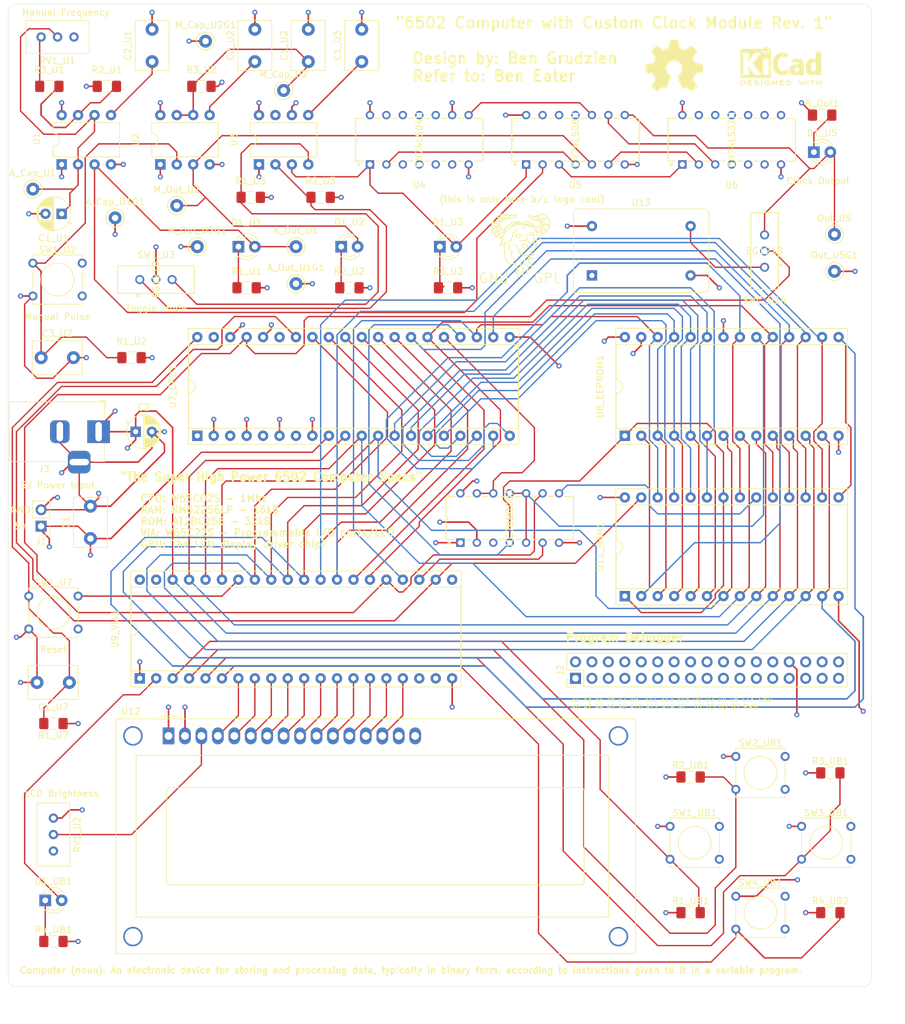
<source format=kicad_pcb>
(kicad_pcb (version 20171130) (host pcbnew 5.1.6-c6e7f7d~86~ubuntu18.04.1)
  (layers (0 F.Cu signal) (1 In1.Cu signal) (2 In2.Cu signal) (31 B.Cu signal) (34 B.Paste user) (35 F.Paste user) (36 B.SilkS user) (37 F.SilkS user) (38 B.Mask user) (39 F.Mask user) (44 Edge.Cuts user))
  (net 0 "")
  (net 1 "Net-(A_Cap_U1-Pad1)")
  (net 2 A_Out)
  (net 3 GND)
  (net 4 +VDC)
  (net 5 "Net-(C1_U2-Pad1)")
  (net 6 "Net-(C1_U3-Pad1)")
  (net 7 "Net-(C2_U1-Pad1)")
  (net 8 "Net-(C2_U2-Pad1)")
  (net 9 "Net-(D1_U1-Pad1)")
  (net 10 M_Out)
  (net 11 "Net-(D1_U2-Pad1)")
  (net 12 B_Out)
  (net 13 "Net-(D1_U3-Pad1)")
  (net 14 "Net-(R1_U3-Pad1)")
  (net 15 "Net-(R2_U1-Pad2)")
  (net 16 "Net-(R2_U3-Pad1)")
  (net 17 "Net-(R3_U1-Pad1)")
  (net 18 "Net-(RV1_U1-Pad3)")
  (net 19 "Net-(U3-Pad7)")
  (net 20 "Net-(U4-Pad13)")
  (net 21 "Net-(U4-Pad12)")
  (net 22 "Net-(U4-Pad11)")
  (net 23 "Net-(U4-Pad10)")
  (net 24 "Net-(U4-Pad8)")
  (net 25 "Net-(U4-Pad6)")
  (net 26 "Net-(U4-Pad5)")
  (net 27 "Net-(U4-Pad4)")
  (net 28 "Net-(U4-Pad3)")
  (net 29 "Net-(U4-Pad2)")
  (net 30 "Net-(U5-Pad13)")
  (net 31 "Net-(U5-Pad12)")
  (net 32 "Net-(U5-Pad11)")
  (net 33 "Net-(U5-Pad9)")
  (net 34 "Net-(U5-Pad6)")
  (net 35 "Net-(U5-Pad3)")
  (net 36 "Net-(U6-Pad13)")
  (net 37 "Net-(U6-Pad12)")
  (net 38 "Net-(U6-Pad11)")
  (net 39 "Net-(U6-Pad10)")
  (net 40 "Net-(U6-Pad9)")
  (net 41 "Net-(U6-Pad8)")
  (net 42 "Net-(U6-Pad6)")
  (net 43 "Net-(U6-Pad5)")
  (net 44 "Net-(U6-Pad4)")
  (net 45 "Net-(C3_U2-Pad1)")
  (net 46 CLKT)
  (net 47 "Net-(D1_U5-Pad1)")
  (net 48 PA0)
  (net 49 "Net-(D1_UB1-Pad1)")
  (net 50 RWB)
  (net 51 CLK)
  (net 52 D7)
  (net 53 D6)
  (net 54 D5)
  (net 55 D4)
  (net 56 D3)
  (net 57 D2)
  (net 58 D1)
  (net 59 D0)
  (net 60 A15)
  (net 61 A14)
  (net 62 A13)
  (net 63 A12)
  (net 64 A11)
  (net 65 A10)
  (net 66 A9)
  (net 67 A8)
  (net 68 A7)
  (net 69 A6)
  (net 70 A5)
  (net 71 A4)
  (net 72 A3)
  (net 73 A2)
  (net 74 A1)
  (net 75 A0)
  (net 76 PA1)
  (net 77 PA2)
  (net 78 PA3)
  (net 79 PA4)
  (net 80 "Net-(RV1_U2-Pad2)")
  (net 81 "Net-(RV1_U2-Pad1)")
  (net 82 CLKO)
  (net 83 CEB)
  (net 84 CSB)
  (net 85 CS2B)
  (net 86 "Net-(U10-Pad3)")
  (net 87 PB7)
  (net 88 PB6)
  (net 89 PB5)
  (net 90 PB4)
  (net 91 PB3)
  (net 92 PB2)
  (net 93 PB1)
  (net 94 PB0)
  (net 95 PA7)
  (net 96 PA6)
  (net 97 PA5)
  (net 98 "Net-(U13-Pad1)")
  (net 99 "Net-(U7_CPU1-Pad39)")
  (net 100 "Net-(U7_CPU1-Pad35)")
  (net 101 "Net-(U7_CPU1-Pad7)")
  (net 102 "Net-(U7_CPU1-Pad5)")
  (net 103 "Net-(U7_CPU1-Pad3)")
  (net 104 "Net-(U7_CPU1-Pad1)")
  (net 105 "Net-(U9_VIA1-Pad40)")
  (net 106 "Net-(U9_VIA1-Pad39)")
  (net 107 "Net-(U9_VIA1-Pad19)")
  (net 108 "Net-(U9_VIA1-Pad18)")
  (net 109 RESB)
  (net 110 "Net-(U9_VIA1-Pad21)")
  (net 111 "Net-(J2-Pad34)")
  (net 112 "Net-(J2-Pad33)")
  (net 113 "Net-(J2-Pad32)")
  (net 114 "Net-(J2-Pad31)")
  (net 115 "Net-(J2-Pad30)")
  (net 116 "Net-(J2-Pad29)")
  (net 117 "Net-(J2-Pad17)")
  (module Connector_PinHeader_2.54mm:PinHeader_2x17_P2.54mm_Vertical (layer F.Cu) (at 121.285 121.92 90)
    (fp_text reference J2 (at 1.27 -2.33 90) (layer F.SilkS))
    (fp_text value Debug_Monitor_Mount)
    (pad 34 thru_hole oval (at 2.54 40.64 90) (size 1.7 1.7) (drill 1) (layers *.Cu *.Mask) (net 111 "Net-(J2-Pad34)"))
    (pad 33 thru_hole oval (at 0 40.64 90) (size 1.7 1.7) (drill 1) (layers *.Cu *.Mask) (net 112 "Net-(J2-Pad33)"))
    (pad 32 thru_hole oval (at 2.54 38.1 90) (size 1.7 1.7) (drill 1) (layers *.Cu *.Mask) (net 113 "Net-(J2-Pad32)"))
    (pad 31 thru_hole oval (at 0 38.1 90) (size 1.7 1.7) (drill 1) (layers *.Cu *.Mask) (net 114 "Net-(J2-Pad31)"))
    (pad 30 thru_hole oval (at 2.54 35.56 90) (size 1.7 1.7) (drill 1) (layers *.Cu *.Mask) (net 115 "Net-(J2-Pad30)"))
    (pad 29 thru_hole oval (at 0 35.56 90) (size 1.7 1.7) (drill 1) (layers *.Cu *.Mask) (net 116 "Net-(J2-Pad29)"))
    (pad 28 thru_hole oval (at 2.54 33.02 90) (size 1.7 1.7) (drill 1) (layers *.Cu *.Mask) (net 3 GND))
    (pad 27 thru_hole oval (at 0 33.02 90) (size 1.7 1.7) (drill 1) (layers *.Cu *.Mask) (net 50 RWB))
    (pad 26 thru_hole oval (at 2.54 30.48 90) (size 1.7 1.7) (drill 1) (layers *.Cu *.Mask) (net 51 CLK))
    (pad 25 thru_hole oval (at 0 30.48 90) (size 1.7 1.7) (drill 1) (layers *.Cu *.Mask) (net 52 D7))
    (pad 24 thru_hole oval (at 2.54 27.94 90) (size 1.7 1.7) (drill 1) (layers *.Cu *.Mask) (net 53 D6))
    (pad 23 thru_hole oval (at 0 27.94 90) (size 1.7 1.7) (drill 1) (layers *.Cu *.Mask) (net 54 D5))
    (pad 22 thru_hole oval (at 2.54 25.4 90) (size 1.7 1.7) (drill 1) (layers *.Cu *.Mask) (net 55 D4))
    (pad 21 thru_hole oval (at 0 25.4 90) (size 1.7 1.7) (drill 1) (layers *.Cu *.Mask) (net 56 D3))
    (pad 20 thru_hole oval (at 2.54 22.86 90) (size 1.7 1.7) (drill 1) (layers *.Cu *.Mask) (net 57 D2))
    (pad 19 thru_hole oval (at 0 22.86 90) (size 1.7 1.7) (drill 1) (layers *.Cu *.Mask) (net 58 D1))
    (pad 18 thru_hole oval (at 2.54 20.32 90) (size 1.7 1.7) (drill 1) (layers *.Cu *.Mask) (net 59 D0))
    (pad 17 thru_hole oval (at 0 20.32 90) (size 1.7 1.7) (drill 1) (layers *.Cu *.Mask) (net 117 "Net-(J2-Pad17)"))
    (pad 16 thru_hole oval (at 2.54 17.78 90) (size 1.7 1.7) (drill 1) (layers *.Cu *.Mask) (net 60 A15))
    (pad 15 thru_hole oval (at 0 17.78 90) (size 1.7 1.7) (drill 1) (layers *.Cu *.Mask) (net 61 A14))
    (pad 14 thru_hole oval (at 2.54 15.24 90) (size 1.7 1.7) (drill 1) (layers *.Cu *.Mask) (net 62 A13))
    (pad 13 thru_hole oval (at 0 15.24 90) (size 1.7 1.7) (drill 1) (layers *.Cu *.Mask) (net 63 A12))
    (pad 12 thru_hole oval (at 2.54 12.7 90) (size 1.7 1.7) (drill 1) (layers *.Cu *.Mask) (net 64 A11))
    (pad 11 thru_hole oval (at 0 12.7 90) (size 1.7 1.7) (drill 1) (layers *.Cu *.Mask) (net 65 A10))
    (pad 10 thru_hole oval (at 2.54 10.16 90) (size 1.7 1.7) (drill 1) (layers *.Cu *.Mask) (net 66 A9))
    (pad 9 thru_hole oval (at 0 10.16 90) (size 1.7 1.7) (drill 1) (layers *.Cu *.Mask) (net 67 A8))
    (pad 8 thru_hole oval (at 2.54 7.62 90) (size 1.7 1.7) (drill 1) (layers *.Cu *.Mask) (net 68 A7))
    (pad 7 thru_hole oval (at 0 7.62 90) (size 1.7 1.7) (drill 1) (layers *.Cu *.Mask) (net 69 A6))
    (pad 6 thru_hole oval (at 2.54 5.08 90) (size 1.7 1.7) (drill 1) (layers *.Cu *.Mask) (net 70 A5))
    (pad 5 thru_hole oval (at 0 5.08 90) (size 1.7 1.7) (drill 1) (layers *.Cu *.Mask) (net 71 A4))
    (pad 4 thru_hole oval (at 2.54 2.54 90) (size 1.7 1.7) (drill 1) (layers *.Cu *.Mask) (net 72 A3))
    (pad 3 thru_hole oval (at 0 2.54 90) (size 1.7 1.7) (drill 1) (layers *.Cu *.Mask) (net 73 A2))
    (pad 2 thru_hole oval (at 2.54 0 90) (size 1.7 1.7) (drill 1) (layers *.Cu *.Mask) (net 74 A1))
    (pad 1 thru_hole rect (at 0 0 90) (size 1.7 1.7) (drill 1) (layers *.Cu *.Mask) (net 75 A0))
  )
  (module Symbol:Symbol_GNU-Logo_SilkscreenTop (layer F.Cu) (at 113.03 53.975)
    (fp_text reference "(this is only here b/c logo cool)" (at 0 -6.05028) (layer F.SilkS))
    (fp_text value Symbol_GNU-Logo_SilkscreenTop)
  )
  (module SN74LS:SN74LS32N (layer F.Cu) (at 118.745 93.345 90)
    (fp_text reference U10 (at -3.81 -7.62 90) (layer F.SilkS))
    (fp_text value MC74HC00A (at -3.81 -7.62 90) (layer F.SilkS))
    (fp_text user * (at -7.62 -16.6497 90) (layer F.SilkS))
    (fp_text user * (at -7.62 -16.6497 90) (layer F.SilkS))
    (pad 14 thru_hole circle (at 0 -15.24 90) (size 1.2954 1.2954) (drill 0.7874) (layers *.Cu *.Mask) (net 4 +VDC))
    (pad 13 thru_hole circle (at 0 -12.7 90) (size 1.2954 1.2954) (drill 0.7874) (layers *.Cu *.Mask) (net 60 A15))
    (pad 12 thru_hole circle (at 0 -10.16 90) (size 1.2954 1.2954) (drill 0.7874) (layers *.Cu *.Mask) (net 60 A15))
    (pad 11 thru_hole circle (at 0 -7.62 90) (size 1.2954 1.2954) (drill 0.7874) (layers *.Cu *.Mask) (net 83 CEB))
    (pad 10 thru_hole circle (at 0 -5.08 90) (size 1.2954 1.2954) (drill 0.7874) (layers *.Cu *.Mask) (net 83 CEB))
    (pad 9 thru_hole circle (at 0 -2.54 90) (size 1.2954 1.2954) (drill 0.7874) (layers *.Cu *.Mask) (net 51 CLK))
    (pad 8 thru_hole circle (at 0 0 90) (size 1.2954 1.2954) (drill 0.7874) (layers *.Cu *.Mask) (net 84 CSB))
    (pad 7 thru_hole circle (at -7.62 0 90) (size 1.2954 1.2954) (drill 0.7874) (layers *.Cu *.Mask) (net 3 GND))
    (pad 6 thru_hole circle (at -7.62 -2.54 90) (size 1.2954 1.2954) (drill 0.7874) (layers *.Cu *.Mask) (net 85 CS2B))
    (pad 5 thru_hole circle (at -7.62 -5.08 90) (size 1.2954 1.2954) (drill 0.7874) (layers *.Cu *.Mask) (net 83 CEB))
    (pad 4 thru_hole circle (at -7.62 -7.62 90) (size 1.2954 1.2954) (drill 0.7874) (layers *.Cu *.Mask) (net 61 A14))
    (pad 3 thru_hole circle (at -7.62 -10.16 90) (size 1.2954 1.2954) (drill 0.7874) (layers *.Cu *.Mask) (net 86 "Net-(U10-Pad3)"))
    (pad 2 thru_hole circle (at -7.62 -12.7 90) (size 1.2954 1.2954) (drill 0.7874) (layers *.Cu *.Mask) (net 4 +VDC))
    (pad 1 thru_hole rect (at -7.62 -15.24 90) (size 1.2954 1.2954) (drill 0.7874) (layers *.Cu *.Mask) (net 4 +VDC))
  )
  (module Package_DIP:DIP-40_W15.24mm_Socket (layer F.Cu) (at 53.975 121.92 90)
    (fp_text reference U9_VIA1 (at 7.62 -3.81 90) (layer F.SilkS))
    (fp_text value W65C22S)
    (pad 40 thru_hole oval (at 15.24 0 90) (size 1.6 1.6) (drill 0.8) (layers *.Cu *.Mask) (net 105 "Net-(U9_VIA1-Pad40)"))
    (pad 20 thru_hole oval (at 0 48.26 90) (size 1.6 1.6) (drill 0.8) (layers *.Cu *.Mask) (net 4 +VDC))
    (pad 39 thru_hole oval (at 15.24 2.54 90) (size 1.6 1.6) (drill 0.8) (layers *.Cu *.Mask) (net 106 "Net-(U9_VIA1-Pad39)"))
    (pad 19 thru_hole oval (at 0 45.72 90) (size 1.6 1.6) (drill 0.8) (layers *.Cu *.Mask) (net 107 "Net-(U9_VIA1-Pad19)"))
    (pad 38 thru_hole oval (at 15.24 5.08 90) (size 1.6 1.6) (drill 0.8) (layers *.Cu *.Mask) (net 75 A0))
    (pad 18 thru_hole oval (at 0 43.18 90) (size 1.6 1.6) (drill 0.8) (layers *.Cu *.Mask) (net 108 "Net-(U9_VIA1-Pad18)"))
    (pad 37 thru_hole oval (at 15.24 7.62 90) (size 1.6 1.6) (drill 0.8) (layers *.Cu *.Mask) (net 74 A1))
    (pad 17 thru_hole oval (at 0 40.64 90) (size 1.6 1.6) (drill 0.8) (layers *.Cu *.Mask) (net 87 PB7))
    (pad 36 thru_hole oval (at 15.24 10.16 90) (size 1.6 1.6) (drill 0.8) (layers *.Cu *.Mask) (net 73 A2))
    (pad 16 thru_hole oval (at 0 38.1 90) (size 1.6 1.6) (drill 0.8) (layers *.Cu *.Mask) (net 88 PB6))
    (pad 35 thru_hole oval (at 15.24 12.7 90) (size 1.6 1.6) (drill 0.8) (layers *.Cu *.Mask) (net 72 A3))
    (pad 15 thru_hole oval (at 0 35.56 90) (size 1.6 1.6) (drill 0.8) (layers *.Cu *.Mask) (net 89 PB5))
    (pad 34 thru_hole oval (at 15.24 15.24 90) (size 1.6 1.6) (drill 0.8) (layers *.Cu *.Mask) (net 109 RESB))
    (pad 14 thru_hole oval (at 0 33.02 90) (size 1.6 1.6) (drill 0.8) (layers *.Cu *.Mask) (net 90 PB4))
    (pad 33 thru_hole oval (at 15.24 17.78 90) (size 1.6 1.6) (drill 0.8) (layers *.Cu *.Mask) (net 59 D0))
    (pad 13 thru_hole oval (at 0 30.48 90) (size 1.6 1.6) (drill 0.8) (layers *.Cu *.Mask) (net 91 PB3))
    (pad 32 thru_hole oval (at 15.24 20.32 90) (size 1.6 1.6) (drill 0.8) (layers *.Cu *.Mask) (net 58 D1))
    (pad 12 thru_hole oval (at 0 27.94 90) (size 1.6 1.6) (drill 0.8) (layers *.Cu *.Mask) (net 92 PB2))
    (pad 31 thru_hole oval (at 15.24 22.86 90) (size 1.6 1.6) (drill 0.8) (layers *.Cu *.Mask) (net 57 D2))
    (pad 11 thru_hole oval (at 0 25.4 90) (size 1.6 1.6) (drill 0.8) (layers *.Cu *.Mask) (net 93 PB1))
    (pad 30 thru_hole oval (at 15.24 25.4 90) (size 1.6 1.6) (drill 0.8) (layers *.Cu *.Mask) (net 56 D3))
    (pad 10 thru_hole oval (at 0 22.86 90) (size 1.6 1.6) (drill 0.8) (layers *.Cu *.Mask) (net 94 PB0))
    (pad 29 thru_hole oval (at 15.24 27.94 90) (size 1.6 1.6) (drill 0.8) (layers *.Cu *.Mask) (net 55 D4))
    (pad 9 thru_hole oval (at 0 20.32 90) (size 1.6 1.6) (drill 0.8) (layers *.Cu *.Mask) (net 95 PA7))
    (pad 28 thru_hole oval (at 15.24 30.48 90) (size 1.6 1.6) (drill 0.8) (layers *.Cu *.Mask) (net 54 D5))
    (pad 8 thru_hole oval (at 0 17.78 90) (size 1.6 1.6) (drill 0.8) (layers *.Cu *.Mask) (net 96 PA6))
    (pad 27 thru_hole oval (at 15.24 33.02 90) (size 1.6 1.6) (drill 0.8) (layers *.Cu *.Mask) (net 53 D6))
    (pad 7 thru_hole oval (at 0 15.24 90) (size 1.6 1.6) (drill 0.8) (layers *.Cu *.Mask) (net 97 PA5))
    (pad 26 thru_hole oval (at 15.24 35.56 90) (size 1.6 1.6) (drill 0.8) (layers *.Cu *.Mask) (net 52 D7))
    (pad 6 thru_hole oval (at 0 12.7 90) (size 1.6 1.6) (drill 0.8) (layers *.Cu *.Mask) (net 79 PA4))
    (pad 25 thru_hole oval (at 15.24 38.1 90) (size 1.6 1.6) (drill 0.8) (layers *.Cu *.Mask) (net 51 CLK))
    (pad 5 thru_hole oval (at 0 10.16 90) (size 1.6 1.6) (drill 0.8) (layers *.Cu *.Mask) (net 78 PA3))
    (pad 24 thru_hole oval (at 15.24 40.64 90) (size 1.6 1.6) (drill 0.8) (layers *.Cu *.Mask) (net 62 A13))
    (pad 4 thru_hole oval (at 0 7.62 90) (size 1.6 1.6) (drill 0.8) (layers *.Cu *.Mask) (net 77 PA2))
    (pad 23 thru_hole oval (at 15.24 43.18 90) (size 1.6 1.6) (drill 0.8) (layers *.Cu *.Mask) (net 85 CS2B))
    (pad 3 thru_hole oval (at 0 5.08 90) (size 1.6 1.6) (drill 0.8) (layers *.Cu *.Mask) (net 76 PA1))
    (pad 22 thru_hole oval (at 15.24 45.72 90) (size 1.6 1.6) (drill 0.8) (layers *.Cu *.Mask) (net 50 RWB))
    (pad 2 thru_hole oval (at 0 2.54 90) (size 1.6 1.6) (drill 0.8) (layers *.Cu *.Mask) (net 48 PA0))
    (pad 21 thru_hole oval (at 15.24 48.26 90) (size 1.6 1.6) (drill 0.8) (layers *.Cu *.Mask) (net 110 "Net-(U9_VIA1-Pad21)"))
    (pad 1 thru_hole rect (at 0 0 90) (size 1.6 1.6) (drill 0.8) (layers *.Cu *.Mask) (net 3 GND))
  )
  (module Symbol:OSHW-Symbol_8.9x8mm_SilkScreen (layer F.Cu) (at 136.525 27.305)
    (fp_text reference REF** hide)
    (fp_text value OSHW-Symbol_8.9x8mm_SilkScreen hide)
  )
  (module LED_THT:LED_D3.0mm_FlatTop (layer F.Cu) (at 69.215 55.245)
    (fp_text reference D1_U1 (at 1.27 -3.81) (layer F.SilkS))
    (fp_text value LED)
    (pad 2 thru_hole circle (at 2.54 0) (size 1.8 1.8) (drill 0.9) (layers *.Cu *.Mask) (net 2 A_Out))
    (pad 1 thru_hole rect (at 0 0) (size 1.8 1.8) (drill 0.9) (layers *.Cu *.Mask) (net 9 "Net-(D1_U1-Pad1)"))
  )
  (module Package_DIP:DIP-28_W15.24mm_Socket (layer F.Cu) (at 128.905 84.455 90)
    (fp_text reference U8_EEPROM1 (at 7.62 -3.81 90) (layer F.SilkS))
    (fp_text value AT28C256)
    (pad 28 thru_hole oval (at 15.24 0 90) (size 1.6 1.6) (drill 0.8) (layers *.Cu *.Mask) (net 4 +VDC))
    (pad 14 thru_hole oval (at 0 33.02 90) (size 1.6 1.6) (drill 0.8) (layers *.Cu *.Mask) (net 3 GND))
    (pad 27 thru_hole oval (at 15.24 2.54 90) (size 1.6 1.6) (drill 0.8) (layers *.Cu *.Mask) (net 4 +VDC))
    (pad 13 thru_hole oval (at 0 30.48 90) (size 1.6 1.6) (drill 0.8) (layers *.Cu *.Mask) (net 57 D2))
    (pad 26 thru_hole oval (at 15.24 5.08 90) (size 1.6 1.6) (drill 0.8) (layers *.Cu *.Mask) (net 62 A13))
    (pad 12 thru_hole oval (at 0 27.94 90) (size 1.6 1.6) (drill 0.8) (layers *.Cu *.Mask) (net 58 D1))
    (pad 25 thru_hole oval (at 15.24 7.62 90) (size 1.6 1.6) (drill 0.8) (layers *.Cu *.Mask) (net 67 A8))
    (pad 11 thru_hole oval (at 0 25.4 90) (size 1.6 1.6) (drill 0.8) (layers *.Cu *.Mask) (net 59 D0))
    (pad 24 thru_hole oval (at 15.24 10.16 90) (size 1.6 1.6) (drill 0.8) (layers *.Cu *.Mask) (net 66 A9))
    (pad 10 thru_hole oval (at 0 22.86 90) (size 1.6 1.6) (drill 0.8) (layers *.Cu *.Mask) (net 75 A0))
    (pad 23 thru_hole oval (at 15.24 12.7 90) (size 1.6 1.6) (drill 0.8) (layers *.Cu *.Mask) (net 64 A11))
    (pad 9 thru_hole oval (at 0 20.32 90) (size 1.6 1.6) (drill 0.8) (layers *.Cu *.Mask) (net 74 A1))
    (pad 22 thru_hole oval (at 15.24 15.24 90) (size 1.6 1.6) (drill 0.8) (layers *.Cu *.Mask) (net 3 GND))
    (pad 8 thru_hole oval (at 0 17.78 90) (size 1.6 1.6) (drill 0.8) (layers *.Cu *.Mask) (net 73 A2))
    (pad 21 thru_hole oval (at 15.24 17.78 90) (size 1.6 1.6) (drill 0.8) (layers *.Cu *.Mask) (net 65 A10))
    (pad 7 thru_hole oval (at 0 15.24 90) (size 1.6 1.6) (drill 0.8) (layers *.Cu *.Mask) (net 72 A3))
    (pad 20 thru_hole oval (at 15.24 20.32 90) (size 1.6 1.6) (drill 0.8) (layers *.Cu *.Mask) (net 83 CEB))
    (pad 6 thru_hole oval (at 0 12.7 90) (size 1.6 1.6) (drill 0.8) (layers *.Cu *.Mask) (net 71 A4))
    (pad 19 thru_hole oval (at 15.24 22.86 90) (size 1.6 1.6) (drill 0.8) (layers *.Cu *.Mask) (net 52 D7))
    (pad 5 thru_hole oval (at 0 10.16 90) (size 1.6 1.6) (drill 0.8) (layers *.Cu *.Mask) (net 70 A5))
    (pad 18 thru_hole oval (at 15.24 25.4 90) (size 1.6 1.6) (drill 0.8) (layers *.Cu *.Mask) (net 53 D6))
    (pad 4 thru_hole oval (at 0 7.62 90) (size 1.6 1.6) (drill 0.8) (layers *.Cu *.Mask) (net 69 A6))
    (pad 17 thru_hole oval (at 15.24 27.94 90) (size 1.6 1.6) (drill 0.8) (layers *.Cu *.Mask) (net 54 D5))
    (pad 3 thru_hole oval (at 0 5.08 90) (size 1.6 1.6) (drill 0.8) (layers *.Cu *.Mask) (net 68 A7))
    (pad 16 thru_hole oval (at 15.24 30.48 90) (size 1.6 1.6) (drill 0.8) (layers *.Cu *.Mask) (net 55 D4))
    (pad 2 thru_hole oval (at 0 2.54 90) (size 1.6 1.6) (drill 0.8) (layers *.Cu *.Mask) (net 63 A12))
    (pad 15 thru_hole oval (at 15.24 33.02 90) (size 1.6 1.6) (drill 0.8) (layers *.Cu *.Mask) (net 56 D3))
    (pad 1 thru_hole rect (at 0 0 90) (size 1.6 1.6) (drill 0.8) (layers *.Cu *.Mask) (net 61 A14))
  )
  (module Package_DIP:DIP-40_W15.24mm_Socket (layer F.Cu) (at 62.865 84.455 90)
    (fp_text reference U7_CPU1 (at 7.62 -3.81 90) (layer F.SilkS))
    (fp_text value W65C02S)
    (pad 40 thru_hole oval (at 15.24 0 90) (size 1.6 1.6) (drill 0.8) (layers *.Cu *.Mask) (net 109 RESB))
    (pad 20 thru_hole oval (at 0 48.26 90) (size 1.6 1.6) (drill 0.8) (layers *.Cu *.Mask) (net 64 A11))
    (pad 39 thru_hole oval (at 15.24 2.54 90) (size 1.6 1.6) (drill 0.8) (layers *.Cu *.Mask) (net 99 "Net-(U7_CPU1-Pad39)"))
    (pad 19 thru_hole oval (at 0 45.72 90) (size 1.6 1.6) (drill 0.8) (layers *.Cu *.Mask) (net 65 A10))
    (pad 38 thru_hole oval (at 15.24 5.08 90) (size 1.6 1.6) (drill 0.8) (layers *.Cu *.Mask) (net 4 +VDC))
    (pad 18 thru_hole oval (at 0 43.18 90) (size 1.6 1.6) (drill 0.8) (layers *.Cu *.Mask) (net 66 A9))
    (pad 37 thru_hole oval (at 15.24 7.62 90) (size 1.6 1.6) (drill 0.8) (layers *.Cu *.Mask) (net 51 CLK))
    (pad 17 thru_hole oval (at 0 40.64 90) (size 1.6 1.6) (drill 0.8) (layers *.Cu *.Mask) (net 67 A8))
    (pad 36 thru_hole oval (at 15.24 10.16 90) (size 1.6 1.6) (drill 0.8) (layers *.Cu *.Mask) (net 4 +VDC))
    (pad 16 thru_hole oval (at 0 38.1 90) (size 1.6 1.6) (drill 0.8) (layers *.Cu *.Mask) (net 68 A7))
    (pad 35 thru_hole oval (at 15.24 12.7 90) (size 1.6 1.6) (drill 0.8) (layers *.Cu *.Mask) (net 100 "Net-(U7_CPU1-Pad35)"))
    (pad 15 thru_hole oval (at 0 35.56 90) (size 1.6 1.6) (drill 0.8) (layers *.Cu *.Mask) (net 69 A6))
    (pad 34 thru_hole oval (at 15.24 15.24 90) (size 1.6 1.6) (drill 0.8) (layers *.Cu *.Mask) (net 50 RWB))
    (pad 14 thru_hole oval (at 0 33.02 90) (size 1.6 1.6) (drill 0.8) (layers *.Cu *.Mask) (net 70 A5))
    (pad 33 thru_hole oval (at 15.24 17.78 90) (size 1.6 1.6) (drill 0.8) (layers *.Cu *.Mask) (net 59 D0))
    (pad 13 thru_hole oval (at 0 30.48 90) (size 1.6 1.6) (drill 0.8) (layers *.Cu *.Mask) (net 71 A4))
    (pad 32 thru_hole oval (at 15.24 20.32 90) (size 1.6 1.6) (drill 0.8) (layers *.Cu *.Mask) (net 58 D1))
    (pad 12 thru_hole oval (at 0 27.94 90) (size 1.6 1.6) (drill 0.8) (layers *.Cu *.Mask) (net 72 A3))
    (pad 31 thru_hole oval (at 15.24 22.86 90) (size 1.6 1.6) (drill 0.8) (layers *.Cu *.Mask) (net 57 D2))
    (pad 11 thru_hole oval (at 0 25.4 90) (size 1.6 1.6) (drill 0.8) (layers *.Cu *.Mask) (net 73 A2))
    (pad 30 thru_hole oval (at 15.24 25.4 90) (size 1.6 1.6) (drill 0.8) (layers *.Cu *.Mask) (net 56 D3))
    (pad 10 thru_hole oval (at 0 22.86 90) (size 1.6 1.6) (drill 0.8) (layers *.Cu *.Mask) (net 74 A1))
    (pad 29 thru_hole oval (at 15.24 27.94 90) (size 1.6 1.6) (drill 0.8) (layers *.Cu *.Mask) (net 55 D4))
    (pad 9 thru_hole oval (at 0 20.32 90) (size 1.6 1.6) (drill 0.8) (layers *.Cu *.Mask) (net 75 A0))
    (pad 28 thru_hole oval (at 15.24 30.48 90) (size 1.6 1.6) (drill 0.8) (layers *.Cu *.Mask) (net 54 D5))
    (pad 8 thru_hole oval (at 0 17.78 90) (size 1.6 1.6) (drill 0.8) (layers *.Cu *.Mask) (net 4 +VDC))
    (pad 27 thru_hole oval (at 15.24 33.02 90) (size 1.6 1.6) (drill 0.8) (layers *.Cu *.Mask) (net 53 D6))
    (pad 7 thru_hole oval (at 0 15.24 90) (size 1.6 1.6) (drill 0.8) (layers *.Cu *.Mask) (net 101 "Net-(U7_CPU1-Pad7)"))
    (pad 26 thru_hole oval (at 15.24 35.56 90) (size 1.6 1.6) (drill 0.8) (layers *.Cu *.Mask) (net 52 D7))
    (pad 6 thru_hole oval (at 0 12.7 90) (size 1.6 1.6) (drill 0.8) (layers *.Cu *.Mask) (net 4 +VDC))
    (pad 25 thru_hole oval (at 15.24 38.1 90) (size 1.6 1.6) (drill 0.8) (layers *.Cu *.Mask) (net 60 A15))
    (pad 5 thru_hole oval (at 0 10.16 90) (size 1.6 1.6) (drill 0.8) (layers *.Cu *.Mask) (net 102 "Net-(U7_CPU1-Pad5)"))
    (pad 24 thru_hole oval (at 15.24 40.64 90) (size 1.6 1.6) (drill 0.8) (layers *.Cu *.Mask) (net 61 A14))
    (pad 4 thru_hole oval (at 0 7.62 90) (size 1.6 1.6) (drill 0.8) (layers *.Cu *.Mask) (net 4 +VDC))
    (pad 23 thru_hole oval (at 15.24 43.18 90) (size 1.6 1.6) (drill 0.8) (layers *.Cu *.Mask) (net 62 A13))
    (pad 3 thru_hole oval (at 0 5.08 90) (size 1.6 1.6) (drill 0.8) (layers *.Cu *.Mask) (net 103 "Net-(U7_CPU1-Pad3)"))
    (pad 22 thru_hole oval (at 15.24 45.72 90) (size 1.6 1.6) (drill 0.8) (layers *.Cu *.Mask) (net 63 A12))
    (pad 2 thru_hole oval (at 0 2.54 90) (size 1.6 1.6) (drill 0.8) (layers *.Cu *.Mask) (net 4 +VDC))
    (pad 21 thru_hole oval (at 15.24 48.26 90) (size 1.6 1.6) (drill 0.8) (layers *.Cu *.Mask) (net 3 GND))
    (pad 1 thru_hole rect (at 0 0 90) (size 1.6 1.6) (drill 0.8) (layers *.Cu *.Mask) (net 104 "Net-(U7_CPU1-Pad1)"))
  )
  (module Package_DIP:DIP-28_W15.24mm_Socket (layer F.Cu) (at 128.905 109.22 90)
    (fp_text reference U11_RAM1 (at 7.62 -3.81 90) (layer F.SilkS))
    (fp_text value HM62256LP-70)
    (pad 28 thru_hole oval (at 15.24 0 90) (size 1.6 1.6) (drill 0.8) (layers *.Cu *.Mask) (net 4 +VDC))
    (pad 14 thru_hole oval (at 0 33.02 90) (size 1.6 1.6) (drill 0.8) (layers *.Cu *.Mask) (net 3 GND))
    (pad 27 thru_hole oval (at 15.24 2.54 90) (size 1.6 1.6) (drill 0.8) (layers *.Cu *.Mask) (net 50 RWB))
    (pad 13 thru_hole oval (at 0 30.48 90) (size 1.6 1.6) (drill 0.8) (layers *.Cu *.Mask) (net 57 D2))
    (pad 26 thru_hole oval (at 15.24 5.08 90) (size 1.6 1.6) (drill 0.8) (layers *.Cu *.Mask) (net 62 A13))
    (pad 12 thru_hole oval (at 0 27.94 90) (size 1.6 1.6) (drill 0.8) (layers *.Cu *.Mask) (net 58 D1))
    (pad 25 thru_hole oval (at 15.24 7.62 90) (size 1.6 1.6) (drill 0.8) (layers *.Cu *.Mask) (net 67 A8))
    (pad 11 thru_hole oval (at 0 25.4 90) (size 1.6 1.6) (drill 0.8) (layers *.Cu *.Mask) (net 59 D0))
    (pad 24 thru_hole oval (at 15.24 10.16 90) (size 1.6 1.6) (drill 0.8) (layers *.Cu *.Mask) (net 66 A9))
    (pad 10 thru_hole oval (at 0 22.86 90) (size 1.6 1.6) (drill 0.8) (layers *.Cu *.Mask) (net 75 A0))
    (pad 23 thru_hole oval (at 15.24 12.7 90) (size 1.6 1.6) (drill 0.8) (layers *.Cu *.Mask) (net 64 A11))
    (pad 9 thru_hole oval (at 0 20.32 90) (size 1.6 1.6) (drill 0.8) (layers *.Cu *.Mask) (net 74 A1))
    (pad 22 thru_hole oval (at 15.24 15.24 90) (size 1.6 1.6) (drill 0.8) (layers *.Cu *.Mask) (net 61 A14))
    (pad 8 thru_hole oval (at 0 17.78 90) (size 1.6 1.6) (drill 0.8) (layers *.Cu *.Mask) (net 73 A2))
    (pad 21 thru_hole oval (at 15.24 17.78 90) (size 1.6 1.6) (drill 0.8) (layers *.Cu *.Mask) (net 65 A10))
    (pad 7 thru_hole oval (at 0 15.24 90) (size 1.6 1.6) (drill 0.8) (layers *.Cu *.Mask) (net 72 A3))
    (pad 20 thru_hole oval (at 15.24 20.32 90) (size 1.6 1.6) (drill 0.8) (layers *.Cu *.Mask) (net 84 CSB))
    (pad 6 thru_hole oval (at 0 12.7 90) (size 1.6 1.6) (drill 0.8) (layers *.Cu *.Mask) (net 71 A4))
    (pad 19 thru_hole oval (at 15.24 22.86 90) (size 1.6 1.6) (drill 0.8) (layers *.Cu *.Mask) (net 52 D7))
    (pad 5 thru_hole oval (at 0 10.16 90) (size 1.6 1.6) (drill 0.8) (layers *.Cu *.Mask) (net 70 A5))
    (pad 18 thru_hole oval (at 15.24 25.4 90) (size 1.6 1.6) (drill 0.8) (layers *.Cu *.Mask) (net 53 D6))
    (pad 4 thru_hole oval (at 0 7.62 90) (size 1.6 1.6) (drill 0.8) (layers *.Cu *.Mask) (net 69 A6))
    (pad 17 thru_hole oval (at 15.24 27.94 90) (size 1.6 1.6) (drill 0.8) (layers *.Cu *.Mask) (net 54 D5))
    (pad 3 thru_hole oval (at 0 5.08 90) (size 1.6 1.6) (drill 0.8) (layers *.Cu *.Mask) (net 68 A7))
    (pad 16 thru_hole oval (at 15.24 30.48 90) (size 1.6 1.6) (drill 0.8) (layers *.Cu *.Mask) (net 55 D4))
    (pad 2 thru_hole oval (at 0 2.54 90) (size 1.6 1.6) (drill 0.8) (layers *.Cu *.Mask) (net 63 A12))
    (pad 15 thru_hole oval (at 15.24 33.02 90) (size 1.6 1.6) (drill 0.8) (layers *.Cu *.Mask) (net 56 D3))
    (pad 1 thru_hole rect (at 0 0 90) (size 1.6 1.6) (drill 0.8) (layers *.Cu *.Mask) (net 61 A14))
  )
  (module Oscillator:Oscillator_DIP-14 (layer F.Cu) (at 123.825 59.69)
    (fp_text reference U13 (at 7.62 -11.26) (layer F.SilkS))
    (fp_text value DGOF5S3)
    (pad 7 thru_hole circle (at 15.24 0) (size 1.6 1.6) (drill 0.8) (layers *.Cu *.Mask) (net 3 GND))
    (pad 8 thru_hole circle (at 15.24 -7.62) (size 1.6 1.6) (drill 0.8) (layers *.Cu *.Mask) (net 82 CLKO))
    (pad 14 thru_hole circle (at 0 -7.62) (size 1.6 1.6) (drill 0.8) (layers *.Cu *.Mask) (net 4 +VDC))
    (pad 1 thru_hole rect (at 0 0) (size 1.6 1.6) (drill 0.8) (layers *.Cu *.Mask) (net 98 "Net-(U13-Pad1)"))
  )
  (module Display:WC1602A (layer F.Cu) (at 58.42 130.81)
    (fp_text reference U12 (at -5.82 -3.81) (layer F.SilkS))
    (fp_text value LED_Display)
    (pad "" thru_hole circle (at 69.5 0) (size 3 3) (drill 2.5) (layers *.Cu *.Mask))
    (pad "" thru_hole circle (at 69.49948 31.0007) (size 3 3) (drill 2.5) (layers *.Cu *.Mask))
    (pad "" thru_hole circle (at -5.4991 31.0007) (size 3 3) (drill 2.5) (layers *.Cu *.Mask))
    (pad "" thru_hole circle (at -5.4991 0) (size 3 3) (drill 2.5) (layers *.Cu *.Mask))
    (pad 16 thru_hole oval (at 38.1 0) (size 1.8 2.6) (drill 1.2) (layers *.Cu *.Mask) (net 3 GND))
    (pad 15 thru_hole oval (at 35.56 0) (size 1.8 2.6) (drill 1.2) (layers *.Cu *.Mask) (net 4 +VDC))
    (pad 14 thru_hole oval (at 33.02 0) (size 1.8 2.6) (drill 1.2) (layers *.Cu *.Mask) (net 87 PB7))
    (pad 13 thru_hole oval (at 30.48 0) (size 1.8 2.6) (drill 1.2) (layers *.Cu *.Mask) (net 88 PB6))
    (pad 12 thru_hole oval (at 27.94 0) (size 1.8 2.6) (drill 1.2) (layers *.Cu *.Mask) (net 89 PB5))
    (pad 11 thru_hole oval (at 25.4 0) (size 1.8 2.6) (drill 1.2) (layers *.Cu *.Mask) (net 90 PB4))
    (pad 10 thru_hole oval (at 22.86 0) (size 1.8 2.6) (drill 1.2) (layers *.Cu *.Mask) (net 91 PB3))
    (pad 9 thru_hole oval (at 20.32 0) (size 1.8 2.6) (drill 1.2) (layers *.Cu *.Mask) (net 92 PB2))
    (pad 8 thru_hole oval (at 17.78 0) (size 1.8 2.6) (drill 1.2) (layers *.Cu *.Mask) (net 93 PB1))
    (pad 7 thru_hole oval (at 15.24 0) (size 1.8 2.6) (drill 1.2) (layers *.Cu *.Mask) (net 94 PB0))
    (pad 6 thru_hole oval (at 12.7 0) (size 1.8 2.6) (drill 1.2) (layers *.Cu *.Mask) (net 95 PA7))
    (pad 5 thru_hole oval (at 10.16 0) (size 1.8 2.6) (drill 1.2) (layers *.Cu *.Mask) (net 96 PA6))
    (pad 4 thru_hole oval (at 7.62 0) (size 1.8 2.6) (drill 1.2) (layers *.Cu *.Mask) (net 97 PA5))
    (pad 3 thru_hole oval (at 5.08 0) (size 1.8 2.6) (drill 1.2) (layers *.Cu *.Mask) (net 80 "Net-(RV1_U2-Pad2)"))
    (pad 2 thru_hole oval (at 2.54 0) (size 1.8 2.6) (drill 1.2) (layers *.Cu *.Mask) (net 4 +VDC))
    (pad 1 thru_hole rect (at 0 0) (size 1.8 2.6) (drill 1.2) (layers *.Cu *.Mask) (net 3 GND))
  )
  (module EG1218:EG1218 (layer F.Cu) (at 150.495 58.42 180)
    (fp_text reference SWC_U14 (at 0 -5.08) (layer F.SilkS))
    (fp_text value EG1218 (at 0 2.5) (layer F.SilkS))
    (fp_text user * (at -2.5019 0) (layer F.SilkS))
    (fp_text user * (at -2.5019 0) (layer F.SilkS))
    (pad 3 thru_hole circle (at 0 5 180) (size 1.397 1.397) (drill 0.889) (layers *.Cu *.Mask) (net 46 CLKT))
    (pad 2 thru_hole circle (at 0 2.5 180) (size 1.397 1.397) (drill 0.889) (layers *.Cu *.Mask) (net 51 CLK))
    (pad 1 thru_hole circle (at 0 0 180) (size 1.397 1.397) (drill 0.889) (layers *.Cu *.Mask) (net 82 CLKO))
  )
  (module Button_Switch_THT:SW_Tactile_Straight_KSL0Axx1LFTR (layer F.Cu) (at 146.05 155.575)
    (fp_text reference SW4_UB1 (at 3.81 -2.08) (layer F.SilkS))
    (fp_text value SW_Push_Dual)
    (pad 2 thru_hole circle (at 0 5.08) (size 1.397 1.397) (drill 0.8128) (layers *.Cu *.Mask) (net 79 PA4))
    (pad 1 thru_hole circle (at 0 0) (size 1.397 1.397) (drill 0.8128) (layers *.Cu *.Mask) (net 4 +VDC))
    (pad 2 thru_hole circle (at 7.62 5.08) (size 1.397 1.397) (drill 0.8128) (layers *.Cu *.Mask) (net 79 PA4))
    (pad 1 thru_hole circle (at 7.62 0) (size 1.397 1.397) (drill 0.8128) (layers *.Cu *.Mask) (net 4 +VDC))
  )
  (module Button_Switch_THT:SW_Tactile_Straight_KSL0Axx1LFTR (layer F.Cu) (at 156.21 144.78)
    (fp_text reference SW3_UB1 (at 3.81 -2.08) (layer F.SilkS))
    (fp_text value SW_Push_Dual)
    (pad 2 thru_hole circle (at 0 5.08) (size 1.397 1.397) (drill 0.8128) (layers *.Cu *.Mask) (net 78 PA3))
    (pad 1 thru_hole circle (at 0 0) (size 1.397 1.397) (drill 0.8128) (layers *.Cu *.Mask) (net 4 +VDC))
    (pad 2 thru_hole circle (at 7.62 5.08) (size 1.397 1.397) (drill 0.8128) (layers *.Cu *.Mask) (net 78 PA3))
    (pad 1 thru_hole circle (at 7.62 0) (size 1.397 1.397) (drill 0.8128) (layers *.Cu *.Mask) (net 4 +VDC))
  )
  (module Button_Switch_THT:SW_Tactile_Straight_KSL0Axx1LFTR (layer F.Cu) (at 146.05 133.985)
    (fp_text reference SW2_UB1 (at 3.81 -2.08) (layer F.SilkS))
    (fp_text value SW_Push_Dual)
    (pad 2 thru_hole circle (at 0 5.08) (size 1.397 1.397) (drill 0.8128) (layers *.Cu *.Mask) (net 77 PA2))
    (pad 1 thru_hole circle (at 0 0) (size 1.397 1.397) (drill 0.8128) (layers *.Cu *.Mask) (net 4 +VDC))
    (pad 2 thru_hole circle (at 7.62 5.08) (size 1.397 1.397) (drill 0.8128) (layers *.Cu *.Mask) (net 77 PA2))
    (pad 1 thru_hole circle (at 7.62 0) (size 1.397 1.397) (drill 0.8128) (layers *.Cu *.Mask) (net 4 +VDC))
  )
  (module Button_Switch_THT:SW_Tactile_Straight_KSL0Axx1LFTR (layer F.Cu) (at 135.89 144.78)
    (fp_text reference SW1_UB1 (at 3.81 -2.08) (layer F.SilkS))
    (fp_text value SW_Push_Dual)
    (pad 2 thru_hole circle (at 0 5.08) (size 1.397 1.397) (drill 0.8128) (layers *.Cu *.Mask) (net 76 PA1))
    (pad 1 thru_hole circle (at 0 0) (size 1.397 1.397) (drill 0.8128) (layers *.Cu *.Mask) (net 4 +VDC))
    (pad 2 thru_hole circle (at 7.62 5.08) (size 1.397 1.397) (drill 0.8128) (layers *.Cu *.Mask) (net 76 PA1))
    (pad 1 thru_hole circle (at 7.62 0) (size 1.397 1.397) (drill 0.8128) (layers *.Cu *.Mask) (net 4 +VDC))
  )
  (module Button_Switch_THT:SW_Tactile_Straight_KSL0Axx1LFTR (layer F.Cu) (at 36.83 109.22)
    (fp_text reference SW1_U7 (at 3.81 -2.08) (layer F.SilkS))
    (fp_text value SW_Push_Dual)
    (pad 2 thru_hole circle (at 0 5.08) (size 1.397 1.397) (drill 0.8128) (layers *.Cu *.Mask) (net 3 GND))
    (pad 1 thru_hole circle (at 0 0) (size 1.397 1.397) (drill 0.8128) (layers *.Cu *.Mask) (net 109 RESB))
    (pad 2 thru_hole circle (at 7.62 5.08) (size 1.397 1.397) (drill 0.8128) (layers *.Cu *.Mask) (net 3 GND))
    (pad 1 thru_hole circle (at 7.62 0) (size 1.397 1.397) (drill 0.8128) (layers *.Cu *.Mask) (net 109 RESB))
  )
  (module Potentiometer_THT:Potentiometer_Bourns_3296W_Vertical (layer F.Cu) (at 40.64 148.59 270)
    (fp_text reference RV1_U2 (at -2.54 -3.66 90) (layer F.SilkS))
    (fp_text value 10k)
    (pad 3 thru_hole circle (at -5.08 0 270) (size 1.44 1.44) (drill 0.8) (layers *.Cu *.Mask) (net 3 GND))
    (pad 2 thru_hole circle (at -2.54 0 270) (size 1.44 1.44) (drill 0.8) (layers *.Cu *.Mask) (net 80 "Net-(RV1_U2-Pad2)"))
    (pad 1 thru_hole circle (at 0 0 270) (size 1.44 1.44) (drill 0.8) (layers *.Cu *.Mask) (net 81 "Net-(RV1_U2-Pad1)"))
  )
  (module Potentiometer_THT:Potentiometer_Bourns_3296W_Vertical (layer F.Cu) (at 38.735 22.86 180)
    (fp_text reference RV1_U1 (at -2.54 -3.66) (layer F.SilkS))
    (fp_text value 1M)
    (pad 3 thru_hole circle (at -5.08 0 180) (size 1.44 1.44) (drill 0.8) (layers *.Cu *.Mask) (net 18 "Net-(RV1_U1-Pad3)"))
    (pad 2 thru_hole circle (at -2.54 0 180) (size 1.44 1.44) (drill 0.8) (layers *.Cu *.Mask) (net 1 "Net-(A_Cap_U1-Pad1)"))
    (pad 1 thru_hole circle (at 0 0 180) (size 1.44 1.44) (drill 0.8) (layers *.Cu *.Mask) (net 17 "Net-(R3_U1-Pad1)"))
  )
  (module Resistor_SMD:R_1206_3216Metric_Pad1.42x1.75mm_HandSolder (layer F.Cu) (at 159.385 34.925)
    (fp_text reference R_Out1 (at 0 -1.82) (layer F.SilkS))
    (fp_text value 220)
    (pad 2 smd roundrect (at 1.4875 0) (size 1.425 1.75) (layers F.Cu F.Paste F.Mask) (roundrect_rratio 0.175439) (net 47 "Net-(D1_U5-Pad1)"))
    (pad 1 smd roundrect (at -1.4875 0) (size 1.425 1.75) (layers F.Cu F.Paste F.Mask) (roundrect_rratio 0.175439) (net 3 GND))
  )
  (module Resistor_SMD:R_1206_3216Metric_Pad1.42x1.75mm_HandSolder (layer F.Cu) (at 160.655 158.115)
    (fp_text reference R4_UB2 (at 0 -1.82) (layer F.SilkS))
    (fp_text value 1k)
    (pad 2 smd roundrect (at 1.4875 0) (size 1.425 1.75) (layers F.Cu F.Paste F.Mask) (roundrect_rratio 0.175439) (net 79 PA4))
    (pad 1 smd roundrect (at -1.4875 0) (size 1.425 1.75) (layers F.Cu F.Paste F.Mask) (roundrect_rratio 0.175439) (net 3 GND))
  )
  (module Resistor_SMD:R_1206_3216Metric_Pad1.42x1.75mm_HandSolder (layer F.Cu) (at 40.64 162.56)
    (fp_text reference R4_UB1 (at 0 -1.82) (layer F.SilkS))
    (fp_text value 220)
    (pad 2 smd roundrect (at 1.4875 0) (size 1.425 1.75) (layers F.Cu F.Paste F.Mask) (roundrect_rratio 0.175439) (net 3 GND))
    (pad 1 smd roundrect (at -1.4875 0) (size 1.425 1.75) (layers F.Cu F.Paste F.Mask) (roundrect_rratio 0.175439) (net 49 "Net-(D1_UB1-Pad1)"))
  )
  (module Resistor_SMD:R_1206_3216Metric_Pad1.42x1.75mm_HandSolder (layer F.Cu) (at 160.655 136.525)
    (fp_text reference R3_UB1 (at 0 -1.82) (layer F.SilkS))
    (fp_text value 1k)
    (pad 2 smd roundrect (at 1.4875 0) (size 1.425 1.75) (layers F.Cu F.Paste F.Mask) (roundrect_rratio 0.175439) (net 78 PA3))
    (pad 1 smd roundrect (at -1.4875 0) (size 1.425 1.75) (layers F.Cu F.Paste F.Mask) (roundrect_rratio 0.175439) (net 3 GND))
  )
  (module Resistor_SMD:R_1206_3216Metric_Pad1.42x1.75mm_HandSolder (layer F.Cu) (at 139.065 137.16)
    (fp_text reference R2_UB1 (at 0 -1.82) (layer F.SilkS))
    (fp_text value 1k)
    (pad 2 smd roundrect (at 1.4875 0) (size 1.425 1.75) (layers F.Cu F.Paste F.Mask) (roundrect_rratio 0.175439) (net 77 PA2))
    (pad 1 smd roundrect (at -1.4875 0) (size 1.425 1.75) (layers F.Cu F.Paste F.Mask) (roundrect_rratio 0.175439) (net 3 GND))
  )
  (module Resistor_SMD:R_1206_3216Metric_Pad1.42x1.75mm_HandSolder (layer F.Cu) (at 139.065 158.115)
    (fp_text reference R1_UB1 (at 0 -1.82) (layer F.SilkS))
    (fp_text value 1k)
    (pad 2 smd roundrect (at 1.4875 0) (size 1.425 1.75) (layers F.Cu F.Paste F.Mask) (roundrect_rratio 0.175439) (net 76 PA1))
    (pad 1 smd roundrect (at -1.4875 0) (size 1.425 1.75) (layers F.Cu F.Paste F.Mask) (roundrect_rratio 0.175439) (net 3 GND))
  )
  (module Resistor_SMD:R_1206_3216Metric_Pad1.42x1.75mm_HandSolder (layer F.Cu) (at 40.64 128.905 180)
    (fp_text reference R1_U7 (at 0 -1.82) (layer F.SilkS))
    (fp_text value 1k)
    (pad 2 smd roundrect (at 1.4875 0 180) (size 1.425 1.75) (layers F.Cu F.Paste F.Mask) (roundrect_rratio 0.175439) (net 109 RESB))
    (pad 1 smd roundrect (at -1.4875 0 180) (size 1.425 1.75) (layers F.Cu F.Paste F.Mask) (roundrect_rratio 0.175439) (net 4 +VDC))
  )
  (module TestPoint:TestPoint_Keystone_5000-5004_Miniature (layer F.Cu) (at 161.29 59.055)
    (fp_text reference Out_U5G1 (at 0 -2.5) (layer F.SilkS))
    (fp_text value TestPoint)
    (pad 1 thru_hole circle (at 0 0) (size 2 2) (drill 1) (layers *.Cu *.Mask) (net 3 GND))
  )
  (module TestPoint:TestPoint_Keystone_5000-5004_Miniature (layer F.Cu) (at 62.865 55.245)
    (fp_text reference M_Out_U2G1 (at 0 -2.5) (layer F.SilkS))
    (fp_text value TestPoint)
    (pad 1 thru_hole circle (at 0 0) (size 2 2) (drill 1) (layers *.Cu *.Mask) (net 3 GND))
  )
  (module TestPoint:TestPoint_Keystone_5000-5004_Miniature (layer F.Cu) (at 64.135 23.495)
    (fp_text reference M_Cap_U2G1 (at 0 -2.5) (layer F.SilkS))
    (fp_text value TestPoint)
    (pad 1 thru_hole circle (at 0 0) (size 2 2) (drill 1) (layers *.Cu *.Mask) (net 3 GND))
  )
  (module Connector_BarrelJack:BarrelJack_Horizontal (layer F.Cu) (at 47.625 83.82)
    (fp_text reference J3 (at -8.45 5.75) (layer F.SilkS))
    (fp_text value Power_Jack)
    (pad 3 thru_hole roundrect (at -3 4.7) (size 3.5 3.5) (drill oval 3 1) (layers *.Cu *.Mask) (net 3 GND))
    (pad 2 thru_hole roundrect (at -6 0) (size 3 3.5) (drill oval 1 3) (layers *.Cu *.Mask) (net 3 GND))
    (pad 1 thru_hole rect (at 0 0) (size 3.5 3.5) (drill oval 1 3) (layers *.Cu *.Mask) (net 4 +VDC))
  )
  (module Connector_PinHeader_2.54mm:PinHeader_1x02_P2.54mm_Vertical (layer F.Cu) (at 38.735 98.425 180)
    (fp_text reference J1 (at 0 -2.33) (layer F.SilkS))
    (fp_text value Power_Mount)
    (pad 2 thru_hole oval (at 0 2.54 180) (size 1.7 1.7) (drill 1) (layers *.Cu *.Mask) (net 3 GND))
    (pad 1 thru_hole rect (at 0 0 180) (size 1.7 1.7) (drill 1) (layers *.Cu *.Mask) (net 4 +VDC))
  )
  (module LED_THT:LED_D3.0mm_FlatTop (layer F.Cu) (at 39.37 156.21)
    (fp_text reference D1_UB1 (at 1.27 -2.96) (layer F.SilkS))
    (fp_text value LED)
    (pad 2 thru_hole circle (at 2.54 0) (size 1.8 1.8) (drill 0.9) (layers *.Cu *.Mask) (net 48 PA0))
    (pad 1 thru_hole rect (at 0 0) (size 1.8 1.8) (drill 0.9) (layers *.Cu *.Mask) (net 49 "Net-(D1_UB1-Pad1)"))
  )
  (module Capacitor_THT:C_Disc_D7.5mm_W5.0mm_P5.00mm (layer F.Cu) (at 38.735 72.39)
    (fp_text reference C3_U2 (at 2.5 -3.75) (layer F.SilkS))
    (fp_text value 0.1uF)
    (pad 2 thru_hole circle (at 5 0) (size 2 2) (drill 1) (layers *.Cu *.Mask) (net 3 GND))
    (pad 1 thru_hole circle (at 0 0) (size 2 2) (drill 1) (layers *.Cu *.Mask) (net 45 "Net-(C3_U2-Pad1)"))
  )
  (module Capacitor_THT:C_Disc_D7.5mm_W5.0mm_P5.00mm (layer F.Cu) (at 38.1 122.555)
    (fp_text reference C1_U7 (at 2.54 3.81) (layer F.SilkS))
    (fp_text value 0.1uF)
    (pad 2 thru_hole circle (at 5 0) (size 2 2) (drill 1) (layers *.Cu *.Mask) (net 109 RESB))
    (pad 1 thru_hole circle (at 0 0) (size 2 2) (drill 1) (layers *.Cu *.Mask) (net 3 GND))
  )
  (module Capacitor_THT:CP_Radial_D5.0mm_P2.50mm (layer F.Cu) (at 53.34 83.82)
    (fp_text reference C2 (at 1.25 -3.75) (layer F.SilkS))
    (fp_text value 1uF)
    (pad 2 thru_hole circle (at 2.5 0) (size 1.6 1.6) (drill 0.8) (layers *.Cu *.Mask) (net 3 GND))
    (pad 1 thru_hole rect (at 0 0) (size 1.6 1.6) (drill 0.8) (layers *.Cu *.Mask) (net 4 +VDC))
  )
  (module TestPoint:TestPoint_Keystone_5000-5004_Miniature (layer F.Cu) (at 78.105 60.96)
    (fp_text reference A_Out_U1G1 (at 0 -2.5) (layer F.SilkS))
    (fp_text value TestPoint)
    (pad 1 thru_hole circle (at 0 0) (size 2 2) (drill 1) (layers *.Cu *.Mask) (net 3 GND))
  )
  (module TestPoint:TestPoint_Keystone_5000-5004_Miniature (layer F.Cu) (at 50.165 50.8)
    (fp_text reference A_Cap_U1G1 (at 0 -2.5) (layer F.SilkS))
    (fp_text value TestPoint)
    (pad 1 thru_hole circle (at 0 0) (size 2 2) (drill 1) (layers *.Cu *.Mask) (net 3 GND))
  )
  (module Symbol:KiCad-Logo2_5mm_SilkScreen (layer F.Cu) (at 153.035 27.305)
    (fp_text reference REF** hide)
    (fp_text value KiCad-Logo2_5mm_SilkScreen hide)
  )
  (module Capacitor_THT:CP_Radial_D5.0mm_P2.50mm (layer F.Cu) (at 41.91 50.165 180)
    (fp_text reference C1_U1 (at 1.25 -3.75) (layer F.SilkS))
    (fp_text value 1uF)
    (pad 2 thru_hole circle (at 2.5 0 180) (size 1.6 1.6) (drill 0.8) (layers *.Cu *.Mask) (net 3 GND))
    (pad 1 thru_hole rect (at 0 0 180) (size 1.6 1.6) (drill 0.8) (layers *.Cu *.Mask) (net 1 "Net-(A_Cap_U1-Pad1)"))
  )
  (module Capacitor_THT:C_Disc_D7.5mm_W5.0mm_P5.00mm (layer F.Cu) (at 46.355 100.33 90)
    (fp_text reference C1 (at 2.5 -3.75 90) (layer F.SilkS))
    (fp_text value 0.01uF)
    (pad 2 thru_hole circle (at 5 0 90) (size 2 2) (drill 1) (layers *.Cu *.Mask) (net 3 GND))
    (pad 1 thru_hole circle (at 0 0 90) (size 2 2) (drill 1) (layers *.Cu *.Mask) (net 4 +VDC))
  )
  (module SN74LS:SN74LS32N (layer F.Cu) (at 153.035 34.925 90)
    (fp_text reference U6 (at -10.795 -7.62 180) (layer F.SilkS))
    (fp_text value SN74LS32N (at -3.81 -7.62 90) (layer F.SilkS))
    (fp_text user * (at -7.62 -16.6497 90) (layer F.SilkS))
    (fp_text user * (at -7.62 -16.6497 90) (layer F.SilkS))
    (pad 14 thru_hole circle (at 0 -15.24 90) (size 1.2954 1.2954) (drill 0.7874) (layers *.Cu *.Mask) (net 4 +VDC))
    (pad 13 thru_hole circle (at 0 -12.7 90) (size 1.2954 1.2954) (drill 0.7874) (layers *.Cu *.Mask) (net 36 "Net-(U6-Pad13)"))
    (pad 12 thru_hole circle (at 0 -10.16 90) (size 1.2954 1.2954) (drill 0.7874) (layers *.Cu *.Mask) (net 37 "Net-(U6-Pad12)"))
    (pad 11 thru_hole circle (at 0 -7.62 90) (size 1.2954 1.2954) (drill 0.7874) (layers *.Cu *.Mask) (net 38 "Net-(U6-Pad11)"))
    (pad 10 thru_hole circle (at 0 -5.08 90) (size 1.2954 1.2954) (drill 0.7874) (layers *.Cu *.Mask) (net 39 "Net-(U6-Pad10)"))
    (pad 9 thru_hole circle (at 0 -2.54 90) (size 1.2954 1.2954) (drill 0.7874) (layers *.Cu *.Mask) (net 40 "Net-(U6-Pad9)"))
    (pad 8 thru_hole circle (at 0 0 90) (size 1.2954 1.2954) (drill 0.7874) (layers *.Cu *.Mask) (net 41 "Net-(U6-Pad8)"))
    (pad 7 thru_hole circle (at -7.62 0 90) (size 1.2954 1.2954) (drill 0.7874) (layers *.Cu *.Mask) (net 3 GND))
    (pad 6 thru_hole circle (at -7.62 -2.54 90) (size 1.2954 1.2954) (drill 0.7874) (layers *.Cu *.Mask) (net 42 "Net-(U6-Pad6)"))
    (pad 5 thru_hole circle (at -7.62 -5.08 90) (size 1.2954 1.2954) (drill 0.7874) (layers *.Cu *.Mask) (net 43 "Net-(U6-Pad5)"))
    (pad 4 thru_hole circle (at -7.62 -7.62 90) (size 1.2954 1.2954) (drill 0.7874) (layers *.Cu *.Mask) (net 44 "Net-(U6-Pad4)"))
    (pad 3 thru_hole circle (at -7.62 -10.16 90) (size 1.2954 1.2954) (drill 0.7874) (layers *.Cu *.Mask) (net 33 "Net-(U5-Pad9)"))
    (pad 2 thru_hole circle (at -7.62 -12.7 90) (size 1.2954 1.2954) (drill 0.7874) (layers *.Cu *.Mask) (net 34 "Net-(U5-Pad6)"))
    (pad 1 thru_hole rect (at -7.62 -15.24 90) (size 1.2954 1.2954) (drill 0.7874) (layers *.Cu *.Mask) (net 35 "Net-(U5-Pad3)"))
  )
  (module SN74LS:SN74LS32N (layer F.Cu) (at 128.905 34.925 90)
    (fp_text reference U5 (at -10.795 -7.62) (layer F.SilkS))
    (fp_text value SN74LS08N (at -3.81 -7.62 90) (layer F.SilkS))
    (fp_text user * (at -7.62 -16.6497 90) (layer F.SilkS))
    (fp_text user * (at -7.62 -16.6497 90) (layer F.SilkS))
    (pad 14 thru_hole circle (at 0 -15.24 90) (size 1.2954 1.2954) (drill 0.7874) (layers *.Cu *.Mask) (net 4 +VDC))
    (pad 13 thru_hole circle (at 0 -12.7 90) (size 1.2954 1.2954) (drill 0.7874) (layers *.Cu *.Mask) (net 30 "Net-(U5-Pad13)"))
    (pad 12 thru_hole circle (at 0 -10.16 90) (size 1.2954 1.2954) (drill 0.7874) (layers *.Cu *.Mask) (net 31 "Net-(U5-Pad12)"))
    (pad 11 thru_hole circle (at 0 -7.62 90) (size 1.2954 1.2954) (drill 0.7874) (layers *.Cu *.Mask) (net 32 "Net-(U5-Pad11)"))
    (pad 10 thru_hole circle (at 0 -5.08 90) (size 1.2954 1.2954) (drill 0.7874) (layers *.Cu *.Mask) (net 24 "Net-(U4-Pad8)"))
    (pad 9 thru_hole circle (at 0 -2.54 90) (size 1.2954 1.2954) (drill 0.7874) (layers *.Cu *.Mask) (net 33 "Net-(U5-Pad9)"))
    (pad 8 thru_hole circle (at 0 0 90) (size 1.2954 1.2954) (drill 0.7874) (layers *.Cu *.Mask) (net 46 CLKT))
    (pad 7 thru_hole circle (at -7.62 0 90) (size 1.2954 1.2954) (drill 0.7874) (layers *.Cu *.Mask) (net 3 GND))
    (pad 6 thru_hole circle (at -7.62 -2.54 90) (size 1.2954 1.2954) (drill 0.7874) (layers *.Cu *.Mask) (net 34 "Net-(U5-Pad6)"))
    (pad 5 thru_hole circle (at -7.62 -5.08 90) (size 1.2954 1.2954) (drill 0.7874) (layers *.Cu *.Mask) (net 10 M_Out))
    (pad 4 thru_hole circle (at -7.62 -7.62 90) (size 1.2954 1.2954) (drill 0.7874) (layers *.Cu *.Mask) (net 29 "Net-(U4-Pad2)"))
    (pad 3 thru_hole circle (at -7.62 -10.16 90) (size 1.2954 1.2954) (drill 0.7874) (layers *.Cu *.Mask) (net 35 "Net-(U5-Pad3)"))
    (pad 2 thru_hole circle (at -7.62 -12.7 90) (size 1.2954 1.2954) (drill 0.7874) (layers *.Cu *.Mask) (net 2 A_Out))
    (pad 1 thru_hole rect (at -7.62 -15.24 90) (size 1.2954 1.2954) (drill 0.7874) (layers *.Cu *.Mask) (net 12 B_Out))
  )
  (module SN74LS:SN74LS32N (layer F.Cu) (at 104.775 34.925 90)
    (fp_text reference U4 (at -10.795 -7.62 180) (layer F.SilkS))
    (fp_text value SN74LS04N (at -3.81 -7.62 90) (layer F.SilkS))
    (fp_text user * (at -7.62 -16.6497 90) (layer F.SilkS))
    (fp_text user * (at -7.62 -16.6497 90) (layer F.SilkS))
    (pad 14 thru_hole circle (at 0 -15.24 90) (size 1.2954 1.2954) (drill 0.7874) (layers *.Cu *.Mask) (net 4 +VDC))
    (pad 13 thru_hole circle (at 0 -12.7 90) (size 1.2954 1.2954) (drill 0.7874) (layers *.Cu *.Mask) (net 20 "Net-(U4-Pad13)"))
    (pad 12 thru_hole circle (at 0 -10.16 90) (size 1.2954 1.2954) (drill 0.7874) (layers *.Cu *.Mask) (net 21 "Net-(U4-Pad12)"))
    (pad 11 thru_hole circle (at 0 -7.62 90) (size 1.2954 1.2954) (drill 0.7874) (layers *.Cu *.Mask) (net 22 "Net-(U4-Pad11)"))
    (pad 10 thru_hole circle (at 0 -5.08 90) (size 1.2954 1.2954) (drill 0.7874) (layers *.Cu *.Mask) (net 23 "Net-(U4-Pad10)"))
    (pad 9 thru_hole circle (at 0 -2.54 90) (size 1.2954 1.2954) (drill 0.7874) (layers *.Cu *.Mask) (net 3 GND))
    (pad 8 thru_hole circle (at 0 0 90) (size 1.2954 1.2954) (drill 0.7874) (layers *.Cu *.Mask) (net 24 "Net-(U4-Pad8)"))
    (pad 7 thru_hole circle (at -7.62 0 90) (size 1.2954 1.2954) (drill 0.7874) (layers *.Cu *.Mask) (net 3 GND))
    (pad 6 thru_hole circle (at -7.62 -2.54 90) (size 1.2954 1.2954) (drill 0.7874) (layers *.Cu *.Mask) (net 25 "Net-(U4-Pad6)"))
    (pad 5 thru_hole circle (at -7.62 -5.08 90) (size 1.2954 1.2954) (drill 0.7874) (layers *.Cu *.Mask) (net 26 "Net-(U4-Pad5)"))
    (pad 4 thru_hole circle (at -7.62 -7.62 90) (size 1.2954 1.2954) (drill 0.7874) (layers *.Cu *.Mask) (net 27 "Net-(U4-Pad4)"))
    (pad 3 thru_hole circle (at -7.62 -10.16 90) (size 1.2954 1.2954) (drill 0.7874) (layers *.Cu *.Mask) (net 28 "Net-(U4-Pad3)"))
    (pad 2 thru_hole circle (at -7.62 -12.7 90) (size 1.2954 1.2954) (drill 0.7874) (layers *.Cu *.Mask) (net 29 "Net-(U4-Pad2)"))
    (pad 1 thru_hole rect (at -7.62 -15.24 90) (size 1.2954 1.2954) (drill 0.7874) (layers *.Cu *.Mask) (net 12 B_Out))
  )
  (module Package_DIP:DIP-8_W7.62mm (layer F.Cu) (at 72.39 42.545 90)
    (fp_text reference U3 (at 3.81 -3.81 90) (layer F.SilkS))
    (fp_text value LM555CN)
    (pad 8 thru_hole oval (at 7.62 0 90) (size 1.6 1.6) (drill 0.8) (layers *.Cu *.Mask) (net 4 +VDC))
    (pad 4 thru_hole oval (at 0 7.62 90) (size 1.6 1.6) (drill 0.8) (layers *.Cu *.Mask) (net 14 "Net-(R1_U3-Pad1)"))
    (pad 7 thru_hole oval (at 7.62 2.54 90) (size 1.6 1.6) (drill 0.8) (layers *.Cu *.Mask) (net 19 "Net-(U3-Pad7)"))
    (pad 3 thru_hole oval (at 0 5.08 90) (size 1.6 1.6) (drill 0.8) (layers *.Cu *.Mask) (net 12 B_Out))
    (pad 6 thru_hole oval (at 7.62 5.08 90) (size 1.6 1.6) (drill 0.8) (layers *.Cu *.Mask) (net 3 GND))
    (pad 2 thru_hole oval (at 0 2.54 90) (size 1.6 1.6) (drill 0.8) (layers *.Cu *.Mask) (net 16 "Net-(R2_U3-Pad1)"))
    (pad 5 thru_hole oval (at 7.62 7.62 90) (size 1.6 1.6) (drill 0.8) (layers *.Cu *.Mask) (net 6 "Net-(C1_U3-Pad1)"))
    (pad 1 thru_hole rect (at 0 0 90) (size 1.6 1.6) (drill 0.8) (layers *.Cu *.Mask) (net 3 GND))
  )
  (module Package_DIP:DIP-8_W7.62mm (layer F.Cu) (at 57.15 42.545 90)
    (fp_text reference U2 (at 3.81 -3.81 90) (layer F.SilkS))
    (fp_text value LM555CN)
    (pad 8 thru_hole oval (at 7.62 0 90) (size 1.6 1.6) (drill 0.8) (layers *.Cu *.Mask) (net 4 +VDC))
    (pad 4 thru_hole oval (at 0 7.62 90) (size 1.6 1.6) (drill 0.8) (layers *.Cu *.Mask) (net 4 +VDC))
    (pad 7 thru_hole oval (at 7.62 2.54 90) (size 1.6 1.6) (drill 0.8) (layers *.Cu *.Mask) (net 5 "Net-(C1_U2-Pad1)"))
    (pad 3 thru_hole oval (at 0 5.08 90) (size 1.6 1.6) (drill 0.8) (layers *.Cu *.Mask) (net 10 M_Out))
    (pad 6 thru_hole oval (at 7.62 5.08 90) (size 1.6 1.6) (drill 0.8) (layers *.Cu *.Mask) (net 5 "Net-(C1_U2-Pad1)"))
    (pad 2 thru_hole oval (at 0 2.54 90) (size 1.6 1.6) (drill 0.8) (layers *.Cu *.Mask) (net 45 "Net-(C3_U2-Pad1)"))
    (pad 5 thru_hole oval (at 7.62 7.62 90) (size 1.6 1.6) (drill 0.8) (layers *.Cu *.Mask) (net 8 "Net-(C2_U2-Pad1)"))
    (pad 1 thru_hole rect (at 0 0 90) (size 1.6 1.6) (drill 0.8) (layers *.Cu *.Mask) (net 3 GND))
  )
  (module Package_DIP:DIP-8_W7.62mm (layer F.Cu) (at 41.91 42.545 90)
    (fp_text reference U1 (at 3.974999 -3.865001 90) (layer F.SilkS))
    (fp_text value LM555CN)
    (pad 8 thru_hole oval (at 7.62 0 90) (size 1.6 1.6) (drill 0.8) (layers *.Cu *.Mask) (net 4 +VDC))
    (pad 4 thru_hole oval (at 0 7.62 90) (size 1.6 1.6) (drill 0.8) (layers *.Cu *.Mask) (net 4 +VDC))
    (pad 7 thru_hole oval (at 7.62 2.54 90) (size 1.6 1.6) (drill 0.8) (layers *.Cu *.Mask) (net 15 "Net-(R2_U1-Pad2)"))
    (pad 3 thru_hole oval (at 0 5.08 90) (size 1.6 1.6) (drill 0.8) (layers *.Cu *.Mask) (net 2 A_Out))
    (pad 6 thru_hole oval (at 7.62 5.08 90) (size 1.6 1.6) (drill 0.8) (layers *.Cu *.Mask) (net 1 "Net-(A_Cap_U1-Pad1)"))
    (pad 2 thru_hole oval (at 0 2.54 90) (size 1.6 1.6) (drill 0.8) (layers *.Cu *.Mask) (net 1 "Net-(A_Cap_U1-Pad1)"))
    (pad 5 thru_hole oval (at 7.62 7.62 90) (size 1.6 1.6) (drill 0.8) (layers *.Cu *.Mask) (net 7 "Net-(C2_U1-Pad1)"))
    (pad 1 thru_hole rect (at 0 0 90) (size 1.6 1.6) (drill 0.8) (layers *.Cu *.Mask) (net 3 GND))
  )
  (module EG1218:EG1218 (layer F.Cu) (at 53.975 60.325 90)
    (fp_text reference SW1_U3 (at 3.81 2.54 180) (layer F.SilkS))
    (fp_text value EG1218 (at 0 2.5 90) (layer F.SilkS))
    (fp_text user * (at -2.5019 0 90) (layer F.SilkS))
    (fp_text user * (at -2.5019 0 90) (layer F.SilkS))
    (pad 3 thru_hole circle (at 0 5 90) (size 1.397 1.397) (drill 0.889) (layers *.Cu *.Mask) (net 14 "Net-(R1_U3-Pad1)"))
    (pad 2 thru_hole circle (at 0 2.5 90) (size 1.397 1.397) (drill 0.889) (layers *.Cu *.Mask) (net 3 GND))
    (pad 1 thru_hole circle (at 0 0 90) (size 1.397 1.397) (drill 0.889) (layers *.Cu *.Mask) (net 16 "Net-(R2_U3-Pad1)"))
  )
  (module Button_Switch_THT:SW_Tactile_Straight_KSL0Axx1LFTR (layer F.Cu) (at 37.465 57.785)
    (fp_text reference SW1_U2 (at 3.81 -2.08) (layer F.SilkS))
    (fp_text value SW_Push_Dual)
    (pad 2 thru_hole circle (at 0 5.08) (size 1.397 1.397) (drill 0.8128) (layers *.Cu *.Mask) (net 3 GND))
    (pad 1 thru_hole circle (at 0 0) (size 1.397 1.397) (drill 0.8128) (layers *.Cu *.Mask) (net 45 "Net-(C3_U2-Pad1)"))
    (pad 2 thru_hole circle (at 7.62 5.08) (size 1.397 1.397) (drill 0.8128) (layers *.Cu *.Mask) (net 3 GND))
    (pad 1 thru_hole circle (at 7.62 0) (size 1.397 1.397) (drill 0.8128) (layers *.Cu *.Mask) (net 45 "Net-(C3_U2-Pad1)"))
  )
  (module Resistor_SMD:R_1206_3216Metric_Pad1.42x1.75mm_HandSolder (layer F.Cu) (at 101.6 61.595)
    (fp_text reference R3_U3 (at 0 -2.54) (layer F.SilkS))
    (fp_text value 220)
    (pad 2 smd roundrect (at 1.4875 0) (size 1.425 1.75) (layers F.Cu F.Paste F.Mask) (roundrect_rratio 0.175439) (net 3 GND))
    (pad 1 smd roundrect (at -1.4875 0) (size 1.425 1.75) (layers F.Cu F.Paste F.Mask) (roundrect_rratio 0.175439) (net 13 "Net-(D1_U3-Pad1)"))
  )
  (module Resistor_SMD:R_1206_3216Metric_Pad1.42x1.75mm_HandSolder (layer F.Cu) (at 63.5 30.48)
    (fp_text reference R3_U2 (at 0 -2.54) (layer F.SilkS))
    (fp_text value 1M)
    (pad 2 smd roundrect (at 1.4875 0) (size 1.425 1.75) (layers F.Cu F.Paste F.Mask) (roundrect_rratio 0.175439) (net 4 +VDC))
    (pad 1 smd roundrect (at -1.4875 0) (size 1.425 1.75) (layers F.Cu F.Paste F.Mask) (roundrect_rratio 0.175439) (net 5 "Net-(C1_U2-Pad1)"))
  )
  (module Resistor_SMD:R_1206_3216Metric_Pad1.42x1.75mm_HandSolder (layer F.Cu) (at 40.005 30.48)
    (fp_text reference R3_U1 (at 0 -2.54) (layer F.SilkS))
    (fp_text value 1k)
    (pad 2 smd roundrect (at 1.4875 0) (size 1.425 1.75) (layers F.Cu F.Paste F.Mask) (roundrect_rratio 0.175439) (net 15 "Net-(R2_U1-Pad2)"))
    (pad 1 smd roundrect (at -1.4875 0) (size 1.425 1.75) (layers F.Cu F.Paste F.Mask) (roundrect_rratio 0.175439) (net 17 "Net-(R3_U1-Pad1)"))
  )
  (module Resistor_SMD:R_1206_3216Metric_Pad1.42x1.75mm_HandSolder (layer F.Cu) (at 81.915 47.625)
    (fp_text reference R2_U3 (at 0 -2.54) (layer F.SilkS))
    (fp_text value 1k)
    (pad 2 smd roundrect (at 1.4875 0) (size 1.425 1.75) (layers F.Cu F.Paste F.Mask) (roundrect_rratio 0.175439) (net 4 +VDC))
    (pad 1 smd roundrect (at -1.4875 0) (size 1.425 1.75) (layers F.Cu F.Paste F.Mask) (roundrect_rratio 0.175439) (net 16 "Net-(R2_U3-Pad1)"))
  )
  (module Resistor_SMD:R_1206_3216Metric_Pad1.42x1.75mm_HandSolder (layer F.Cu) (at 86.36 61.595)
    (fp_text reference R2_U2 (at 0 -2.54) (layer F.SilkS))
    (fp_text value 220)
    (pad 2 smd roundrect (at 1.4875 0) (size 1.425 1.75) (layers F.Cu F.Paste F.Mask) (roundrect_rratio 0.175439) (net 3 GND))
    (pad 1 smd roundrect (at -1.4875 0) (size 1.425 1.75) (layers F.Cu F.Paste F.Mask) (roundrect_rratio 0.175439) (net 11 "Net-(D1_U2-Pad1)"))
  )
  (module Resistor_SMD:R_1206_3216Metric_Pad1.42x1.75mm_HandSolder (layer F.Cu) (at 48.895 30.48)
    (fp_text reference R2_U1 (at 0 -2.54) (layer F.SilkS))
    (fp_text value 1k)
    (pad 2 smd roundrect (at 1.4875 0) (size 1.425 1.75) (layers F.Cu F.Paste F.Mask) (roundrect_rratio 0.175439) (net 15 "Net-(R2_U1-Pad2)"))
    (pad 1 smd roundrect (at -1.4875 0) (size 1.425 1.75) (layers F.Cu F.Paste F.Mask) (roundrect_rratio 0.175439) (net 4 +VDC))
  )
  (module Resistor_SMD:R_1206_3216Metric_Pad1.42x1.75mm_HandSolder (layer F.Cu) (at 71.12 47.625)
    (fp_text reference R1_U3 (at 0 -2.54) (layer F.SilkS))
    (fp_text value 1k)
    (pad 2 smd roundrect (at 1.4875 0) (size 1.425 1.75) (layers F.Cu F.Paste F.Mask) (roundrect_rratio 0.175439) (net 4 +VDC))
    (pad 1 smd roundrect (at -1.4875 0) (size 1.425 1.75) (layers F.Cu F.Paste F.Mask) (roundrect_rratio 0.175439) (net 14 "Net-(R1_U3-Pad1)"))
  )
  (module Resistor_SMD:R_1206_3216Metric_Pad1.42x1.75mm_HandSolder (layer F.Cu) (at 52.705 72.39)
    (fp_text reference R1_U2 (at 0 -2.54) (layer F.SilkS))
    (fp_text value 1k)
    (pad 2 smd roundrect (at 1.4875 0) (size 1.425 1.75) (layers F.Cu F.Paste F.Mask) (roundrect_rratio 0.175439) (net 4 +VDC))
    (pad 1 smd roundrect (at -1.4875 0) (size 1.425 1.75) (layers F.Cu F.Paste F.Mask) (roundrect_rratio 0.175439) (net 45 "Net-(C3_U2-Pad1)"))
  )
  (module Resistor_SMD:R_1206_3216Metric_Pad1.42x1.75mm_HandSolder (layer F.Cu) (at 70.485 61.595)
    (fp_text reference R1_U1 (at 0 -2.54) (layer F.SilkS))
    (fp_text value 220)
    (pad 2 smd roundrect (at 1.4875 0) (size 1.425 1.75) (layers F.Cu F.Paste F.Mask) (roundrect_rratio 0.175439) (net 3 GND))
    (pad 1 smd roundrect (at -1.4875 0) (size 1.425 1.75) (layers F.Cu F.Paste F.Mask) (roundrect_rratio 0.175439) (net 9 "Net-(D1_U1-Pad1)"))
  )
  (module TestPoint:TestPoint_Keystone_5000-5004_Miniature (layer F.Cu) (at 161.29 53.34)
    (fp_text reference Out_U5 (at 0 -2.5) (layer F.SilkS))
    (fp_text value TestPoint)
    (pad 1 thru_hole circle (at 0 0) (size 2 2) (drill 1) (layers *.Cu *.Mask) (net 46 CLKT))
  )
  (module TestPoint:TestPoint_Keystone_5000-5004_Miniature (layer F.Cu) (at 59.69 48.895)
    (fp_text reference M_Out_U2 (at 0 -2.5) (layer F.SilkS))
    (fp_text value TestPoint)
    (pad 1 thru_hole circle (at 0 0) (size 2 2) (drill 1) (layers *.Cu *.Mask) (net 10 M_Out))
  )
  (module TestPoint:TestPoint_Keystone_5000-5004_Miniature (layer F.Cu) (at 76.2 31.115)
    (fp_text reference M_Cap_U2 (at 0 -2.5) (layer F.SilkS))
    (fp_text value TestPoint)
    (pad 1 thru_hole circle (at 0 0) (size 2 2) (drill 1) (layers *.Cu *.Mask) (net 5 "Net-(C1_U2-Pad1)"))
  )
  (module LED_THT:LED_D3.0mm_FlatTop (layer F.Cu) (at 158.115 40.64)
    (fp_text reference D1_U5 (at 1.27 -2.96) (layer F.SilkS))
    (fp_text value LED)
    (pad 2 thru_hole circle (at 2.54 0) (size 1.8 1.8) (drill 0.9) (layers *.Cu *.Mask) (net 46 CLKT))
    (pad 1 thru_hole rect (at 0 0) (size 1.8 1.8) (drill 0.9) (layers *.Cu *.Mask) (net 47 "Net-(D1_U5-Pad1)"))
  )
  (module LED_THT:LED_D3.0mm_FlatTop (layer F.Cu) (at 100.33 55.245)
    (fp_text reference D1_U3 (at 1.27 -3.81) (layer F.SilkS))
    (fp_text value LED)
    (pad 2 thru_hole circle (at 2.54 0) (size 1.8 1.8) (drill 0.9) (layers *.Cu *.Mask) (net 12 B_Out))
    (pad 1 thru_hole rect (at 0 0) (size 1.8 1.8) (drill 0.9) (layers *.Cu *.Mask) (net 13 "Net-(D1_U3-Pad1)"))
  )
  (module LED_THT:LED_D3.0mm_FlatTop (layer F.Cu) (at 85.09 55.245)
    (fp_text reference D1_U2 (at 1.27 -3.81) (layer F.SilkS))
    (fp_text value LED)
    (pad 2 thru_hole circle (at 2.54 0) (size 1.8 1.8) (drill 0.9) (layers *.Cu *.Mask) (net 10 M_Out))
    (pad 1 thru_hole rect (at 0 0) (size 1.8 1.8) (drill 0.9) (layers *.Cu *.Mask) (net 11 "Net-(D1_U2-Pad1)"))
  )
  (module Capacitor_THT:C_Disc_D7.5mm_W5.0mm_P5.00mm (layer F.Cu) (at 71.755 26.67 90)
    (fp_text reference C2_U2 (at 2.5 -3.75 90) (layer F.SilkS))
    (fp_text value 0.01uF)
    (pad 2 thru_hole circle (at 5 0 90) (size 2 2) (drill 1) (layers *.Cu *.Mask) (net 3 GND))
    (pad 1 thru_hole circle (at 0 0 90) (size 2 2) (drill 1) (layers *.Cu *.Mask) (net 8 "Net-(C2_U2-Pad1)"))
  )
  (module Capacitor_THT:C_Disc_D7.5mm_W5.0mm_P5.00mm (layer F.Cu) (at 55.88 26.67 90)
    (fp_text reference C2_U1 (at 2.5 -3.75 90) (layer F.SilkS))
    (fp_text value 0.1uF)
    (pad 2 thru_hole circle (at 5 0 90) (size 2 2) (drill 1) (layers *.Cu *.Mask) (net 3 GND))
    (pad 1 thru_hole circle (at 0 0 90) (size 2 2) (drill 1) (layers *.Cu *.Mask) (net 7 "Net-(C2_U1-Pad1)"))
  )
  (module Capacitor_THT:C_Disc_D7.5mm_W5.0mm_P5.00mm (layer F.Cu) (at 88.265 26.67 90)
    (fp_text reference C1_U3 (at 2.5 -3.75 90) (layer F.SilkS))
    (fp_text value 0.01uF)
    (pad 2 thru_hole circle (at 5 0 90) (size 2 2) (drill 1) (layers *.Cu *.Mask) (net 3 GND))
    (pad 1 thru_hole circle (at 0 0 90) (size 2 2) (drill 1) (layers *.Cu *.Mask) (net 6 "Net-(C1_U3-Pad1)"))
  )
  (module Capacitor_THT:C_Disc_D7.5mm_W5.0mm_P5.00mm (layer F.Cu) (at 80.01 26.67 90)
    (fp_text reference C1_U2 (at 2.5 -3.75 90) (layer F.SilkS))
    (fp_text value 0.1uF)
    (pad 2 thru_hole circle (at 5 0 90) (size 2 2) (drill 1) (layers *.Cu *.Mask) (net 3 GND))
    (pad 1 thru_hole circle (at 0 0 90) (size 2 2) (drill 1) (layers *.Cu *.Mask) (net 5 "Net-(C1_U2-Pad1)"))
  )
  (module TestPoint:TestPoint_Keystone_5000-5004_Miniature (layer F.Cu) (at 78.105 55.245)
    (fp_text reference A_Out_U1 (at 0 -2.5) (layer F.SilkS))
    (fp_text value TestPoint)
    (pad 1 thru_hole circle (at 0 0) (size 2 2) (drill 1) (layers *.Cu *.Mask) (net 2 A_Out))
  )
  (module TestPoint:TestPoint_Keystone_5000-5004_Miniature (layer F.Cu) (at 37.465 46.355)
    (fp_text reference A_Cap_U1 (at 0 -2.5) (layer F.SilkS))
    (fp_text value TestPoint)
    (pad 1 thru_hole circle (at 0 0) (size 2 2) (drill 1) (layers *.Cu *.Mask) (net 1 "Net-(A_Cap_U1-Pad1)"))
  )
  (gr_text "A1 A3 A4 A5 A7 A9  A11 A13 A15 D0 D2 D4 D6 CLK GND\nA0 A2 A4 A6 A8 A10 A12 A14 NC  D1 D3 D5 D7 RWB" (at 120.65 125.73) (layer F.SilkS) (effects (font (size 0.7 0.7) (thickness 0.1)) (justify left)))
  (gr_text "\"The Super High Power 6502 Computer Specs\"" (at 74.295 90.805) (layer F.SilkS) (effects (font (size 1.3 1.3) (thickness 0.325))))
  (gr_text "Computer (noun): An electronic device for storing and processing data, typically in binary form, according to instructions given to it in a variable program." (at 95.885 167.005) (layer F.SilkS) (effects (font (size 1 1) (thickness 0.2))))
  (gr_text "\n\nCPU: W65C02S - 1Mhz\nRAM: HM62256LP - 16kB\nROM: AT28C256 - 32kB\nVIA: W65C22S - Programmable I/O ports/LCD\nGPU: The LCD display driver chip?" (at 53.975 95.885) (layer F.SilkS) (effects (font (size 1.1 1.1) (thickness 0.2)) (justify left)))
  (gr_text "Program Debugger" (at 128.905 115.57) (layer F.SilkS) (effects (font (size 1.3 1.3) (thickness 0.325))))
  (gr_text GND (at 35.56 95.885) (layer F.SilkS) (effects (font (size 1 1))))
  (gr_text 5V (at 35.56 98.425) (layer F.SilkS) (effects (font (size 1 1))))
  (gr_arc (start 165.735 19.05) (end 167.005 19.05) (angle -90) (layer Edge.Cuts) (width 0.05))
  (gr_arc (start 165.735 168.275) (end 165.735 169.545) (angle -90) (layer Edge.Cuts) (width 0.05))
  (gr_arc (start 34.925 168.275) (end 33.655 168.275) (angle -90) (layer Edge.Cuts) (width 0.05))
  (gr_arc (start 34.925 19.05) (end 34.925 17.78) (angle -90) (layer Edge.Cuts) (width 0.05))
  (gr_line (start 33.655 168.275) (end 33.655 19.05) (layer Edge.Cuts) (width 0.05))
  (gr_line (start 165.735 169.545) (end 34.925 169.545) (layer Edge.Cuts) (width 0.05))
  (gr_line (start 167.005 19.05) (end 167.005 168.275) (layer Edge.Cuts) (width 0.05))
  (gr_line (start 34.925 17.78) (end 165.735 17.78) (layer Edge.Cuts) (width 0.05))
  (gr_text "5V Power Input" (at 41.275 92.075) (layer F.SilkS) (effects (font (size 1 1))))
  (gr_text "LCD Brightness" (at 41.91 139.7) (layer F.SilkS) (effects (font (size 1 1))))
  (gr_text Reset (at 40.64 117.475) (layer F.SilkS) (effects (font (size 1 1))))
  (gr_text "Clock Output" (at 158.75 45.085) (layer F.SilkS) (effects (font (size 1 1))))
  (gr_text "Manual Pulse" (at 41.275 66.04) (layer F.SilkS) (effects (font (size 1 1))))
  (gr_text "Toggle Mode" (at 56.515 64.77) (layer F.SilkS) (effects (font (size 1 1))))
  (gr_text "Manual Frequency" (at 42.545 19.05) (layer F.SilkS) (effects (font (size 1 1))))
  (gr_text "\"6502 Computer with Custom Clock Module Rev. 1\"\n\n  Design by: Ben Grudzien\n  Refer to: Ben Eater" (at 93.345 24.765) (layer F.SilkS) (effects (font (size 1.7 1.7) (thickness 0.3)) (justify left)))
  (segment (start 44.03999 37.87501) (end 46.99 34.925) (width 0.21) (layer F.Cu) (net 1))
  (segment (start 41.275 22.86) (end 40.005 21.59) (width 0.21) (layer F.Cu) (net 1))
  (segment (start 39.14501 37.87501) (end 44.03999 37.87501) (width 0.21) (layer F.Cu) (net 1))
  (segment (start 40.005 21.59) (end 36.83 21.59) (width 0.21) (layer F.Cu) (net 1))
  (segment (start 36.83 21.59) (end 35.56 22.86) (width 0.21) (layer F.Cu) (net 1))
  (segment (start 35.56 22.86) (end 35.56 34.29) (width 0.21) (layer F.Cu) (net 1))
  (segment (start 35.56 34.29) (end 39.14501 37.87501) (width 0.21) (layer F.Cu) (net 1))
  (segment (start 44.03999 42.13499) (end 44.45 42.545) (width 0.21) (layer F.Cu) (net 1))
  (segment (start 44.45 45.72) (end 44.45 42.545) (width 0.21) (layer F.Cu) (net 1))
  (segment (start 43.18 48.895) (end 41.91 50.165) (width 0.21) (layer F.Cu) (net 1))
  (segment (start 43.18 46.99) (end 43.18 48.895) (width 0.21) (layer F.Cu) (net 1))
  (segment (start 37.465 46.355) (end 43.815 46.355) (width 0.21) (layer F.Cu) (net 1))
  (segment (start 43.18 46.99) (end 43.815 46.355) (width 0.21) (layer F.Cu) (net 1))
  (segment (start 43.815 46.355) (end 44.45 45.72) (width 0.21) (layer F.Cu) (net 1))
  (segment (start 44.45 42.545) (end 44.45 40.005) (width 0.21) (layer F.Cu) (net 1))
  (segment (start 46.99 37.465) (end 46.99 34.925) (width 0.21) (layer F.Cu) (net 1))
  (segment (start 44.45 40.005) (end 46.99 37.465) (width 0.21) (layer F.Cu) (net 1))
  (segment (start 46.99 42.545) (end 57.15 52.705) (width 0.21) (layer F.Cu) (net 2))
  (segment (start 69.215 52.705) (end 71.755 55.245) (width 0.21) (layer F.Cu) (net 2))
  (segment (start 57.15 52.705) (end 69.215 52.705) (width 0.21) (layer F.Cu) (net 2))
  (segment (start 46.99 60.325) (end 46.99 42.545) (width 0.21) (layer F.Cu) (net 2))
  (segment (start 116.205 43.815) (end 106.045 53.975) (width 0.21) (layer F.Cu) (net 2))
  (segment (start 116.205 42.545) (end 116.205 43.815) (width 0.21) (layer F.Cu) (net 2))
  (segment (start 104.14 65.405) (end 52.07 65.405) (width 0.21) (layer F.Cu) (net 2))
  (segment (start 106.045 53.975) (end 106.045 63.5) (width 0.21) (layer F.Cu) (net 2))
  (segment (start 106.045 63.5) (end 104.14 65.405) (width 0.21) (layer F.Cu) (net 2))
  (segment (start 52.07 65.405) (end 46.99 60.325) (width 0.21) (layer F.Cu) (net 2))
  (segment (start 78.105 55.245) (end 71.755 55.245) (width 0.21) (layer F.Cu) (net 2))
  (segment (start 43.735 72.39) (end 40.56 75.565) (width 0.21) (layer F.Cu) (net 3))
  (segment (start 40.56 75.565) (end 38.1 75.565) (width 0.21) (layer F.Cu) (net 3))
  (segment (start 38.1 75.565) (end 36.195 73.66) (width 0.21) (layer F.Cu) (net 3))
  (segment (start 36.195 64.135) (end 37.465 62.865) (width 0.21) (layer F.Cu) (net 3))
  (segment (start 36.195 73.66) (end 36.195 64.135) (width 0.21) (layer F.Cu) (net 3))
  (segment (start 41.625 85.52) (end 44.625 88.52) (width 0.21) (layer F.Cu) (net 3))
  (segment (start 41.625 83.82) (end 41.625 85.52) (width 0.21) (layer F.Cu) (net 3))
  (segment (start 45.8 95.885) (end 46.355 95.33) (width 0.21) (layer F.Cu) (net 3))
  (segment (start 38.735 95.885) (end 45.8 95.885) (width 0.21) (layer F.Cu) (net 3))
  (segment (start 44.625 93.6) (end 46.355 95.33) (width 0.21) (layer F.Cu) (net 3))
  (segment (start 44.625 88.52) (end 44.625 93.6) (width 0.21) (layer F.Cu) (net 3))
  (segment (start 38.1 115.57) (end 36.83 114.3) (width 0.21) (layer F.Cu) (net 3))
  (segment (start 38.1 122.555) (end 38.1 115.57) (width 0.21) (layer F.Cu) (net 3))
  (via (at 55.88 19.05) (size 0.8) (drill 0.4) (layers F.Cu B.Cu) (net 3))
  (segment (start 55.88 21.67) (end 55.88 19.05) (width 0.25) (layer F.Cu) (net 3))
  (via (at 61.595 23.495) (size 0.8) (drill 0.4) (layers F.Cu B.Cu) (net 3))
  (segment (start 64.135 23.495) (end 61.595 23.495) (width 0.25) (layer F.Cu) (net 3))
  (via (at 71.755 19.05) (size 0.8) (drill 0.4) (layers F.Cu B.Cu) (net 3))
  (segment (start 71.755 21.67) (end 71.755 19.05) (width 0.25) (layer F.Cu) (net 3))
  (segment (start 80.01 21.67) (end 80.01 19.05) (width 0.25) (layer F.Cu) (net 3))
  (via (at 80.01 19.05) (size 0.8) (drill 0.4) (layers F.Cu B.Cu) (net 3))
  (segment (start 88.265 21.67) (end 88.265 19.05) (width 0.25) (layer F.Cu) (net 3))
  (via (at 88.265 19.05) (size 0.8) (drill 0.4) (layers F.Cu B.Cu) (net 3))
  (segment (start 41.91 42.545) (end 41.91 44.45) (width 0.25) (layer F.Cu) (net 3))
  (via (at 41.91 44.45) (size 0.8) (drill 0.4) (layers F.Cu B.Cu) (net 3))
  (segment (start 39.41 50.165) (end 36.83 50.165) (width 0.25) (layer F.Cu) (net 3))
  (via (at 36.83 50.165) (size 0.8) (drill 0.4) (layers F.Cu B.Cu) (net 3))
  (segment (start 50.165 50.8) (end 50.165 53.34) (width 0.25) (layer F.Cu) (net 3))
  (via (at 50.165 53.34) (size 0.8) (drill 0.4) (layers F.Cu B.Cu) (net 3))
  (segment (start 57.15 42.545) (end 57.15 44.45) (width 0.25) (layer F.Cu) (net 3))
  (via (at 57.15 44.45) (size 0.8) (drill 0.4) (layers F.Cu B.Cu) (net 3))
  (segment (start 72.39 42.545) (end 72.39 44.45) (width 0.25) (layer F.Cu) (net 3))
  (via (at 72.39 44.45) (size 0.8) (drill 0.4) (layers F.Cu B.Cu) (net 3))
  (segment (start 77.47 34.925) (end 77.47 33.655) (width 0.25) (layer F.Cu) (net 3))
  (segment (start 77.47 33.655) (end 78.105 33.02) (width 0.25) (layer F.Cu) (net 3))
  (via (at 78.105 33.02) (size 0.8) (drill 0.4) (layers F.Cu B.Cu) (net 3))
  (segment (start 104.775 42.545) (end 104.775 44.45) (width 0.25) (layer F.Cu) (net 3))
  (via (at 104.775 44.45) (size 0.8) (drill 0.4) (layers F.Cu B.Cu) (net 3))
  (segment (start 102.235 34.925) (end 102.235 33.02) (width 0.25) (layer F.Cu) (net 3))
  (via (at 102.235 33.02) (size 0.8) (drill 0.4) (layers F.Cu B.Cu) (net 3))
  (segment (start 128.905 42.545) (end 130.81 42.545) (width 0.25) (layer F.Cu) (net 3))
  (via (at 130.81 42.545) (size 0.8) (drill 0.4) (layers F.Cu B.Cu) (net 3))
  (segment (start 153.035 42.545) (end 153.035 44.45) (width 0.25) (layer F.Cu) (net 3))
  (via (at 153.035 44.45) (size 0.8) (drill 0.4) (layers F.Cu B.Cu) (net 3))
  (segment (start 157.8975 34.925) (end 157.8975 34.7075) (width 0.25) (layer F.Cu) (net 3))
  (segment (start 157.8975 34.7075) (end 156.21 33.02) (width 0.25) (layer F.Cu) (net 3))
  (via (at 156.21 33.02) (size 0.8) (drill 0.4) (layers F.Cu B.Cu) (net 3))
  (segment (start 161.29 59.055) (end 164.465 59.055) (width 0.25) (layer F.Cu) (net 3))
  (via (at 164.465 59.055) (size 0.8) (drill 0.4) (layers F.Cu B.Cu) (net 3))
  (segment (start 139.065 59.69) (end 141.605 59.69) (width 0.25) (layer F.Cu) (net 3))
  (segment (start 141.605 59.69) (end 143.51 61.595) (width 0.25) (layer F.Cu) (net 3))
  (via (at 143.51 61.595) (size 0.8) (drill 0.4) (layers F.Cu B.Cu) (net 3))
  (segment (start 103.0875 61.595) (end 105.41 61.595) (width 0.25) (layer F.Cu) (net 3))
  (via (at 105.34 61.595) (size 0.8) (drill 0.4) (layers F.Cu B.Cu) (net 3))
  (segment (start 105.41 61.595) (end 105.34 61.595) (width 0.25) (layer F.Cu) (net 3))
  (segment (start 87.8475 61.595) (end 89.535 61.595) (width 0.25) (layer F.Cu) (net 3))
  (via (at 89.535 61.595) (size 0.8) (drill 0.4) (layers F.Cu B.Cu) (net 3))
  (segment (start 78.105 60.96) (end 80.645 60.96) (width 0.25) (layer F.Cu) (net 3))
  (via (at 80.645 60.96) (size 0.8) (drill 0.4) (layers F.Cu B.Cu) (net 3))
  (segment (start 71.9725 61.595) (end 73.66 61.595) (width 0.25) (layer F.Cu) (net 3))
  (via (at 73.66 61.595) (size 0.8) (drill 0.4) (layers F.Cu B.Cu) (net 3))
  (segment (start 62.865 55.245) (end 60.325 55.245) (width 0.25) (layer F.Cu) (net 3))
  (via (at 60.325 55.245) (size 0.8) (drill 0.4) (layers F.Cu B.Cu) (net 3))
  (segment (start 56.475 60.325) (end 56.475 55.285) (width 0.25) (layer F.Cu) (net 3))
  (via (at 56.475 55.285) (size 0.8) (drill 0.4) (layers F.Cu B.Cu) (net 3))
  (segment (start 37.465 62.865) (end 35.56 62.865) (width 0.25) (layer F.Cu) (net 3))
  (via (at 35.56 62.865) (size 0.8) (drill 0.4) (layers F.Cu B.Cu) (net 3))
  (segment (start 43.735 72.39) (end 45.72 72.39) (width 0.25) (layer F.Cu) (net 3))
  (via (at 45.72 72.39) (size 0.8) (drill 0.4) (layers F.Cu B.Cu) (net 3))
  (segment (start 44.625 88.52) (end 43.56 88.52) (width 0.25) (layer F.Cu) (net 3))
  (via (at 41.91 90.17) (size 0.8) (drill 0.4) (layers F.Cu B.Cu) (net 3))
  (segment (start 43.56 88.52) (end 41.91 90.17) (width 0.25) (layer F.Cu) (net 3))
  (segment (start 38.735 95.885) (end 40.64 93.98) (width 0.25) (layer F.Cu) (net 3))
  (segment (start 40.64 93.98) (end 41.275 93.98) (width 0.25) (layer F.Cu) (net 3))
  (via (at 41.275 93.98) (size 0.8) (drill 0.4) (layers F.Cu B.Cu) (net 3))
  (segment (start 46.355 95.33) (end 47.625 94.06) (width 0.25) (layer F.Cu) (net 3))
  (segment (start 47.625 94.06) (end 47.625 93.345) (width 0.25) (layer F.Cu) (net 3))
  (via (at 47.625 93.345) (size 0.8) (drill 0.4) (layers F.Cu B.Cu) (net 3))
  (segment (start 111.125 69.215) (end 114.3 69.215) (width 0.25) (layer F.Cu) (net 3))
  (segment (start 114.3 69.215) (end 118.745 73.66) (width 0.25) (layer F.Cu) (net 3))
  (via (at 118.745 73.66) (size 0.8) (drill 0.4) (layers F.Cu B.Cu) (net 3))
  (segment (start 144.145 69.215) (end 144.145 66.675) (width 0.25) (layer F.Cu) (net 3))
  (segment (start 144.145 66.675) (end 144.145 66.675) (width 0.25) (layer F.Cu) (net 3))
  (via (at 144.145 66.675) (size 0.8) (drill 0.4) (layers F.Cu B.Cu) (net 3))
  (segment (start 161.925 84.455) (end 161.925 86.995) (width 0.25) (layer F.Cu) (net 3))
  (via (at 161.925 86.995) (size 0.8) (drill 0.4) (layers F.Cu B.Cu) (net 3))
  (segment (start 118.745 100.965) (end 121.92 100.965) (width 0.25) (layer F.Cu) (net 3))
  (via (at 121.92 100.965) (size 0.8) (drill 0.4) (layers F.Cu B.Cu) (net 3))
  (segment (start 159.1675 136.525) (end 156.845 136.525) (width 0.25) (layer F.Cu) (net 3))
  (via (at 156.845 136.525) (size 0.8) (drill 0.4) (layers F.Cu B.Cu) (net 3))
  (segment (start 137.5775 137.16) (end 135.255 137.16) (width 0.25) (layer F.Cu) (net 3))
  (via (at 135.255 137.16) (size 0.8) (drill 0.4) (layers F.Cu B.Cu) (net 3))
  (segment (start 137.5775 158.115) (end 135.255 158.115) (width 0.25) (layer F.Cu) (net 3))
  (via (at 135.255 158.115) (size 0.8) (drill 0.4) (layers F.Cu B.Cu) (net 3))
  (segment (start 159.1675 158.115) (end 156.845 158.115) (width 0.25) (layer F.Cu) (net 3))
  (via (at 156.845 158.115) (size 0.8) (drill 0.4) (layers F.Cu B.Cu) (net 3))
  (segment (start 42.1275 162.56) (end 44.45 162.56) (width 0.25) (layer F.Cu) (net 3))
  (via (at 44.45 162.56) (size 0.8) (drill 0.4) (layers F.Cu B.Cu) (net 3))
  (segment (start 40.64 143.51) (end 41.91 143.51) (width 0.25) (layer F.Cu) (net 3))
  (segment (start 41.91 143.51) (end 43.18 142.24) (width 0.25) (layer F.Cu) (net 3))
  (segment (start 43.18 142.24) (end 45.085 142.24) (width 0.25) (layer F.Cu) (net 3))
  (via (at 45.085 142.24) (size 0.8) (drill 0.4) (layers F.Cu B.Cu) (net 3))
  (segment (start 58.42 130.81) (end 58.42 126.365) (width 0.25) (layer F.Cu) (net 3))
  (via (at 58.42 126.365) (size 0.8) (drill 0.4) (layers F.Cu B.Cu) (net 3))
  (segment (start 38.1 122.555) (end 35.56 122.555) (width 0.25) (layer F.Cu) (net 3))
  (via (at 35.56 122.555) (size 0.8) (drill 0.4) (layers F.Cu B.Cu) (net 3))
  (segment (start 36.83 114.3) (end 35.56 115.57) (width 0.25) (layer F.Cu) (net 3))
  (segment (start 35.56 115.57) (end 34.925 115.57) (width 0.25) (layer F.Cu) (net 3))
  (via (at 34.925 115.57) (size 0.8) (drill 0.4) (layers F.Cu B.Cu) (net 3))
  (segment (start 53.975 121.92) (end 53.975 119.38) (width 0.25) (layer F.Cu) (net 3))
  (via (at 53.975 119.38) (size 0.8) (drill 0.4) (layers F.Cu B.Cu) (net 3))
  (segment (start 161.925 109.22) (end 161.925 113.03) (width 0.25) (layer F.Cu) (net 3))
  (segment (start 161.925 113.03) (end 165.1 116.205) (width 0.25) (layer F.Cu) (net 3))
  (segment (start 165.1 116.205) (end 165.1 126.365) (width 0.25) (layer F.Cu) (net 3))
  (segment (start 165.1 126.365) (end 165.735 127) (width 0.25) (layer F.Cu) (net 3))
  (via (at 165.735 127) (size 0.8) (drill 0.4) (layers F.Cu B.Cu) (net 3))
  (segment (start 155.480001 120.555001) (end 155.480001 127.540001) (width 0.25) (layer F.Cu) (net 3))
  (segment (start 154.305 119.38) (end 155.480001 120.555001) (width 0.25) (layer F.Cu) (net 3))
  (via (at 155.480001 127.540001) (size 0.8) (drill 0.4) (layers F.Cu B.Cu) (net 3))
  (segment (start 44.625 88.52) (end 53.72 88.52) (width 0.25) (layer F.Cu) (net 3))
  (segment (start 55.84 86.4) (end 55.84 83.82) (width 0.25) (layer F.Cu) (net 3))
  (segment (start 53.72 88.52) (end 55.84 86.4) (width 0.25) (layer F.Cu) (net 3))
  (segment (start 46.355 95.33) (end 49.45 95.33) (width 0.25) (layer F.Cu) (net 3))
  (segment (start 49.45 95.33) (end 57.785 86.995) (width 0.25) (layer F.Cu) (net 3))
  (segment (start 57.785 85.765) (end 55.84 83.82) (width 0.25) (layer F.Cu) (net 3))
  (segment (start 57.785 86.995) (end 57.785 85.765) (width 0.25) (layer F.Cu) (net 3))
  (segment (start 55.84 83.82) (end 57.785 83.82) (width 0.25) (layer F.Cu) (net 3))
  (segment (start 57.785 83.82) (end 57.785 83.82) (width 0.25) (layer F.Cu) (net 3))
  (via (at 57.785 83.82) (size 0.8) (drill 0.4) (layers F.Cu B.Cu) (net 3))
  (segment (start 44.45 98.425) (end 46.355 100.33) (width 0.21) (layer F.Cu) (net 4))
  (segment (start 38.735 98.425) (end 44.45 98.425) (width 0.21) (layer F.Cu) (net 4))
  (segment (start 47.4075 30.48) (end 45.72 30.48) (width 0.25) (layer F.Cu) (net 4))
  (via (at 45.72 30.48) (size 0.8) (drill 0.4) (layers F.Cu B.Cu) (net 4))
  (segment (start 41.91 34.925) (end 41.91 33.655) (width 0.25) (layer F.Cu) (net 4))
  (via (at 41.91 33.02) (size 0.8) (drill 0.4) (layers F.Cu B.Cu) (net 4))
  (segment (start 57.15 34.925) (end 57.15 33.02) (width 0.25) (layer F.Cu) (net 4))
  (via (at 57.15 33.02) (size 0.8) (drill 0.4) (layers F.Cu B.Cu) (net 4))
  (segment (start 41.91 33.02) (end 41.91 33.655) (width 0.25) (layer F.Cu) (net 4))
  (segment (start 64.9875 30.48) (end 66.04 30.48) (width 0.25) (layer F.Cu) (net 4))
  (segment (start 66.04 30.48) (end 66.675 29.845) (width 0.25) (layer F.Cu) (net 4))
  (via (at 66.675 29.845) (size 0.8) (drill 0.4) (layers F.Cu B.Cu) (net 4))
  (segment (start 72.39 34.925) (end 72.39 33.02) (width 0.25) (layer F.Cu) (net 4))
  (via (at 72.39 33.02) (size 0.8) (drill 0.4) (layers F.Cu B.Cu) (net 4))
  (segment (start 89.535 34.925) (end 89.535 33.02) (width 0.25) (layer F.Cu) (net 4))
  (via (at 89.535 33.02) (size 0.8) (drill 0.4) (layers F.Cu B.Cu) (net 4))
  (segment (start 113.665 34.925) (end 110.49 34.925) (width 0.25) (layer F.Cu) (net 4))
  (via (at 110.49 34.925) (size 0.8) (drill 0.4) (layers F.Cu B.Cu) (net 4))
  (segment (start 137.795 34.925) (end 137.795 33.02) (width 0.25) (layer F.Cu) (net 4))
  (via (at 137.795 33.02) (size 0.8) (drill 0.4) (layers F.Cu B.Cu) (net 4))
  (segment (start 123.825 52.07) (end 120.015 52.07) (width 0.25) (layer F.Cu) (net 4))
  (via (at 120.015 52.07) (size 0.8) (drill 0.4) (layers F.Cu B.Cu) (net 4))
  (segment (start 49.53 42.545) (end 51.435 42.545) (width 0.25) (layer F.Cu) (net 4))
  (via (at 51.435 42.545) (size 0.8) (drill 0.4) (layers F.Cu B.Cu) (net 4))
  (segment (start 64.77 42.545) (end 66.675 42.545) (width 0.25) (layer F.Cu) (net 4))
  (via (at 66.675 42.545) (size 0.8) (drill 0.4) (layers F.Cu B.Cu) (net 4))
  (segment (start 72.6075 47.625) (end 74.295 47.625) (width 0.25) (layer F.Cu) (net 4))
  (via (at 74.295 47.625) (size 0.8) (drill 0.4) (layers F.Cu B.Cu) (net 4))
  (segment (start 83.4025 47.625) (end 85.09 47.625) (width 0.25) (layer F.Cu) (net 4))
  (via (at 85.09 47.625) (size 0.8) (drill 0.4) (layers F.Cu B.Cu) (net 4))
  (segment (start 54.1925 72.39) (end 55.88 72.39) (width 0.25) (layer F.Cu) (net 4))
  (via (at 55.88 72.39) (size 0.8) (drill 0.4) (layers F.Cu B.Cu) (net 4))
  (segment (start 38.735 98.425) (end 38.735 99.06) (width 0.25) (layer F.Cu) (net 4))
  (segment (start 38.735 99.06) (end 40.005 100.33) (width 0.25) (layer F.Cu) (net 4))
  (segment (start 40.005 100.33) (end 40.005 101.6) (width 0.25) (layer F.Cu) (net 4))
  (via (at 40.005 101.6) (size 0.8) (drill 0.4) (layers F.Cu B.Cu) (net 4))
  (segment (start 46.355 100.33) (end 46.355 102.87) (width 0.25) (layer F.Cu) (net 4))
  (via (at 46.355 102.87) (size 0.8) (drill 0.4) (layers F.Cu B.Cu) (net 4))
  (segment (start 65.405 84.455) (end 65.405 81.915) (width 0.25) (layer F.Cu) (net 4))
  (via (at 65.405 81.915) (size 0.8) (drill 0.4) (layers F.Cu B.Cu) (net 4))
  (segment (start 70.485 84.455) (end 70.485 81.915) (width 0.25) (layer F.Cu) (net 4))
  (via (at 70.485 81.915) (size 0.8) (drill 0.4) (layers F.Cu B.Cu) (net 4))
  (segment (start 75.565 84.455) (end 75.565 81.915) (width 0.25) (layer F.Cu) (net 4))
  (via (at 75.565 81.915) (size 0.8) (drill 0.4) (layers F.Cu B.Cu) (net 4))
  (segment (start 80.645 84.455) (end 80.645 81.915) (width 0.25) (layer F.Cu) (net 4))
  (via (at 80.645 81.915) (size 0.8) (drill 0.4) (layers F.Cu B.Cu) (net 4))
  (segment (start 67.945 69.215) (end 69.85 67.31) (width 0.25) (layer F.Cu) (net 4))
  (via (at 69.85 67.31) (size 0.8) (drill 0.4) (layers F.Cu B.Cu) (net 4))
  (segment (start 73.025 69.215) (end 74.295 67.945) (width 0.25) (layer F.Cu) (net 4))
  (via (at 74.295 67.31) (size 0.8) (drill 0.4) (layers F.Cu B.Cu) (net 4))
  (segment (start 74.295 67.945) (end 74.295 67.31) (width 0.25) (layer F.Cu) (net 4))
  (segment (start 128.905 69.215) (end 126.365 69.215) (width 0.25) (layer F.Cu) (net 4))
  (segment (start 126.365 69.215) (end 125.73 69.85) (width 0.25) (layer F.Cu) (net 4))
  (via (at 125.73 69.85) (size 0.8) (drill 0.4) (layers F.Cu B.Cu) (net 4))
  (segment (start 131.445 69.215) (end 131.445 70.485) (width 0.25) (layer F.Cu) (net 4))
  (segment (start 131.445 70.485) (end 130.175 71.755) (width 0.25) (layer F.Cu) (net 4))
  (via (at 130.175 71.755) (size 0.8) (drill 0.4) (layers F.Cu B.Cu) (net 4))
  (segment (start 128.905 93.98) (end 125.095 93.98) (width 0.25) (layer F.Cu) (net 4))
  (via (at 125.095 93.98) (size 0.8) (drill 0.4) (layers F.Cu B.Cu) (net 4))
  (segment (start 103.505 100.965) (end 99.695 100.965) (width 0.25) (layer F.Cu) (net 4))
  (via (at 99.695 100.965) (size 0.8) (drill 0.4) (layers F.Cu B.Cu) (net 4))
  (segment (start 106.045 100.965) (end 106.045 99.06) (width 0.25) (layer F.Cu) (net 4))
  (segment (start 106.045 99.06) (end 104.775 97.79) (width 0.25) (layer F.Cu) (net 4))
  (segment (start 104.775 97.79) (end 100.33 97.79) (width 0.25) (layer F.Cu) (net 4))
  (via (at 100.33 97.79) (size 0.8) (drill 0.4) (layers F.Cu B.Cu) (net 4))
  (segment (start 103.505 93.345) (end 105.41 91.44) (width 0.25) (layer F.Cu) (net 4))
  (segment (start 105.41 91.44) (end 106.045 91.44) (width 0.25) (layer F.Cu) (net 4))
  (via (at 106.045 91.44) (size 0.8) (drill 0.4) (layers F.Cu B.Cu) (net 4))
  (segment (start 135.89 144.78) (end 133.985 144.78) (width 0.25) (layer F.Cu) (net 4))
  (via (at 133.985 144.78) (size 0.8) (drill 0.4) (layers F.Cu B.Cu) (net 4))
  (segment (start 156.21 144.78) (end 154.305 144.78) (width 0.25) (layer F.Cu) (net 4))
  (via (at 154.305 144.78) (size 0.8) (drill 0.4) (layers F.Cu B.Cu) (net 4))
  (segment (start 146.05 133.985) (end 144.145 133.985) (width 0.25) (layer F.Cu) (net 4))
  (via (at 144.145 133.985) (size 0.8) (drill 0.4) (layers F.Cu B.Cu) (net 4))
  (segment (start 60.96 130.81) (end 60.96 126.365) (width 0.25) (layer F.Cu) (net 4))
  (via (at 60.96 126.365) (size 0.8) (drill 0.4) (layers F.Cu B.Cu) (net 4))
  (segment (start 42.1275 128.905) (end 44.45 128.905) (width 0.25) (layer F.Cu) (net 4))
  (via (at 44.45 128.905) (size 0.8) (drill 0.4) (layers F.Cu B.Cu) (net 4))
  (segment (start 102.235 121.92) (end 102.235 126.365) (width 0.25) (layer F.Cu) (net 4))
  (via (at 102.235 126.365) (size 0.8) (drill 0.4) (layers F.Cu B.Cu) (net 4))
  (segment (start 47.625 83.82) (end 53.34 83.82) (width 0.25) (layer F.Cu) (net 4))
  (segment (start 46.355 100.33) (end 49.53 100.33) (width 0.25) (layer F.Cu) (net 4))
  (segment (start 49.53 100.33) (end 59.055 90.805) (width 0.25) (layer F.Cu) (net 4))
  (segment (start 59.055 90.805) (end 59.055 83.185) (width 0.25) (layer F.Cu) (net 4))
  (segment (start 59.055 83.185) (end 56.515 80.645) (width 0.25) (layer F.Cu) (net 4))
  (segment (start 56.515 80.645) (end 53.975 80.645) (width 0.25) (layer F.Cu) (net 4))
  (segment (start 53.34 81.28) (end 53.34 83.82) (width 0.25) (layer F.Cu) (net 4))
  (segment (start 53.975 80.645) (end 53.34 81.28) (width 0.25) (layer F.Cu) (net 4))
  (segment (start 47.625 83.82) (end 47.625 83.185) (width 0.25) (layer F.Cu) (net 4))
  (segment (start 47.625 83.185) (end 50.165 80.645) (width 0.25) (layer F.Cu) (net 4))
  (via (at 50.165 80.645) (size 0.8) (drill 0.4) (layers F.Cu B.Cu) (net 4))
  (segment (start 53.34 83.82) (end 53.34 85.09) (width 0.25) (layer F.Cu) (net 4))
  (segment (start 53.34 85.09) (end 52.07 86.36) (width 0.25) (layer F.Cu) (net 4))
  (via (at 52.07 86.36) (size 0.8) (drill 0.4) (layers F.Cu B.Cu) (net 4))
  (segment (start 146.05 155.575) (end 149.225 155.575) (width 0.25) (layer F.Cu) (net 4))
  (segment (start 149.225 155.575) (end 151.765 153.035) (width 0.25) (layer F.Cu) (net 4))
  (segment (start 151.765 153.035) (end 155.575 153.035) (width 0.25) (layer F.Cu) (net 4))
  (via (at 155.575 153.035) (size 0.8) (drill 0.4) (layers F.Cu B.Cu) (net 4))
  (segment (start 62.23 30.6975) (end 62.0125 30.48) (width 0.21) (layer F.Cu) (net 5))
  (segment (start 62.23 34.925) (end 62.23 30.6975) (width 0.21) (layer F.Cu) (net 5))
  (segment (start 59.69 34.925) (end 62.23 34.925) (width 0.21) (layer F.Cu) (net 5))
  (segment (start 62.0125 30.48) (end 67.7275 24.765) (width 0.21) (layer F.Cu) (net 5))
  (segment (start 78.105 24.765) (end 80.01 26.67) (width 0.21) (layer F.Cu) (net 5))
  (segment (start 67.7275 24.765) (end 78.105 24.765) (width 0.21) (layer F.Cu) (net 5))
  (segment (start 80.01 27.305) (end 80.01 26.67) (width 0.21) (layer F.Cu) (net 5))
  (segment (start 76.2 31.115) (end 80.01 27.305) (width 0.21) (layer F.Cu) (net 5))
  (segment (start 80.01 34.925) (end 88.265 26.67) (width 0.21) (layer F.Cu) (net 6))
  (segment (start 55.88 28.575) (end 55.88 26.67) (width 0.21) (layer F.Cu) (net 7))
  (segment (start 49.53 34.925) (end 55.88 28.575) (width 0.21) (layer F.Cu) (net 7))
  (segment (start 64.77 33.655) (end 71.755 26.67) (width 0.21) (layer F.Cu) (net 8))
  (segment (start 64.77 34.925) (end 64.77 33.655) (width 0.21) (layer F.Cu) (net 8))
  (segment (start 69.215 61.3775) (end 68.9975 61.595) (width 0.21) (layer F.Cu) (net 9))
  (segment (start 69.215 55.245) (end 69.215 61.3775) (width 0.21) (layer F.Cu) (net 9))
  (segment (start 62.23 42.545) (end 62.23 45.72) (width 0.21) (layer F.Cu) (net 10))
  (segment (start 66.675 38.1) (end 62.23 42.545) (width 0.21) (layer F.Cu) (net 10))
  (segment (start 123.825 42.545) (end 119.38 38.1) (width 0.21) (layer F.Cu) (net 10))
  (segment (start 119.38 38.1) (end 66.675 38.1) (width 0.21) (layer F.Cu) (net 10))
  (segment (start 62.865 48.895) (end 64.135 47.625) (width 0.21) (layer F.Cu) (net 10))
  (segment (start 62.23 45.72) (end 64.135 47.625) (width 0.21) (layer F.Cu) (net 10))
  (segment (start 59.69 48.895) (end 62.865 48.895) (width 0.21) (layer F.Cu) (net 10))
  (segment (start 85.725 52.07) (end 87.63 53.975) (width 0.21) (layer F.Cu) (net 10))
  (segment (start 64.135 47.625) (end 68.58 52.07) (width 0.21) (layer F.Cu) (net 10))
  (segment (start 87.63 53.975) (end 87.63 55.245) (width 0.21) (layer F.Cu) (net 10))
  (segment (start 68.58 52.07) (end 85.725 52.07) (width 0.21) (layer F.Cu) (net 10))
  (segment (start 85.09 61.3775) (end 84.8725 61.595) (width 0.21) (layer F.Cu) (net 11))
  (segment (start 85.09 55.245) (end 85.09 61.3775) (width 0.21) (layer F.Cu) (net 11))
  (segment (start 77.47 42.545) (end 77.47 43.815) (width 0.21) (layer F.Cu) (net 12))
  (segment (start 77.47 43.815) (end 78.105 44.45) (width 0.21) (layer F.Cu) (net 12))
  (segment (start 87.63 44.45) (end 89.535 42.545) (width 0.21) (layer F.Cu) (net 12))
  (segment (start 78.105 44.45) (end 87.63 44.45) (width 0.21) (layer F.Cu) (net 12))
  (segment (start 113.665 42.545) (end 113.665 44.45) (width 0.21) (layer F.Cu) (net 12))
  (segment (start 102.679002 55.245) (end 102.87 55.245) (width 0.21) (layer F.Cu) (net 12))
  (segment (start 102.87 55.245) (end 113.665 44.45) (width 0.21) (layer F.Cu) (net 12))
  (segment (start 102.87 55.245) (end 94.615 46.99) (width 0.21) (layer F.Cu) (net 12))
  (segment (start 94.615 46.99) (end 90.805 46.99) (width 0.21) (layer F.Cu) (net 12))
  (segment (start 89.535 45.72) (end 89.535 42.545) (width 0.21) (layer F.Cu) (net 12))
  (segment (start 90.805 46.99) (end 89.535 45.72) (width 0.21) (layer F.Cu) (net 12))
  (segment (start 100.965 61.3775) (end 100.7475 61.595) (width 0.21) (layer F.Cu) (net 13))
  (segment (start 100.33 61.3775) (end 100.1125 61.595) (width 0.21) (layer F.Cu) (net 13))
  (segment (start 100.33 55.245) (end 100.33 61.3775) (width 0.21) (layer F.Cu) (net 13))
  (segment (start 80.01 42.545) (end 80.01 40.64) (width 0.21) (layer F.Cu) (net 14))
  (segment (start 80.01 40.64) (end 78.74 39.37) (width 0.21) (layer F.Cu) (net 14))
  (segment (start 78.74 39.37) (end 71.12 39.37) (width 0.21) (layer F.Cu) (net 14))
  (segment (start 69.6325 40.8575) (end 69.6325 47.625) (width 0.21) (layer F.Cu) (net 14))
  (segment (start 71.12 39.37) (end 69.6325 40.8575) (width 0.21) (layer F.Cu) (net 14))
  (segment (start 69.6325 48.5) (end 71.2975 50.165) (width 0.21) (layer F.Cu) (net 14))
  (segment (start 62.785 64.135) (end 58.975 60.325) (width 0.21) (layer F.Cu) (net 14))
  (segment (start 71.2975 50.165) (end 88.9 50.165) (width 0.21) (layer F.Cu) (net 14))
  (segment (start 69.6325 47.625) (end 69.6325 48.5) (width 0.21) (layer F.Cu) (net 14))
  (segment (start 88.9 50.165) (end 90.805 52.07) (width 0.21) (layer F.Cu) (net 14))
  (segment (start 88.9 64.135) (end 62.785 64.135) (width 0.21) (layer F.Cu) (net 14))
  (segment (start 90.805 62.23) (end 88.9 64.135) (width 0.21) (layer F.Cu) (net 14))
  (segment (start 90.805 52.07) (end 90.805 62.23) (width 0.21) (layer F.Cu) (net 14))
  (segment (start 44.45 34.925) (end 46.355 33.02) (width 0.21) (layer F.Cu) (net 15))
  (segment (start 47.8425 33.02) (end 50.3825 30.48) (width 0.21) (layer F.Cu) (net 15))
  (segment (start 46.355 33.02) (end 47.8425 33.02) (width 0.21) (layer F.Cu) (net 15))
  (segment (start 42.545 36.83) (end 44.45 34.925) (width 0.21) (layer F.Cu) (net 15))
  (segment (start 41.4925 30.48) (end 39.37 32.6025) (width 0.21) (layer F.Cu) (net 15))
  (segment (start 42.545 36.83) (end 40.64 36.83) (width 0.25) (layer F.Cu) (net 15))
  (segment (start 40.64 36.83) (end 38.735 34.925) (width 0.25) (layer F.Cu) (net 15))
  (segment (start 38.735 33.2375) (end 39.37 32.6025) (width 0.25) (layer F.Cu) (net 15))
  (segment (start 38.735 34.925) (end 38.735 33.2375) (width 0.25) (layer F.Cu) (net 15))
  (segment (start 80.01 47.625) (end 80.4275 47.625) (width 0.21) (layer F.Cu) (net 16))
  (segment (start 74.93 42.545) (end 80.01 47.625) (width 0.21) (layer F.Cu) (net 16))
  (segment (start 58.42 64.77) (end 53.975 60.325) (width 0.21) (layer F.Cu) (net 16))
  (segment (start 89.535 64.77) (end 58.42 64.77) (width 0.21) (layer F.Cu) (net 16))
  (segment (start 80.4275 48.90249) (end 81.05501 49.53) (width 0.21) (layer F.Cu) (net 16))
  (segment (start 80.4275 47.625) (end 80.4275 48.90249) (width 0.21) (layer F.Cu) (net 16))
  (segment (start 89.535 49.53) (end 92.075 52.07) (width 0.21) (layer F.Cu) (net 16))
  (segment (start 81.05501 49.53) (end 89.535 49.53) (width 0.21) (layer F.Cu) (net 16))
  (segment (start 92.075 52.07) (end 92.075 62.23) (width 0.21) (layer F.Cu) (net 16))
  (segment (start 92.075 62.23) (end 89.535 64.77) (width 0.21) (layer F.Cu) (net 16))
  (segment (start 38.5175 23.0775) (end 38.735 22.86) (width 0.21) (layer F.Cu) (net 17))
  (segment (start 38.5175 30.48) (end 38.5175 23.0775) (width 0.21) (layer F.Cu) (net 17))
  (segment (start 123.825 34.925) (end 121.92 33.02) (width 0.21) (layer F.Cu) (net 24))
  (segment (start 106.68 33.02) (end 104.775 34.925) (width 0.21) (layer F.Cu) (net 24))
  (segment (start 121.92 33.02) (end 106.68 33.02) (width 0.21) (layer F.Cu) (net 24))
  (segment (start 92.075 42.545) (end 93.98 40.64) (width 0.21) (layer F.Cu) (net 29))
  (segment (start 119.38 40.64) (end 121.285 42.545) (width 0.21) (layer F.Cu) (net 29))
  (segment (start 93.98 40.64) (end 119.38 40.64) (width 0.21) (layer F.Cu) (net 29))
  (segment (start 126.365 34.925) (end 126.365 36.195) (width 0.21) (layer F.Cu) (net 33))
  (segment (start 126.365 36.195) (end 129.54 39.37) (width 0.21) (layer F.Cu) (net 33))
  (segment (start 139.7 39.37) (end 142.875 42.545) (width 0.21) (layer F.Cu) (net 33))
  (segment (start 129.54 39.37) (end 139.7 39.37) (width 0.21) (layer F.Cu) (net 33))
  (segment (start 140.335 42.545) (end 138.43 40.64) (width 0.21) (layer F.Cu) (net 34))
  (segment (start 138.43 40.64) (end 128.27 40.64) (width 0.21) (layer F.Cu) (net 34))
  (segment (start 128.27 40.64) (end 126.365 42.545) (width 0.21) (layer F.Cu) (net 34))
  (segment (start 118.745 42.545) (end 120.65 44.45) (width 0.21) (layer F.Cu) (net 35))
  (segment (start 135.89 44.45) (end 137.795 42.545) (width 0.21) (layer F.Cu) (net 35))
  (segment (start 120.65 44.45) (end 135.89 44.45) (width 0.21) (layer F.Cu) (net 35))
  (segment (start 59.69 42.545) (end 59.69 40.64) (width 0.21) (layer F.Cu) (net 45))
  (segment (start 59.69 40.64) (end 58.42 39.37) (width 0.21) (layer F.Cu) (net 45))
  (segment (start 58.42 39.37) (end 47.625 39.37) (width 0.21) (layer F.Cu) (net 45))
  (segment (start 45.555001 41.439999) (end 45.555001 51.599999) (width 0.21) (layer F.Cu) (net 45))
  (segment (start 47.625 39.37) (end 45.555001 41.439999) (width 0.21) (layer F.Cu) (net 45))
  (segment (start 39.37 57.785) (end 37.465 57.785) (width 0.21) (layer F.Cu) (net 45))
  (segment (start 45.555001 51.599999) (end 39.37 57.785) (width 0.21) (layer F.Cu) (net 45))
  (segment (start 38.735 72.39) (end 38.735 66.675) (width 0.21) (layer F.Cu) (net 45))
  (segment (start 51.2175 72.39) (end 48.895 72.39) (width 0.21) (layer F.Cu) (net 45))
  (segment (start 48.895 72.39) (end 45.72 69.215) (width 0.21) (layer F.Cu) (net 45))
  (segment (start 41.91 69.215) (end 38.735 72.39) (width 0.21) (layer F.Cu) (net 45))
  (segment (start 45.72 69.215) (end 41.91 69.215) (width 0.21) (layer F.Cu) (net 45))
  (segment (start 38.735 59.055) (end 37.465 57.785) (width 0.25) (layer F.Cu) (net 45))
  (segment (start 38.735 65.405) (end 38.735 59.055) (width 0.25) (layer F.Cu) (net 45))
  (segment (start 38.735 65.405) (end 38.735 66.675) (width 0.25) (layer F.Cu) (net 45))
  (segment (start 128.905 34.925) (end 130.175 34.925) (width 0.21) (layer F.Cu) (net 46))
  (segment (start 130.175 34.925) (end 133.35 38.1) (width 0.21) (layer F.Cu) (net 46))
  (segment (start 139.839998 38.1) (end 141.744998 40.005) (width 0.21) (layer F.Cu) (net 46))
  (segment (start 133.35 38.1) (end 139.839998 38.1) (width 0.21) (layer F.Cu) (net 46))
  (segment (start 141.744998 40.005) (end 154.305 40.005) (width 0.21) (layer F.Cu) (net 46))
  (segment (start 154.305 40.005) (end 157.48 43.18) (width 0.21) (layer F.Cu) (net 46))
  (segment (start 158.115 43.18) (end 160.655 40.64) (width 0.21) (layer F.Cu) (net 46))
  (segment (start 157.48 43.18) (end 158.115 43.18) (width 0.21) (layer F.Cu) (net 46))
  (segment (start 150.495 50.165) (end 157.48 43.18) (width 0.21) (layer F.Cu) (net 46))
  (segment (start 150.495 53.42) (end 150.495 50.165) (width 0.21) (layer F.Cu) (net 46))
  (segment (start 161.29 41.275) (end 160.655 40.64) (width 0.21) (layer F.Cu) (net 46))
  (segment (start 161.29 53.34) (end 161.29 41.275) (width 0.21) (layer F.Cu) (net 46))
  (segment (start 158.115 37.6825) (end 160.8725 34.925) (width 0.21) (layer F.Cu) (net 47))
  (segment (start 158.115 40.64) (end 158.115 37.6825) (width 0.21) (layer F.Cu) (net 47))
  (segment (start 53.975 124.46) (end 56.515 121.92) (width 0.21) (layer F.Cu) (net 48))
  (segment (start 51.435 124.46) (end 53.975 124.46) (width 0.21) (layer F.Cu) (net 48))
  (segment (start 41.91 156.21) (end 36.195 150.495) (width 0.21) (layer F.Cu) (net 48))
  (segment (start 36.195 139.7) (end 51.435 124.46) (width 0.21) (layer F.Cu) (net 48))
  (segment (start 36.195 150.495) (end 36.195 139.7) (width 0.21) (layer F.Cu) (net 48))
  (segment (start 39.37 162.3425) (end 39.1525 162.56) (width 0.21) (layer F.Cu) (net 49))
  (segment (start 39.37 156.21) (end 39.37 162.3425) (width 0.21) (layer F.Cu) (net 49))
  (segment (start 121.285 104.14) (end 131.445 93.98) (width 0.21) (layer F.Cu) (net 50))
  (segment (start 99.695 106.68) (end 102.235 104.14) (width 0.21) (layer F.Cu) (net 50))
  (segment (start 102.235 104.14) (end 121.285 104.14) (width 0.21) (layer F.Cu) (net 50))
  (segment (start 93.345 113.03) (end 99.695 106.68) (width 0.21) (layer F.Cu) (net 50))
  (segment (start 66.675 67.945) (end 66.675 70.485) (width 0.21) (layer F.Cu) (net 50))
  (segment (start 66.675 70.485) (end 66.04 71.12) (width 0.21) (layer F.Cu) (net 50))
  (segment (start 68.58 66.04) (end 66.675 67.945) (width 0.21) (layer F.Cu) (net 50))
  (segment (start 66.04 71.12) (end 62.23 71.12) (width 0.21) (layer F.Cu) (net 50))
  (segment (start 62.23 71.12) (end 56.515 76.835) (width 0.21) (layer F.Cu) (net 50))
  (segment (start 56.515 76.835) (end 41.91 76.835) (width 0.21) (layer F.Cu) (net 50))
  (segment (start 74.93 66.04) (end 68.58 66.04) (width 0.21) (layer F.Cu) (net 50))
  (segment (start 41.91 76.835) (end 34.925 83.82) (width 0.21) (layer F.Cu) (net 50))
  (segment (start 34.925 83.82) (end 34.925 100.965) (width 0.21) (layer F.Cu) (net 50))
  (segment (start 37.465 103.505) (end 37.465 106.62484) (width 0.21) (layer F.Cu) (net 50))
  (segment (start 78.105 69.215) (end 74.93 66.04) (width 0.21) (layer F.Cu) (net 50))
  (segment (start 34.925 100.965) (end 37.465 103.505) (width 0.21) (layer F.Cu) (net 50))
  (segment (start 37.465 106.62484) (end 40.64 109.79984) (width 0.21) (layer F.Cu) (net 50))
  (segment (start 40.64 109.855) (end 43.815 113.03) (width 0.21) (layer F.Cu) (net 50))
  (segment (start 43.815 113.03) (end 93.345 113.03) (width 0.21) (layer F.Cu) (net 50))
  (segment (start 40.64 109.79984) (end 40.64 109.855) (width 0.21) (layer F.Cu) (net 50))
  (segment (start 92.075 106.68) (end 93.98 108.585) (width 0.21) (layer F.Cu) (net 51))
  (segment (start 93.98 108.585) (end 94.615 108.585) (width 0.21) (layer F.Cu) (net 51))
  (segment (start 94.615 108.585) (end 95.885 107.315) (width 0.21) (layer F.Cu) (net 51))
  (segment (start 95.885 106.314598) (end 99.329598 102.87) (width 0.21) (layer F.Cu) (net 51))
  (segment (start 95.885 107.315) (end 95.885 106.314598) (width 0.21) (layer F.Cu) (net 51))
  (segment (start 99.329598 102.87) (end 114.3 102.87) (width 0.21) (layer F.Cu) (net 51))
  (segment (start 114.3 102.87) (end 114.935 102.235) (width 0.21) (layer F.Cu) (net 51))
  (segment (start 114.935 102.235) (end 114.935 94.615) (width 0.21) (layer F.Cu) (net 51))
  (segment (start 114.935 94.615) (end 116.205 93.345) (width 0.21) (layer F.Cu) (net 51))
  (segment (start 151.805 55.92) (end 150.495 55.92) (width 0.21) (layer F.Cu) (net 51))
  (segment (start 154.305 59.69) (end 154.305 58.42) (width 0.21) (layer F.Cu) (net 51))
  (segment (start 150.495 63.5) (end 154.305 59.69) (width 0.21) (layer F.Cu) (net 51))
  (segment (start 116.84 63.5) (end 150.495 63.5) (width 0.21) (layer F.Cu) (net 51))
  (segment (start 114.3 66.04) (end 116.84 63.5) (width 0.21) (layer F.Cu) (net 51))
  (segment (start 80.01 66.04) (end 114.3 66.04) (width 0.21) (layer F.Cu) (net 51))
  (segment (start 70.485 70.485) (end 71.755 71.755) (width 0.21) (layer F.Cu) (net 51))
  (segment (start 70.485 69.215) (end 70.485 70.485) (width 0.21) (layer F.Cu) (net 51))
  (segment (start 154.305 58.42) (end 151.805 55.92) (width 0.21) (layer F.Cu) (net 51))
  (segment (start 71.755 71.755) (end 78.105 71.755) (width 0.21) (layer F.Cu) (net 51))
  (segment (start 79.375 66.675) (end 80.01 66.04) (width 0.21) (layer F.Cu) (net 51))
  (segment (start 78.105 71.755) (end 79.375 70.485) (width 0.21) (layer F.Cu) (net 51))
  (segment (start 79.375 70.485) (end 79.375 66.675) (width 0.21) (layer F.Cu) (net 51))
  (segment (start 63.5 71.755) (end 67.945 71.755) (width 0.21) (layer F.Cu) (net 51))
  (segment (start 41.275 78.105) (end 57.15 78.105) (width 0.21) (layer F.Cu) (net 51))
  (segment (start 36.195 83.185) (end 41.275 78.105) (width 0.21) (layer F.Cu) (net 51))
  (segment (start 86.995 111.76) (end 44.45 111.76) (width 0.21) (layer F.Cu) (net 51))
  (segment (start 92.075 106.68) (end 86.995 111.76) (width 0.21) (layer F.Cu) (net 51))
  (segment (start 57.15 78.105) (end 63.5 71.755) (width 0.21) (layer F.Cu) (net 51))
  (segment (start 36.195 100.965) (end 36.195 83.185) (width 0.21) (layer F.Cu) (net 51))
  (segment (start 44.45 111.76) (end 38.1 105.41) (width 0.21) (layer F.Cu) (net 51))
  (segment (start 67.945 71.755) (end 70.485 69.215) (width 0.21) (layer F.Cu) (net 51))
  (segment (start 38.1 102.87) (end 36.195 100.965) (width 0.21) (layer F.Cu) (net 51))
  (segment (start 38.1 105.41) (end 38.1 102.87) (width 0.21) (layer F.Cu) (net 51))
  (segment (start 97.155 98.425) (end 89.535 106.045) (width 0.21) (layer F.Cu) (net 52))
  (segment (start 97.155 97.79) (end 97.155 98.425) (width 0.21) (layer F.Cu) (net 52))
  (segment (start 89.535 106.045) (end 89.535 106.68) (width 0.21) (layer F.Cu) (net 52))
  (segment (start 109.690001 85.254999) (end 97.155 97.79) (width 0.21) (layer F.Cu) (net 52))
  (segment (start 98.425 69.215) (end 109.690001 80.480001) (width 0.21) (layer F.Cu) (net 52))
  (segment (start 109.690001 80.480001) (end 109.690001 85.254999) (width 0.21) (layer F.Cu) (net 52))
  (segment (start 117.25001 64.35999) (end 114.71001 66.89999) (width 0.21) (layer F.Cu) (net 52))
  (segment (start 114.71001 66.89999) (end 100.74001 66.89999) (width 0.21) (layer F.Cu) (net 52))
  (segment (start 151.765 69.215) (end 146.90999 64.35999) (width 0.21) (layer F.Cu) (net 52))
  (segment (start 100.74001 66.89999) (end 98.425 69.215) (width 0.21) (layer F.Cu) (net 52))
  (segment (start 146.90999 64.35999) (end 117.25001 64.35999) (width 0.21) (layer F.Cu) (net 52))
  (segment (start 150.495 85.725) (end 151.765 86.995) (width 0.21) (layer F.Cu) (net 52))
  (segment (start 151.765 69.215) (end 150.495 70.485) (width 0.21) (layer F.Cu) (net 52))
  (segment (start 151.765 86.995) (end 151.765 93.98) (width 0.21) (layer F.Cu) (net 52))
  (segment (start 150.495 70.485) (end 150.495 85.725) (width 0.21) (layer F.Cu) (net 52))
  (segment (start 107.150001 86.524999) (end 102.87 90.805) (width 0.21) (layer F.Cu) (net 53))
  (segment (start 102.87 90.805) (end 86.995 106.68) (width 0.21) (layer F.Cu) (net 53))
  (segment (start 95.885 69.215) (end 107.150001 80.480001) (width 0.21) (layer F.Cu) (net 53))
  (segment (start 107.150001 80.480001) (end 107.150001 86.524999) (width 0.21) (layer F.Cu) (net 53))
  (segment (start 154.305 67.365159) (end 142.819841 55.88) (width 0.21) (layer B.Cu) (net 53))
  (segment (start 154.305 69.215) (end 154.305 67.365159) (width 0.21) (layer B.Cu) (net 53))
  (segment (start 142.819841 55.88) (end 116.84 55.88) (width 0.21) (layer B.Cu) (net 53))
  (segment (start 116.84 55.88) (end 107.315 65.405) (width 0.21) (layer B.Cu) (net 53))
  (segment (start 107.315 65.405) (end 107.315 70.485) (width 0.21) (layer B.Cu) (net 53))
  (segment (start 107.315 70.485) (end 106.68 71.12) (width 0.21) (layer B.Cu) (net 53))
  (segment (start 97.79 71.12) (end 95.885 69.215) (width 0.21) (layer B.Cu) (net 53))
  (segment (start 106.68 71.12) (end 97.79 71.12) (width 0.21) (layer B.Cu) (net 53))
  (segment (start 154.305 86.995) (end 154.305 93.98) (width 0.21) (layer F.Cu) (net 53))
  (segment (start 153.035 85.725) (end 154.305 86.995) (width 0.21) (layer F.Cu) (net 53))
  (segment (start 154.305 69.215) (end 153.035 70.485) (width 0.21) (layer F.Cu) (net 53))
  (segment (start 153.035 70.485) (end 153.035 85.725) (width 0.21) (layer F.Cu) (net 53))
  (segment (start 156.845 69.215) (end 155.575 70.485) (width 0.21) (layer F.Cu) (net 54))
  (segment (start 155.575 85.14516) (end 156.845 86.41516) (width 0.21) (layer F.Cu) (net 54))
  (segment (start 155.575 70.485) (end 155.575 85.14516) (width 0.21) (layer F.Cu) (net 54))
  (segment (start 156.845 86.41516) (end 156.845 93.98) (width 0.21) (layer F.Cu) (net 54))
  (segment (start 104.610001 80.480001) (end 104.610001 86.524999) (width 0.21) (layer F.Cu) (net 54))
  (segment (start 93.345 69.215) (end 104.610001 80.480001) (width 0.21) (layer F.Cu) (net 54))
  (segment (start 104.610001 86.524999) (end 92.075 99.06) (width 0.21) (layer F.Cu) (net 54))
  (segment (start 92.075 99.06) (end 86.36 99.06) (width 0.21) (layer F.Cu) (net 54))
  (segment (start 84.455 100.965) (end 84.455 106.68) (width 0.21) (layer F.Cu) (net 54))
  (segment (start 86.36 99.06) (end 84.455 100.965) (width 0.21) (layer F.Cu) (net 54))
  (segment (start 84.455 68.849598) (end 84.455 106.68) (width 0.21) (layer B.Cu) (net 54))
  (segment (start 156.845 68.58) (end 142.875 54.61) (width 0.21) (layer B.Cu) (net 54))
  (segment (start 142.875 54.61) (end 116.205 54.61) (width 0.21) (layer B.Cu) (net 54))
  (segment (start 156.845 69.215) (end 156.845 68.58) (width 0.21) (layer B.Cu) (net 54))
  (segment (start 116.205 54.61) (end 105.579831 65.235169) (width 0.21) (layer B.Cu) (net 54))
  (segment (start 105.579831 65.235169) (end 88.069429 65.235169) (width 0.21) (layer B.Cu) (net 54))
  (segment (start 88.069429 65.235169) (end 84.455 68.849598) (width 0.21) (layer B.Cu) (net 54))
  (segment (start 102.070001 80.480001) (end 102.070001 86.830001) (width 0.21) (layer F.Cu) (net 55))
  (segment (start 90.805 69.215) (end 102.070001 80.480001) (width 0.21) (layer F.Cu) (net 55))
  (segment (start 102.070001 86.830001) (end 91.110002 97.79) (width 0.21) (layer F.Cu) (net 55))
  (segment (start 91.110002 97.79) (end 85.09 97.79) (width 0.21) (layer F.Cu) (net 55))
  (segment (start 81.915 100.965) (end 81.915 106.68) (width 0.21) (layer F.Cu) (net 55))
  (segment (start 85.09 97.79) (end 81.915 100.965) (width 0.21) (layer F.Cu) (net 55))
  (segment (start 158.115 85.272701) (end 159.385 86.542701) (width 0.21) (layer F.Cu) (net 55))
  (segment (start 159.385 86.542701) (end 159.385 93.98) (width 0.21) (layer F.Cu) (net 55))
  (segment (start 158.115 83.82) (end 158.115 85.272701) (width 0.21) (layer F.Cu) (net 55))
  (segment (start 159.385 69.215) (end 159.385 82.55) (width 0.21) (layer F.Cu) (net 55))
  (segment (start 159.385 82.55) (end 158.115 83.82) (width 0.21) (layer F.Cu) (net 55))
  (segment (start 81.915 71.12) (end 81.915 106.68) (width 0.21) (layer B.Cu) (net 55))
  (segment (start 81.915 67.31) (end 81.915 71.12) (width 0.21) (layer B.Cu) (net 55))
  (segment (start 158.75 69.215) (end 143.51 53.975) (width 0.21) (layer B.Cu) (net 55))
  (segment (start 85.725 63.5) (end 81.915 67.31) (width 0.21) (layer B.Cu) (net 55))
  (segment (start 159.385 69.215) (end 158.75 69.215) (width 0.21) (layer B.Cu) (net 55))
  (segment (start 143.51 53.975) (end 115.57 53.975) (width 0.21) (layer B.Cu) (net 55))
  (segment (start 115.57 53.975) (end 106.045 63.5) (width 0.21) (layer B.Cu) (net 55))
  (segment (start 106.045 63.5) (end 85.725 63.5) (width 0.21) (layer B.Cu) (net 55))
  (segment (start 163.030001 70.320001) (end 163.030001 82.385001) (width 0.21) (layer F.Cu) (net 56))
  (segment (start 161.925 69.215) (end 163.030001 70.320001) (width 0.21) (layer F.Cu) (net 56))
  (segment (start 163.030001 82.385001) (end 163.83 83.185) (width 0.21) (layer F.Cu) (net 56))
  (segment (start 163.83 92.075) (end 161.925 93.98) (width 0.21) (layer F.Cu) (net 56))
  (segment (start 163.83 83.185) (end 163.83 92.075) (width 0.21) (layer F.Cu) (net 56))
  (segment (start 81.915 96.52) (end 79.375 99.06) (width 0.21) (layer F.Cu) (net 56))
  (segment (start 99.530001 85.889999) (end 88.9 96.52) (width 0.21) (layer F.Cu) (net 56))
  (segment (start 79.375 99.06) (end 79.375 106.68) (width 0.21) (layer F.Cu) (net 56))
  (segment (start 88.9 96.52) (end 81.915 96.52) (width 0.21) (layer F.Cu) (net 56))
  (segment (start 88.265 69.215) (end 99.530001 80.480001) (width 0.21) (layer F.Cu) (net 56))
  (segment (start 99.530001 80.480001) (end 99.530001 85.889999) (width 0.21) (layer F.Cu) (net 56))
  (segment (start 49.53 110.49) (end 49.53 105.41) (width 0.21) (layer B.Cu) (net 56))
  (segment (start 59.055 120.015) (end 49.53 110.49) (width 0.21) (layer B.Cu) (net 56))
  (segment (start 164.465 71.755) (end 164.465 111.125) (width 0.21) (layer B.Cu) (net 56))
  (segment (start 161.925 69.215) (end 164.465 71.755) (width 0.21) (layer B.Cu) (net 56))
  (segment (start 72.860001 100.165001) (end 79.375 106.68) (width 0.21) (layer B.Cu) (net 56))
  (segment (start 49.53 105.41) (end 54.774999 100.165001) (width 0.21) (layer B.Cu) (net 56))
  (segment (start 54.774999 100.165001) (end 72.860001 100.165001) (width 0.21) (layer B.Cu) (net 56))
  (segment (start 164.465 126.365) (end 113.665 126.365) (width 0.25) (layer B.Cu) (net 56))
  (segment (start 165.735 125.095) (end 164.465 126.365) (width 0.25) (layer B.Cu) (net 56))
  (segment (start 113.665 126.365) (end 107.315 120.015) (width 0.25) (layer B.Cu) (net 56))
  (segment (start 164.465 111.125) (end 165.735 112.395) (width 0.25) (layer B.Cu) (net 56))
  (segment (start 107.315 120.015) (end 59.055 120.015) (width 0.25) (layer B.Cu) (net 56))
  (segment (start 165.735 112.395) (end 165.735 125.095) (width 0.25) (layer B.Cu) (net 56))
  (segment (start 160.490001 108.114999) (end 159.385 109.22) (width 0.21) (layer F.Cu) (net 57))
  (segment (start 160.490001 85.560001) (end 160.490001 108.114999) (width 0.21) (layer F.Cu) (net 57))
  (segment (start 159.385 84.455) (end 160.490001 85.560001) (width 0.21) (layer F.Cu) (net 57))
  (segment (start 76.835 97.79) (end 76.835 106.68) (width 0.21) (layer F.Cu) (net 57))
  (segment (start 79.375 95.25) (end 76.835 97.79) (width 0.21) (layer F.Cu) (net 57))
  (segment (start 88.265 95.25) (end 79.375 95.25) (width 0.21) (layer F.Cu) (net 57))
  (segment (start 96.990001 86.524999) (end 88.265 95.25) (width 0.21) (layer F.Cu) (net 57))
  (segment (start 85.725 69.215) (end 96.990001 80.480001) (width 0.21) (layer F.Cu) (net 57))
  (segment (start 96.990001 80.480001) (end 96.990001 86.524999) (width 0.21) (layer F.Cu) (net 57))
  (segment (start 71.755 101.6) (end 76.835 106.68) (width 0.21) (layer B.Cu) (net 57))
  (segment (start 51.435 105.41) (end 55.245 101.6) (width 0.21) (layer B.Cu) (net 57))
  (segment (start 61.595 118.745) (end 51.435 108.585) (width 0.21) (layer B.Cu) (net 57))
  (segment (start 51.435 108.585) (end 51.435 105.41) (width 0.21) (layer B.Cu) (net 57))
  (segment (start 55.245 101.6) (end 71.755 101.6) (width 0.21) (layer B.Cu) (net 57))
  (segment (start 109.855 118.745) (end 61.595 118.745) (width 0.25) (layer B.Cu) (net 57))
  (segment (start 159.385 111.125) (end 164.465 116.205) (width 0.25) (layer B.Cu) (net 57))
  (segment (start 159.385 109.22) (end 159.385 111.125) (width 0.25) (layer B.Cu) (net 57))
  (segment (start 164.465 116.205) (end 164.465 123.825) (width 0.25) (layer B.Cu) (net 57))
  (segment (start 116.205 125.095) (end 109.855 118.745) (width 0.25) (layer B.Cu) (net 57))
  (segment (start 164.465 123.825) (end 163.195 125.095) (width 0.25) (layer B.Cu) (net 57))
  (segment (start 163.195 125.095) (end 116.205 125.095) (width 0.25) (layer B.Cu) (net 57))
  (segment (start 94.450001 80.480001) (end 94.450001 86.830001) (width 0.21) (layer F.Cu) (net 58))
  (segment (start 83.185 69.215) (end 94.450001 80.480001) (width 0.21) (layer F.Cu) (net 58))
  (segment (start 94.450001 86.830001) (end 87.300002 93.98) (width 0.21) (layer F.Cu) (net 58))
  (segment (start 87.300002 93.98) (end 76.835 93.98) (width 0.21) (layer F.Cu) (net 58))
  (segment (start 74.295 96.52) (end 74.295 106.68) (width 0.21) (layer F.Cu) (net 58))
  (segment (start 76.835 93.98) (end 74.295 96.52) (width 0.21) (layer F.Cu) (net 58))
  (segment (start 157.48 85.725) (end 158.115 86.36) (width 0.21) (layer F.Cu) (net 58))
  (segment (start 156.845 84.455) (end 157.48 85.09) (width 0.21) (layer F.Cu) (net 58))
  (segment (start 158.115 107.95) (end 156.845 109.22) (width 0.21) (layer F.Cu) (net 58))
  (segment (start 158.115 86.36) (end 158.115 107.95) (width 0.21) (layer F.Cu) (net 58))
  (segment (start 157.48 85.09) (end 157.48 85.725) (width 0.21) (layer F.Cu) (net 58))
  (segment (start 70.485 102.87) (end 74.295 106.68) (width 0.21) (layer B.Cu) (net 58))
  (segment (start 148.59 117.475) (end 64.135 117.475) (width 0.21) (layer B.Cu) (net 58))
  (segment (start 64.135 117.475) (end 55.080001 108.420001) (width 0.21) (layer B.Cu) (net 58))
  (segment (start 55.080001 104.939999) (end 57.15 102.87) (width 0.21) (layer B.Cu) (net 58))
  (segment (start 55.080001 108.420001) (end 55.080001 104.939999) (width 0.21) (layer B.Cu) (net 58))
  (segment (start 156.845 109.22) (end 148.59 117.475) (width 0.21) (layer B.Cu) (net 58))
  (segment (start 57.15 102.87) (end 70.485 102.87) (width 0.21) (layer B.Cu) (net 58))
  (segment (start 92.239999 84.655403) (end 84.185402 92.71) (width 0.21) (layer F.Cu) (net 59))
  (segment (start 80.645 69.215) (end 92.239999 80.809999) (width 0.21) (layer F.Cu) (net 59))
  (segment (start 92.239999 80.809999) (end 92.239999 84.655403) (width 0.21) (layer F.Cu) (net 59))
  (segment (start 84.185402 92.71) (end 74.295 92.71) (width 0.21) (layer F.Cu) (net 59))
  (segment (start 71.755 95.25) (end 71.755 106.68) (width 0.21) (layer F.Cu) (net 59))
  (segment (start 74.295 92.71) (end 71.755 95.25) (width 0.21) (layer F.Cu) (net 59))
  (segment (start 155.575 107.95) (end 154.305 109.22) (width 0.21) (layer F.Cu) (net 59))
  (segment (start 155.575 86.995) (end 155.575 107.95) (width 0.21) (layer F.Cu) (net 59))
  (segment (start 154.94 86.36) (end 155.575 86.995) (width 0.21) (layer F.Cu) (net 59))
  (segment (start 154.305 84.455) (end 154.94 85.09) (width 0.21) (layer F.Cu) (net 59))
  (segment (start 154.94 85.09) (end 154.94 86.36) (width 0.21) (layer F.Cu) (net 59))
  (segment (start 69.215 104.14) (end 71.755 106.68) (width 0.21) (layer B.Cu) (net 59))
  (segment (start 147.32 116.205) (end 66.04 116.205) (width 0.21) (layer B.Cu) (net 59))
  (segment (start 154.305 109.22) (end 147.32 116.205) (width 0.21) (layer B.Cu) (net 59))
  (segment (start 66.04 116.205) (end 57.785 107.95) (width 0.21) (layer B.Cu) (net 59))
  (segment (start 57.785 105.41) (end 59.055 104.14) (width 0.21) (layer B.Cu) (net 59))
  (segment (start 57.785 107.95) (end 57.785 105.41) (width 0.21) (layer B.Cu) (net 59))
  (segment (start 59.055 104.14) (end 69.215 104.14) (width 0.21) (layer B.Cu) (net 59))
  (segment (start 108.585 93.345) (end 106.045 93.345) (width 0.21) (layer F.Cu) (net 60))
  (segment (start 113.03 90.17) (end 109.855 90.17) (width 0.21) (layer F.Cu) (net 60))
  (segment (start 108.585 91.44) (end 108.585 93.345) (width 0.21) (layer F.Cu) (net 60))
  (segment (start 114.935 88.265) (end 113.03 90.17) (width 0.21) (layer F.Cu) (net 60))
  (segment (start 109.855 90.17) (end 108.585 91.44) (width 0.21) (layer F.Cu) (net 60))
  (segment (start 100.965 69.215) (end 114.935 83.185) (width 0.21) (layer F.Cu) (net 60))
  (segment (start 114.935 83.185) (end 114.935 88.265) (width 0.21) (layer F.Cu) (net 60))
  (segment (start 111.125 100.965) (end 111.125 95.25) (width 0.21) (layer F.Cu) (net 61))
  (segment (start 110.172299 94.297299) (end 110.172299 92.392701) (width 0.21) (layer F.Cu) (net 61))
  (segment (start 111.125 95.25) (end 110.172299 94.297299) (width 0.21) (layer F.Cu) (net 61))
  (segment (start 110.172299 92.392701) (end 111.125 91.44) (width 0.21) (layer F.Cu) (net 61))
  (segment (start 121.92 91.44) (end 128.905 84.455) (width 0.21) (layer F.Cu) (net 61))
  (segment (start 111.125 91.44) (end 121.92 91.44) (width 0.21) (layer F.Cu) (net 61))
  (segment (start 144.145 107.584598) (end 142.875 108.854598) (width 0.21) (layer F.Cu) (net 61))
  (segment (start 144.145 93.98) (end 144.145 107.584598) (width 0.21) (layer F.Cu) (net 61))
  (segment (start 142.875 109.585402) (end 140.700402 111.76) (width 0.21) (layer F.Cu) (net 61))
  (segment (start 142.875 108.854598) (end 142.875 109.585402) (width 0.21) (layer F.Cu) (net 61))
  (segment (start 131.445 111.76) (end 128.905 109.22) (width 0.21) (layer F.Cu) (net 61))
  (segment (start 140.700402 111.76) (end 131.445 111.76) (width 0.21) (layer F.Cu) (net 61))
  (segment (start 109.22 102.87) (end 111.125 100.965) (width 0.21) (layer B.Cu) (net 61))
  (segment (start 101.6 67.31) (end 90.17 67.31) (width 0.21) (layer B.Cu) (net 61))
  (segment (start 103.505 69.215) (end 101.6 67.31) (width 0.21) (layer B.Cu) (net 61))
  (segment (start 89.370001 68.109999) (end 89.370001 91.910001) (width 0.21) (layer B.Cu) (net 61))
  (segment (start 90.17 67.31) (end 89.370001 68.109999) (width 0.21) (layer B.Cu) (net 61))
  (segment (start 89.370001 91.910001) (end 100.33 102.87) (width 0.21) (layer B.Cu) (net 61))
  (segment (start 100.33 102.87) (end 109.22 102.87) (width 0.21) (layer B.Cu) (net 61))
  (segment (start 144.145 86.995) (end 144.145 93.98) (width 0.21) (layer F.Cu) (net 61))
  (segment (start 142.875 83.82) (end 142.875 85.725) (width 0.21) (layer F.Cu) (net 61))
  (segment (start 142.875 85.725) (end 144.145 86.995) (width 0.21) (layer F.Cu) (net 61))
  (segment (start 128.905 84.455) (end 130.81 82.55) (width 0.21) (layer F.Cu) (net 61))
  (segment (start 141.605 82.55) (end 142.875 83.82) (width 0.21) (layer F.Cu) (net 61))
  (segment (start 130.81 82.55) (end 141.605 82.55) (width 0.21) (layer F.Cu) (net 61))
  (segment (start 133.985 86.36) (end 133.985 93.98) (width 0.21) (layer B.Cu) (net 62))
  (segment (start 132.715 85.09) (end 133.985 86.36) (width 0.21) (layer B.Cu) (net 62))
  (segment (start 133.985 69.215) (end 132.715 70.485) (width 0.21) (layer B.Cu) (net 62))
  (segment (start 132.715 70.485) (end 132.715 85.09) (width 0.21) (layer B.Cu) (net 62))
  (segment (start 88.265 66.675) (end 86.995 67.945) (width 0.21) (layer B.Cu) (net 62))
  (segment (start 86.995 99.06) (end 94.615 106.68) (width 0.21) (layer B.Cu) (net 62))
  (segment (start 86.995 67.945) (end 86.995 99.06) (width 0.21) (layer B.Cu) (net 62))
  (segment (start 106.045 69.215) (end 103.505 66.675) (width 0.21) (layer B.Cu) (net 62))
  (segment (start 103.505 66.675) (end 88.265 66.675) (width 0.21) (layer B.Cu) (net 62))
  (segment (start 106.045 67.945) (end 106.045 69.215) (width 0.21) (layer F.Cu) (net 62))
  (segment (start 106.68 67.31) (end 106.045 67.945) (width 0.21) (layer F.Cu) (net 62))
  (segment (start 116.205 67.31) (end 106.68 67.31) (width 0.21) (layer F.Cu) (net 62))
  (segment (start 117.475 66.04) (end 116.205 67.31) (width 0.21) (layer F.Cu) (net 62))
  (segment (start 133.985 69.215) (end 130.81 66.04) (width 0.21) (layer F.Cu) (net 62))
  (segment (start 130.81 66.04) (end 117.475 66.04) (width 0.21) (layer F.Cu) (net 62))
  (segment (start 131.445 84.455) (end 132.715 85.725) (width 0.21) (layer F.Cu) (net 63))
  (segment (start 132.715 107.95) (end 131.445 109.22) (width 0.21) (layer F.Cu) (net 63))
  (segment (start 132.715 85.725) (end 132.715 107.95) (width 0.21) (layer F.Cu) (net 63))
  (segment (start 135.255 105.41) (end 131.445 109.22) (width 0.21) (layer B.Cu) (net 63))
  (segment (start 117.475 57.15) (end 108.585 66.04) (width 0.21) (layer B.Cu) (net 63))
  (segment (start 131.445 109.22) (end 139.7 100.965) (width 0.21) (layer B.Cu) (net 63))
  (segment (start 152.870001 97.954999) (end 152.870001 67.145001) (width 0.21) (layer B.Cu) (net 63))
  (segment (start 149.86 100.965) (end 152.870001 97.954999) (width 0.21) (layer B.Cu) (net 63))
  (segment (start 152.870001 67.145001) (end 142.875 57.15) (width 0.21) (layer B.Cu) (net 63))
  (segment (start 108.585 66.04) (end 108.585 69.215) (width 0.21) (layer B.Cu) (net 63))
  (segment (start 139.7 100.965) (end 149.86 100.965) (width 0.21) (layer B.Cu) (net 63))
  (segment (start 142.875 57.15) (end 117.475 57.15) (width 0.21) (layer B.Cu) (net 63))
  (segment (start 140.499999 70.320001) (end 140.499999 85.254999) (width 0.21) (layer B.Cu) (net 64))
  (segment (start 141.605 69.215) (end 140.499999 70.320001) (width 0.21) (layer B.Cu) (net 64))
  (segment (start 141.605 86.36) (end 141.605 93.98) (width 0.21) (layer B.Cu) (net 64))
  (segment (start 140.499999 85.254999) (end 141.605 86.36) (width 0.21) (layer B.Cu) (net 64))
  (segment (start 107.95 82.55) (end 109.22 82.55) (width 0.21) (layer B.Cu) (net 64))
  (segment (start 109.22 82.55) (end 111.125 84.455) (width 0.21) (layer B.Cu) (net 64))
  (segment (start 107.150001 85.889999) (end 107.150001 83.349999) (width 0.21) (layer B.Cu) (net 64))
  (segment (start 104.775 88.265) (end 107.150001 85.889999) (width 0.21) (layer B.Cu) (net 64))
  (segment (start 97.155 88.265) (end 104.775 88.265) (width 0.21) (layer B.Cu) (net 64))
  (segment (start 94.615 85.725) (end 97.155 88.265) (width 0.21) (layer B.Cu) (net 64))
  (segment (start 141.605 65.405) (end 139.065 62.865) (width 0.21) (layer B.Cu) (net 64))
  (segment (start 94.615 83.185) (end 94.615 85.725) (width 0.21) (layer B.Cu) (net 64))
  (segment (start 141.605 69.215) (end 141.605 65.405) (width 0.21) (layer B.Cu) (net 64))
  (segment (start 107.150001 83.349999) (end 107.95 82.55) (width 0.21) (layer B.Cu) (net 64))
  (segment (start 139.065 62.865) (end 121.92 62.865) (width 0.21) (layer B.Cu) (net 64))
  (segment (start 121.92 62.865) (end 110.49 74.295) (width 0.21) (layer B.Cu) (net 64))
  (segment (start 110.49 74.295) (end 103.505 74.295) (width 0.21) (layer B.Cu) (net 64))
  (segment (start 103.505 74.295) (end 94.615 83.185) (width 0.21) (layer B.Cu) (net 64))
  (segment (start 145.579999 85.310159) (end 146.685 86.41516) (width 0.21) (layer F.Cu) (net 65))
  (segment (start 146.685 69.215) (end 145.579999 70.320001) (width 0.21) (layer F.Cu) (net 65))
  (segment (start 145.579999 70.320001) (end 145.579999 85.310159) (width 0.21) (layer F.Cu) (net 65))
  (segment (start 146.685 86.41516) (end 146.685 93.98) (width 0.21) (layer F.Cu) (net 65))
  (segment (start 141.605 57.785) (end 146.685 62.865) (width 0.21) (layer B.Cu) (net 65))
  (segment (start 146.685 62.865) (end 146.685 69.215) (width 0.21) (layer B.Cu) (net 65))
  (segment (start 120.015 62.23) (end 120.015 59.69) (width 0.25) (layer B.Cu) (net 65))
  (segment (start 120.015 59.69) (end 121.92 57.785) (width 0.25) (layer B.Cu) (net 65))
  (segment (start 121.92 57.785) (end 141.605 57.785) (width 0.25) (layer B.Cu) (net 65))
  (segment (start 109.855 72.39) (end 120.015 62.23) (width 0.21) (layer B.Cu) (net 65))
  (segment (start 101.6 72.39) (end 109.855 72.39) (width 0.21) (layer B.Cu) (net 65))
  (segment (start 108.585 86.36) (end 105.41 89.535) (width 0.21) (layer B.Cu) (net 65))
  (segment (start 108.585 84.455) (end 108.585 86.36) (width 0.21) (layer B.Cu) (net 65))
  (segment (start 92.075 84.820402) (end 92.075 81.915) (width 0.21) (layer B.Cu) (net 65))
  (segment (start 105.41 89.535) (end 96.789598 89.535) (width 0.21) (layer B.Cu) (net 65))
  (segment (start 96.789598 89.535) (end 92.075 84.820402) (width 0.21) (layer B.Cu) (net 65))
  (segment (start 92.075 81.915) (end 101.6 72.39) (width 0.21) (layer B.Cu) (net 65))
  (segment (start 137.630001 84.925001) (end 139.065 86.36) (width 0.21) (layer B.Cu) (net 66))
  (segment (start 139.065 86.36) (end 139.065 93.98) (width 0.21) (layer B.Cu) (net 66))
  (segment (start 139.065 69.215) (end 137.630001 70.649999) (width 0.21) (layer B.Cu) (net 66))
  (segment (start 137.630001 70.649999) (end 137.630001 84.925001) (width 0.21) (layer B.Cu) (net 66))
  (segment (start 111.76 75.565) (end 123.19 64.135) (width 0.21) (layer B.Cu) (net 66))
  (segment (start 105.41 75.565) (end 111.76 75.565) (width 0.21) (layer B.Cu) (net 66))
  (segment (start 139.065 66.04) (end 139.065 69.215) (width 0.21) (layer B.Cu) (net 66))
  (segment (start 137.16 64.135) (end 139.065 66.04) (width 0.21) (layer B.Cu) (net 66))
  (segment (start 106.045 84.455) (end 102.87 87.63) (width 0.21) (layer B.Cu) (net 66))
  (segment (start 97.155 85.725) (end 97.155 83.76484) (width 0.21) (layer B.Cu) (net 66))
  (segment (start 123.19 64.135) (end 137.16 64.135) (width 0.21) (layer B.Cu) (net 66))
  (segment (start 98.425 82.55) (end 105.41 75.565) (width 0.21) (layer B.Cu) (net 66))
  (segment (start 102.87 87.63) (end 99.06 87.63) (width 0.21) (layer B.Cu) (net 66))
  (segment (start 99.06 87.63) (end 97.155 85.725) (width 0.21) (layer B.Cu) (net 66))
  (segment (start 97.155 83.76484) (end 98.36984 82.55) (width 0.21) (layer B.Cu) (net 66))
  (segment (start 98.36984 82.55) (end 98.425 82.55) (width 0.21) (layer B.Cu) (net 66))
  (segment (start 136.525 86.36) (end 136.525 93.98) (width 0.21) (layer B.Cu) (net 67))
  (segment (start 135.090001 84.925001) (end 136.525 86.36) (width 0.21) (layer B.Cu) (net 67))
  (segment (start 136.525 69.215) (end 135.090001 70.649999) (width 0.21) (layer B.Cu) (net 67))
  (segment (start 135.090001 70.649999) (end 135.090001 84.925001) (width 0.21) (layer B.Cu) (net 67))
  (segment (start 136.525 66.675) (end 136.525 69.215) (width 0.21) (layer B.Cu) (net 67))
  (segment (start 112.395 77.47) (end 124.23501 65.62999) (width 0.21) (layer B.Cu) (net 67))
  (segment (start 101.6 86.36) (end 100.33 86.36) (width 0.21) (layer B.Cu) (net 67))
  (segment (start 100.33 86.36) (end 99.695 85.725) (width 0.21) (layer B.Cu) (net 67))
  (segment (start 103.505 84.455) (end 101.6 86.36) (width 0.21) (layer B.Cu) (net 67))
  (segment (start 124.23501 65.62999) (end 135.47999 65.62999) (width 0.21) (layer B.Cu) (net 67))
  (segment (start 99.695 85.725) (end 99.695 84.089598) (width 0.21) (layer B.Cu) (net 67))
  (segment (start 135.47999 65.62999) (end 136.525 66.675) (width 0.21) (layer B.Cu) (net 67))
  (segment (start 99.695 84.089598) (end 106.314598 77.47) (width 0.21) (layer B.Cu) (net 67))
  (segment (start 106.314598 77.47) (end 112.395 77.47) (width 0.21) (layer B.Cu) (net 67))
  (segment (start 135.255 107.95) (end 133.985 109.22) (width 0.21) (layer F.Cu) (net 68))
  (segment (start 133.985 84.455) (end 135.255 85.725) (width 0.21) (layer F.Cu) (net 68))
  (segment (start 135.255 85.725) (end 135.255 107.95) (width 0.21) (layer F.Cu) (net 68))
  (segment (start 106.68 78.74) (end 112.395 78.74) (width 0.21) (layer B.Cu) (net 68))
  (segment (start 135.255 69.85) (end 133.985 71.12) (width 0.21) (layer B.Cu) (net 68))
  (segment (start 100.965 84.455) (end 106.68 78.74) (width 0.21) (layer B.Cu) (net 68))
  (segment (start 112.395 78.74) (end 124.46 66.675) (width 0.21) (layer B.Cu) (net 68))
  (segment (start 133.985 71.12) (end 133.985 84.455) (width 0.21) (layer B.Cu) (net 68))
  (segment (start 124.46 66.675) (end 134.62 66.675) (width 0.21) (layer B.Cu) (net 68))
  (segment (start 134.62 66.675) (end 135.255 67.31) (width 0.21) (layer B.Cu) (net 68))
  (segment (start 135.255 67.31) (end 135.255 69.85) (width 0.21) (layer B.Cu) (net 68))
  (segment (start 136.525 84.455) (end 137.795 85.725) (width 0.21) (layer F.Cu) (net 69))
  (segment (start 137.795 107.95) (end 136.525 109.22) (width 0.21) (layer F.Cu) (net 69))
  (segment (start 137.795 85.725) (end 137.795 107.95) (width 0.21) (layer F.Cu) (net 69))
  (segment (start 136.525 70.850402) (end 136.525 84.455) (width 0.21) (layer B.Cu) (net 69))
  (segment (start 137.795 69.580402) (end 136.525 70.850402) (width 0.21) (layer B.Cu) (net 69))
  (segment (start 106.68 76.2) (end 112.395 76.2) (width 0.21) (layer B.Cu) (net 69))
  (segment (start 98.425 84.455) (end 106.68 76.2) (width 0.21) (layer B.Cu) (net 69))
  (segment (start 112.395 76.2) (end 123.825 64.77) (width 0.21) (layer B.Cu) (net 69))
  (segment (start 136.525 64.77) (end 137.795 66.04) (width 0.21) (layer B.Cu) (net 69))
  (segment (start 123.825 64.77) (end 136.525 64.77) (width 0.21) (layer B.Cu) (net 69))
  (segment (start 137.795 66.04) (end 137.795 69.580402) (width 0.21) (layer B.Cu) (net 69))
  (segment (start 140.335 107.95) (end 139.065 109.22) (width 0.21) (layer F.Cu) (net 70))
  (segment (start 139.065 84.455) (end 140.335 85.725) (width 0.21) (layer F.Cu) (net 70))
  (segment (start 140.335 85.725) (end 140.335 107.95) (width 0.21) (layer F.Cu) (net 70))
  (segment (start 95.885 83.185) (end 95.885 84.455) (width 0.21) (layer B.Cu) (net 70))
  (segment (start 104.14 74.93) (end 95.885 83.185) (width 0.21) (layer B.Cu) (net 70))
  (segment (start 139.065 71.12) (end 140.170001 70.014999) (width 0.21) (layer B.Cu) (net 70))
  (segment (start 111.125 74.93) (end 104.14 74.93) (width 0.21) (layer B.Cu) (net 70))
  (segment (start 139.065 84.455) (end 139.065 71.12) (width 0.21) (layer B.Cu) (net 70))
  (segment (start 140.170001 70.014999) (end 140.170001 65.875001) (width 0.21) (layer B.Cu) (net 70))
  (segment (start 140.170001 65.875001) (end 137.795 63.5) (width 0.21) (layer B.Cu) (net 70))
  (segment (start 137.795 63.5) (end 122.555 63.5) (width 0.21) (layer B.Cu) (net 70))
  (segment (start 122.555 63.5) (end 111.125 74.93) (width 0.21) (layer B.Cu) (net 70))
  (segment (start 142.875 87.63) (end 142.875 107.95) (width 0.21) (layer F.Cu) (net 71))
  (segment (start 141.605 84.455) (end 141.605 86.36) (width 0.21) (layer F.Cu) (net 71))
  (segment (start 142.875 107.95) (end 141.605 109.22) (width 0.21) (layer F.Cu) (net 71))
  (segment (start 141.605 86.36) (end 142.875 87.63) (width 0.21) (layer F.Cu) (net 71))
  (segment (start 142.710001 65.240001) (end 142.710001 83.349999) (width 0.21) (layer B.Cu) (net 71))
  (segment (start 93.345 82.55) (end 102.87 73.025) (width 0.21) (layer B.Cu) (net 71))
  (segment (start 142.710001 83.349999) (end 141.605 84.455) (width 0.21) (layer B.Cu) (net 71))
  (segment (start 93.345 84.455) (end 93.345 82.55) (width 0.21) (layer B.Cu) (net 71))
  (segment (start 102.87 73.025) (end 110.49 73.025) (width 0.21) (layer B.Cu) (net 71))
  (segment (start 110.49 73.025) (end 121.92 61.595) (width 0.21) (layer B.Cu) (net 71))
  (segment (start 121.92 61.595) (end 139.065 61.595) (width 0.21) (layer B.Cu) (net 71))
  (segment (start 139.065 61.595) (end 142.710001 65.240001) (width 0.21) (layer B.Cu) (net 71))
  (segment (start 90.805 84.455) (end 83.82 91.44) (width 0.21) (layer F.Cu) (net 72))
  (segment (start 66.675 92.075) (end 66.675 106.68) (width 0.21) (layer F.Cu) (net 72))
  (segment (start 67.31 91.44) (end 66.675 92.075) (width 0.21) (layer F.Cu) (net 72))
  (segment (start 83.82 91.44) (end 67.31 91.44) (width 0.21) (layer F.Cu) (net 72))
  (segment (start 99.06 99.06) (end 90.805 90.805) (width 0.21) (layer B.Cu) (net 72))
  (segment (start 144.145 109.22) (end 142.24 111.125) (width 0.21) (layer B.Cu) (net 72))
  (segment (start 90.805 90.805) (end 90.805 84.455) (width 0.21) (layer B.Cu) (net 72))
  (segment (start 142.24 111.125) (end 126.365 111.125) (width 0.21) (layer B.Cu) (net 72))
  (segment (start 124.46 109.22) (end 124.46 101.6) (width 0.21) (layer B.Cu) (net 72))
  (segment (start 126.365 111.125) (end 124.46 109.22) (width 0.21) (layer B.Cu) (net 72))
  (segment (start 124.46 101.6) (end 121.92 99.06) (width 0.21) (layer B.Cu) (net 72))
  (segment (start 121.92 99.06) (end 99.06 99.06) (width 0.21) (layer B.Cu) (net 72))
  (segment (start 145.415 107.95) (end 144.145 109.22) (width 0.21) (layer F.Cu) (net 72))
  (segment (start 145.415 86.995) (end 145.415 107.95) (width 0.21) (layer F.Cu) (net 72))
  (segment (start 144.145 84.455) (end 144.78 85.09) (width 0.21) (layer F.Cu) (net 72))
  (segment (start 144.78 86.36) (end 145.415 86.995) (width 0.21) (layer F.Cu) (net 72))
  (segment (start 144.78 85.09) (end 144.78 86.36) (width 0.21) (layer F.Cu) (net 72))
  (segment (start 148.119999 107.785001) (end 146.685 109.22) (width 0.21) (layer F.Cu) (net 73))
  (segment (start 148.119999 85.889999) (end 148.119999 107.785001) (width 0.21) (layer F.Cu) (net 73))
  (segment (start 146.685 84.455) (end 148.119999 85.889999) (width 0.21) (layer F.Cu) (net 73))
  (segment (start 64.135 91.44) (end 64.135 106.68) (width 0.21) (layer F.Cu) (net 73))
  (segment (start 66.04 89.535) (end 64.135 91.44) (width 0.21) (layer F.Cu) (net 73))
  (segment (start 88.265 84.455) (end 83.185 89.535) (width 0.21) (layer F.Cu) (net 73))
  (segment (start 83.185 89.535) (end 66.04 89.535) (width 0.21) (layer F.Cu) (net 73))
  (segment (start 88.265 95.25) (end 88.265 84.455) (width 0.21) (layer B.Cu) (net 73))
  (segment (start 105.41 104.14) (end 97.155 104.14) (width 0.21) (layer B.Cu) (net 73))
  (segment (start 97.155 104.14) (end 88.265 95.25) (width 0.21) (layer B.Cu) (net 73))
  (segment (start 113.665 112.395) (end 105.41 104.14) (width 0.21) (layer B.Cu) (net 73))
  (segment (start 146.685 109.22) (end 143.51 112.395) (width 0.21) (layer B.Cu) (net 73))
  (segment (start 143.51 112.395) (end 113.665 112.395) (width 0.21) (layer B.Cu) (net 73))
  (segment (start 61.595 90.805) (end 61.595 106.68) (width 0.21) (layer F.Cu) (net 74))
  (segment (start 64.135 88.265) (end 61.595 90.805) (width 0.21) (layer F.Cu) (net 74))
  (segment (start 85.725 84.455) (end 81.915 88.265) (width 0.21) (layer F.Cu) (net 74))
  (segment (start 81.915 88.265) (end 64.135 88.265) (width 0.21) (layer F.Cu) (net 74))
  (segment (start 150.659999 87.159999) (end 150.659999 107.785001) (width 0.21) (layer F.Cu) (net 74))
  (segment (start 149.225 84.455) (end 149.225 85.725) (width 0.21) (layer F.Cu) (net 74))
  (segment (start 150.659999 107.785001) (end 149.225 109.22) (width 0.21) (layer F.Cu) (net 74))
  (segment (start 149.225 85.725) (end 150.659999 87.159999) (width 0.21) (layer F.Cu) (net 74))
  (segment (start 68.58 113.665) (end 61.595 106.68) (width 0.21) (layer B.Cu) (net 74))
  (segment (start 149.225 109.22) (end 144.78 113.665) (width 0.21) (layer B.Cu) (net 74))
  (segment (start 144.78 113.665) (end 68.58 113.665) (width 0.21) (layer B.Cu) (net 74))
  (segment (start 59.055 91.44) (end 59.055 106.68) (width 0.21) (layer F.Cu) (net 75))
  (segment (start 83.185 84.455) (end 80.645 86.995) (width 0.21) (layer F.Cu) (net 75))
  (segment (start 63.5 86.995) (end 59.055 91.44) (width 0.21) (layer F.Cu) (net 75))
  (segment (start 80.645 86.995) (end 63.5 86.995) (width 0.21) (layer F.Cu) (net 75))
  (segment (start 152.870001 86.830001) (end 152.870001 108.114999) (width 0.21) (layer F.Cu) (net 75))
  (segment (start 152.4 86.36) (end 152.870001 86.830001) (width 0.21) (layer F.Cu) (net 75))
  (segment (start 152.870001 108.114999) (end 151.765 109.22) (width 0.21) (layer F.Cu) (net 75))
  (segment (start 151.765 84.455) (end 152.4 85.09) (width 0.21) (layer F.Cu) (net 75))
  (segment (start 152.4 85.09) (end 152.4 86.36) (width 0.21) (layer F.Cu) (net 75))
  (segment (start 67.31 114.935) (end 59.055 106.68) (width 0.21) (layer B.Cu) (net 75))
  (segment (start 151.765 109.22) (end 146.05 114.935) (width 0.21) (layer B.Cu) (net 75))
  (segment (start 146.05 114.935) (end 67.31 114.935) (width 0.21) (layer B.Cu) (net 75))
  (segment (start 135.89 149.86) (end 140.335 154.305) (width 0.21) (layer F.Cu) (net 76))
  (segment (start 140.335 157.8975) (end 140.5525 158.115) (width 0.21) (layer F.Cu) (net 76))
  (segment (start 140.335 154.305) (end 140.335 157.8975) (width 0.21) (layer F.Cu) (net 76))
  (segment (start 125.095 139.065) (end 135.89 149.86) (width 0.21) (layer F.Cu) (net 76))
  (segment (start 125.095 131.445) (end 125.095 139.065) (width 0.21) (layer F.Cu) (net 76))
  (segment (start 109.855 116.205) (end 125.095 131.445) (width 0.21) (layer F.Cu) (net 76))
  (segment (start 59.055 121.92) (end 64.77 116.205) (width 0.21) (layer F.Cu) (net 76))
  (segment (start 64.77 116.205) (end 109.855 116.205) (width 0.21) (layer F.Cu) (net 76))
  (segment (start 144.145 137.16) (end 146.05 139.065) (width 0.21) (layer F.Cu) (net 77))
  (segment (start 140.5525 137.16) (end 144.145 137.16) (width 0.21) (layer F.Cu) (net 77))
  (segment (start 146.05 151.13) (end 146.05 139.065) (width 0.21) (layer F.Cu) (net 77))
  (segment (start 142.875 154.305) (end 146.05 151.13) (width 0.21) (layer F.Cu) (net 77))
  (segment (start 142.875 160.02) (end 142.875 154.305) (width 0.21) (layer F.Cu) (net 77))
  (segment (start 141.605 161.29) (end 142.875 160.02) (width 0.21) (layer F.Cu) (net 77))
  (segment (start 66.04 117.475) (end 108.585 117.475) (width 0.21) (layer F.Cu) (net 77))
  (segment (start 61.595 121.92) (end 66.04 117.475) (width 0.21) (layer F.Cu) (net 77))
  (segment (start 108.585 117.475) (end 122.555 131.445) (width 0.21) (layer F.Cu) (net 77))
  (segment (start 122.555 147.955) (end 135.89 161.29) (width 0.21) (layer F.Cu) (net 77))
  (segment (start 122.555 131.445) (end 122.555 147.955) (width 0.21) (layer F.Cu) (net 77))
  (segment (start 135.89 161.29) (end 141.605 161.29) (width 0.21) (layer F.Cu) (net 77))
  (segment (start 162.1425 136.525) (end 162.1425 141.3875) (width 0.21) (layer F.Cu) (net 78))
  (segment (start 162.1425 141.3875) (end 160.655 142.875) (width 0.21) (layer F.Cu) (net 78))
  (segment (start 159.385 146.685) (end 156.21 149.86) (width 0.21) (layer F.Cu) (net 78))
  (segment (start 160.655 145.415) (end 159.385 146.685) (width 0.21) (layer F.Cu) (net 78))
  (segment (start 160.655 142.875) (end 160.655 145.415) (width 0.21) (layer F.Cu) (net 78))
  (segment (start 153.67 152.4) (end 156.21 149.86) (width 0.21) (layer F.Cu) (net 78))
  (segment (start 146.685 152.4) (end 153.67 152.4) (width 0.21) (layer F.Cu) (net 78))
  (segment (start 144.145 161.29) (end 144.145 154.94) (width 0.21) (layer F.Cu) (net 78))
  (segment (start 67.31 118.745) (end 106.045 118.745) (width 0.21) (layer F.Cu) (net 78))
  (segment (start 64.135 121.92) (end 67.31 118.745) (width 0.21) (layer F.Cu) (net 78))
  (segment (start 142.24 163.195) (end 144.145 161.29) (width 0.21) (layer F.Cu) (net 78))
  (segment (start 106.045 118.745) (end 119.38 132.08) (width 0.21) (layer F.Cu) (net 78))
  (segment (start 144.145 154.94) (end 146.685 152.4) (width 0.21) (layer F.Cu) (net 78))
  (segment (start 119.38 132.08) (end 119.38 148.59) (width 0.21) (layer F.Cu) (net 78))
  (segment (start 119.38 148.59) (end 133.985 163.195) (width 0.21) (layer F.Cu) (net 78))
  (segment (start 133.985 163.195) (end 142.24 163.195) (width 0.21) (layer F.Cu) (net 78))
  (segment (start 162.1425 159.1675) (end 162.1425 158.115) (width 0.21) (layer F.Cu) (net 79))
  (segment (start 146.05 160.655) (end 150.495 165.1) (width 0.25) (layer F.Cu) (net 79))
  (segment (start 156.21 165.1) (end 162.1425 159.1675) (width 0.21) (layer F.Cu) (net 79))
  (segment (start 150.495 165.1) (end 156.21 165.1) (width 0.21) (layer F.Cu) (net 79))
  (segment (start 68.58 120.015) (end 66.675 121.92) (width 0.21) (layer F.Cu) (net 79))
  (segment (start 103.505 120.015) (end 68.58 120.015) (width 0.21) (layer F.Cu) (net 79))
  (segment (start 142.24 165.735) (end 120.015 165.735) (width 0.21) (layer F.Cu) (net 79))
  (segment (start 146.05 161.925) (end 142.24 165.735) (width 0.21) (layer F.Cu) (net 79))
  (segment (start 115.57 161.29) (end 115.57 132.08) (width 0.21) (layer F.Cu) (net 79))
  (segment (start 146.05 160.655) (end 146.05 161.925) (width 0.21) (layer F.Cu) (net 79))
  (segment (start 120.015 165.735) (end 115.57 161.29) (width 0.21) (layer F.Cu) (net 79))
  (segment (start 115.57 132.08) (end 103.505 120.015) (width 0.21) (layer F.Cu) (net 79))
  (segment (start 40.64 146.05) (end 52.705 146.05) (width 0.21) (layer F.Cu) (net 80))
  (segment (start 63.5 135.255) (end 63.5 130.81) (width 0.21) (layer F.Cu) (net 80))
  (segment (start 52.705 146.05) (end 63.5 135.255) (width 0.21) (layer F.Cu) (net 80))
  (segment (start 139.065 52.07) (end 139.065 54.61) (width 0.21) (layer F.Cu) (net 82))
  (segment (start 142.875 58.42) (end 150.495 58.42) (width 0.21) (layer F.Cu) (net 82))
  (segment (start 139.065 54.61) (end 142.875 58.42) (width 0.21) (layer F.Cu) (net 82))
  (segment (start 111.125 93.345) (end 113.665 93.345) (width 0.21) (layer F.Cu) (net 83))
  (segment (start 113.665 93.345) (end 113.665 100.965) (width 0.21) (layer F.Cu) (net 83))
  (segment (start 113.665 93.345) (end 118.745 98.425) (width 0.21) (layer B.Cu) (net 83))
  (segment (start 118.745 98.425) (end 148.59 98.425) (width 0.21) (layer B.Cu) (net 83))
  (segment (start 150.330001 70.320001) (end 149.225 69.215) (width 0.21) (layer B.Cu) (net 83))
  (segment (start 150.330001 96.684999) (end 150.330001 70.320001) (width 0.21) (layer B.Cu) (net 83))
  (segment (start 148.59 98.425) (end 150.330001 96.684999) (width 0.21) (layer B.Cu) (net 83))
  (segment (start 118.745 93.345) (end 120.015 92.075) (width 0.21) (layer B.Cu) (net 84))
  (segment (start 120.015 92.075) (end 132.08 92.075) (width 0.21) (layer B.Cu) (net 84))
  (segment (start 132.08 92.075) (end 132.715 92.71) (width 0.21) (layer B.Cu) (net 84))
  (segment (start 132.715 92.71) (end 132.715 95.25) (width 0.21) (layer B.Cu) (net 84))
  (segment (start 132.715 95.25) (end 133.985 96.52) (width 0.21) (layer B.Cu) (net 84))
  (segment (start 146.685 96.52) (end 149.225 93.98) (width 0.21) (layer B.Cu) (net 84))
  (segment (start 133.985 96.52) (end 146.685 96.52) (width 0.21) (layer B.Cu) (net 84))
  (segment (start 116.205 100.965) (end 116.205 102.87) (width 0.21) (layer F.Cu) (net 85))
  (segment (start 116.205 102.87) (end 115.57 103.505) (width 0.21) (layer F.Cu) (net 85))
  (segment (start 100.33 103.505) (end 97.155 106.68) (width 0.21) (layer F.Cu) (net 85))
  (segment (start 115.57 103.505) (end 100.33 103.505) (width 0.21) (layer F.Cu) (net 85))
  (segment (start 91.44 130.81) (end 91.44 132.08) (width 0.21) (layer F.Cu) (net 87))
  (segment (start 91.44 130.81) (end 94.615 127.635) (width 0.21) (layer F.Cu) (net 87))
  (segment (start 94.615 127.635) (end 94.615 121.92) (width 0.21) (layer F.Cu) (net 87))
  (segment (start 88.9 130.81) (end 92.075 127.635) (width 0.21) (layer F.Cu) (net 88))
  (segment (start 92.075 127.635) (end 92.075 121.92) (width 0.21) (layer F.Cu) (net 88))
  (segment (start 86.36 130.81) (end 89.535 127.635) (width 0.21) (layer F.Cu) (net 89))
  (segment (start 89.535 127.635) (end 89.535 121.92) (width 0.21) (layer F.Cu) (net 89))
  (segment (start 83.82 130.81) (end 86.995 127.635) (width 0.21) (layer F.Cu) (net 90))
  (segment (start 86.995 127.635) (end 86.995 121.92) (width 0.21) (layer F.Cu) (net 90))
  (segment (start 81.28 130.81) (end 84.455 127.635) (width 0.21) (layer F.Cu) (net 91))
  (segment (start 84.455 127.635) (end 84.455 121.92) (width 0.21) (layer F.Cu) (net 91))
  (segment (start 78.74 130.81) (end 81.915 127.635) (width 0.21) (layer F.Cu) (net 92))
  (segment (start 81.915 127.635) (end 81.915 121.92) (width 0.21) (layer F.Cu) (net 92))
  (segment (start 79.375 121.92) (end 80.01 121.92) (width 0.21) (layer F.Cu) (net 93))
  (segment (start 76.2 130.81) (end 79.375 127.635) (width 0.21) (layer F.Cu) (net 93))
  (segment (start 79.375 127.635) (end 79.375 121.92) (width 0.21) (layer F.Cu) (net 93))
  (segment (start 73.66 130.81) (end 76.835 127.635) (width 0.21) (layer F.Cu) (net 94))
  (segment (start 76.835 127.635) (end 76.835 121.92) (width 0.21) (layer F.Cu) (net 94))
  (segment (start 71.12 130.81) (end 74.295 127.635) (width 0.21) (layer F.Cu) (net 95))
  (segment (start 74.295 127.635) (end 74.295 121.92) (width 0.21) (layer F.Cu) (net 95))
  (segment (start 68.58 130.81) (end 71.755 127.635) (width 0.21) (layer F.Cu) (net 96))
  (segment (start 71.755 127.635) (end 71.755 121.92) (width 0.21) (layer F.Cu) (net 96))
  (segment (start 66.04 130.81) (end 69.215 127.635) (width 0.21) (layer F.Cu) (net 97))
  (segment (start 69.215 127.635) (end 69.215 121.92) (width 0.21) (layer F.Cu) (net 97))
  (segment (start 39.1525 126.5025) (end 43.1 122.555) (width 0.21) (layer F.Cu) (net 109))
  (segment (start 39.1525 128.905) (end 39.1525 126.5025) (width 0.21) (layer F.Cu) (net 109))
  (segment (start 66.675 109.22) (end 69.215 106.68) (width 0.21) (layer F.Cu) (net 109))
  (segment (start 44.45 109.22) (end 66.675 109.22) (width 0.21) (layer F.Cu) (net 109))
  (segment (start 36.83 111.125) (end 36.83 109.22) (width 0.21) (layer F.Cu) (net 109))
  (segment (start 40.64 114.935) (end 36.83 111.125) (width 0.21) (layer F.Cu) (net 109))
  (segment (start 41.91 114.935) (end 40.64 114.935) (width 0.21) (layer F.Cu) (net 109))
  (segment (start 43.1 122.555) (end 43.1 116.125) (width 0.21) (layer F.Cu) (net 109))
  (segment (start 43.1 116.125) (end 41.91 114.935) (width 0.21) (layer F.Cu) (net 109))
  (segment (start 41.275 76.2) (end 55.88 76.2) (width 0.21) (layer F.Cu) (net 109))
  (segment (start 55.88 76.2) (end 62.865 69.215) (width 0.21) (layer F.Cu) (net 109))
  (segment (start 34.29 83.185) (end 41.275 76.2) (width 0.21) (layer F.Cu) (net 109))
  (segment (start 34.29 101.6) (end 34.29 83.185) (width 0.21) (layer F.Cu) (net 109))
  (segment (start 36.83 109.22) (end 36.83 104.14) (width 0.21) (layer F.Cu) (net 109))
  (segment (start 36.83 104.14) (end 34.29 101.6) (width 0.21) (layer F.Cu) (net 109))
)
</source>
